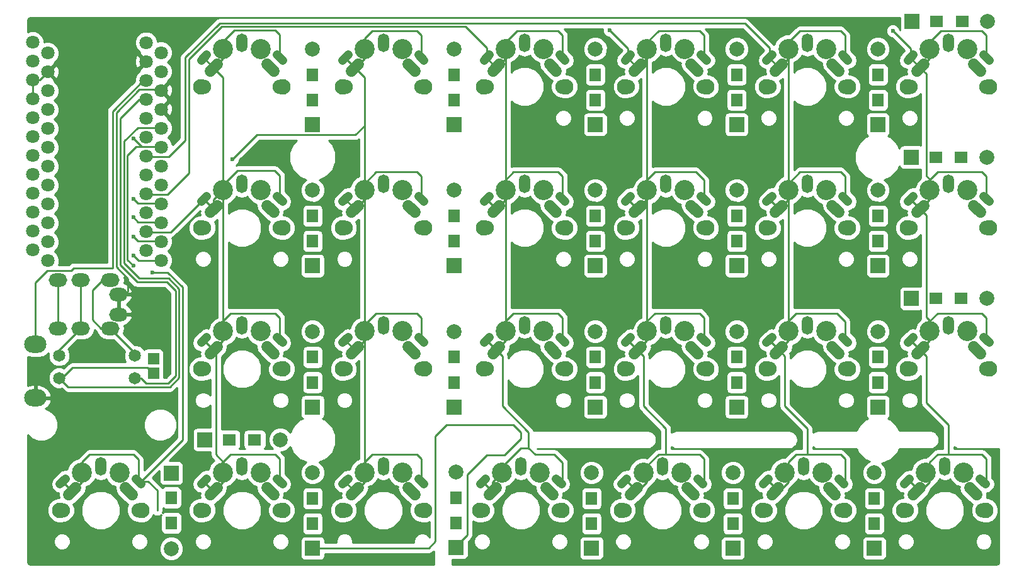
<source format=gbl>
G04 #@! TF.FileFunction,Copper,L2,Bot,Signal*
%FSLAX46Y46*%
G04 Gerber Fmt 4.6, Leading zero omitted, Abs format (unit mm)*
G04 Created by KiCad (PCBNEW 4.0.7) date *
%MOMM*%
%LPD*%
G01*
G04 APERTURE LIST*
%ADD10C,0.100000*%
%ADD11R,1.524000X1.524000*%
%ADD12O,2.500000X1.800000*%
%ADD13C,1.800000*%
%ADD14O,3.000000X2.300000*%
%ADD15C,1.651000*%
%ADD16O,1.500000X2.500000*%
%ADD17C,1.200000*%
%ADD18C,2.100000*%
%ADD19C,1.500000*%
%ADD20C,1.910000*%
%ADD21C,2.700000*%
%ADD22R,1.500000X1.800000*%
%ADD23C,1.998980*%
%ADD24R,1.998980X1.998980*%
%ADD25R,1.800000X1.500000*%
%ADD26C,0.600000*%
%ADD27C,0.250000*%
%ADD28C,0.254000*%
G04 APERTURE END LIST*
D10*
D11*
X117600000Y-103600000D03*
X117600000Y-101600000D03*
D12*
X107800000Y-97550000D03*
X104800000Y-97550000D03*
X111800000Y-97550000D03*
X112900000Y-92950000D03*
X112900000Y-95650000D03*
X111800000Y-91050000D03*
X104800000Y-91050000D03*
X107800000Y-91050000D03*
D13*
X103410000Y-88430000D03*
X103410000Y-85890000D03*
X103410000Y-83350000D03*
X103410000Y-80810000D03*
X103410000Y-78270000D03*
X103410000Y-75730000D03*
X103410000Y-73190000D03*
X103380000Y-70650000D03*
X103380000Y-68110000D03*
X103380000Y-65570000D03*
X103380000Y-63030000D03*
X103380000Y-60490000D03*
X118620000Y-60430000D03*
X118620000Y-62970000D03*
X118620000Y-65510000D03*
X118620000Y-68050000D03*
X118620000Y-70590000D03*
X118650000Y-73130000D03*
X118650000Y-75670000D03*
X118650000Y-78210000D03*
X118650000Y-80750000D03*
X118650000Y-83290000D03*
X118650000Y-85830000D03*
X118650000Y-88370000D03*
D14*
X101750000Y-99700000D03*
X101750000Y-106900000D03*
D15*
X115080000Y-104200000D03*
X104920000Y-104200000D03*
X115080000Y-101200000D03*
X104920000Y-101200000D03*
D13*
X116590000Y-87030000D03*
X116590000Y-84490000D03*
X116590000Y-81950000D03*
X116590000Y-79410000D03*
X116590000Y-76870000D03*
X116590000Y-74330000D03*
X116590000Y-71790000D03*
X116620000Y-69250000D03*
X116620000Y-66710000D03*
X116620000Y-64170000D03*
X116620000Y-61630000D03*
X116620000Y-59090000D03*
X101380000Y-59030000D03*
X101380000Y-61570000D03*
X101380000Y-64110000D03*
X101380000Y-66650000D03*
X101380000Y-69190000D03*
X101350000Y-71730000D03*
X101350000Y-74270000D03*
X101350000Y-76810000D03*
X101350000Y-79350000D03*
X101350000Y-81890000D03*
X101350000Y-84430000D03*
X101350000Y-86970000D03*
D16*
X129500000Y-59100000D03*
D17*
X134246447Y-60746447D02*
X134953553Y-61453553D01*
X124046447Y-61453553D02*
X124753553Y-60746447D01*
D18*
X135000000Y-65000000D03*
X124000000Y-65000000D03*
D19*
X125230381Y-62919619D02*
X126149619Y-62000381D01*
D20*
X124420000Y-65000000D03*
X134580000Y-65000000D03*
D19*
X132850381Y-62000381D02*
X133769619Y-62919619D01*
D21*
X126960000Y-59920000D03*
X132040000Y-59920000D03*
D16*
X224000000Y-116100000D03*
D17*
X228746447Y-117746447D02*
X229453553Y-118453553D01*
X218546447Y-118453553D02*
X219253553Y-117746447D01*
D18*
X229500000Y-122000000D03*
X218500000Y-122000000D03*
D19*
X219730381Y-119919619D02*
X220649619Y-119000381D01*
D20*
X218920000Y-122000000D03*
X229080000Y-122000000D03*
D19*
X227350381Y-119000381D02*
X228269619Y-119919619D01*
D21*
X221460000Y-116920000D03*
X226540000Y-116920000D03*
D16*
X205000000Y-116100000D03*
D17*
X209746447Y-117746447D02*
X210453553Y-118453553D01*
X199546447Y-118453553D02*
X200253553Y-117746447D01*
D18*
X210500000Y-122000000D03*
X199500000Y-122000000D03*
D19*
X200730381Y-119919619D02*
X201649619Y-119000381D01*
D20*
X199920000Y-122000000D03*
X210080000Y-122000000D03*
D19*
X208350381Y-119000381D02*
X209269619Y-119919619D01*
D21*
X202460000Y-116920000D03*
X207540000Y-116920000D03*
D16*
X186000000Y-116100000D03*
D17*
X190746447Y-117746447D02*
X191453553Y-118453553D01*
X180546447Y-118453553D02*
X181253553Y-117746447D01*
D18*
X191500000Y-122000000D03*
X180500000Y-122000000D03*
D19*
X181730381Y-119919619D02*
X182649619Y-119000381D01*
D20*
X180920000Y-122000000D03*
X191080000Y-122000000D03*
D19*
X189350381Y-119000381D02*
X190269619Y-119919619D01*
D21*
X183460000Y-116920000D03*
X188540000Y-116920000D03*
D16*
X167000000Y-116100000D03*
D17*
X171746447Y-117746447D02*
X172453553Y-118453553D01*
X161546447Y-118453553D02*
X162253553Y-117746447D01*
D18*
X172500000Y-122000000D03*
X161500000Y-122000000D03*
D19*
X162730381Y-119919619D02*
X163649619Y-119000381D01*
D20*
X161920000Y-122000000D03*
X172080000Y-122000000D03*
D19*
X170350381Y-119000381D02*
X171269619Y-119919619D01*
D21*
X164460000Y-116920000D03*
X169540000Y-116920000D03*
D16*
X148500000Y-116100000D03*
D17*
X153246447Y-117746447D02*
X153953553Y-118453553D01*
X143046447Y-118453553D02*
X143753553Y-117746447D01*
D18*
X154000000Y-122000000D03*
X143000000Y-122000000D03*
D19*
X144230381Y-119919619D02*
X145149619Y-119000381D01*
D20*
X143420000Y-122000000D03*
X153580000Y-122000000D03*
D19*
X151850381Y-119000381D02*
X152769619Y-119919619D01*
D21*
X145960000Y-116920000D03*
X151040000Y-116920000D03*
D16*
X129500000Y-116100000D03*
D17*
X134246447Y-117746447D02*
X134953553Y-118453553D01*
X124046447Y-118453553D02*
X124753553Y-117746447D01*
D18*
X135000000Y-122000000D03*
X124000000Y-122000000D03*
D19*
X125230381Y-119919619D02*
X126149619Y-119000381D01*
D20*
X124420000Y-122000000D03*
X134580000Y-122000000D03*
D19*
X132850381Y-119000381D02*
X133769619Y-119919619D01*
D21*
X126960000Y-116920000D03*
X132040000Y-116920000D03*
D16*
X110500000Y-116100000D03*
D17*
X115246447Y-117746447D02*
X115953553Y-118453553D01*
X105046447Y-118453553D02*
X105753553Y-117746447D01*
D18*
X116000000Y-122000000D03*
X105000000Y-122000000D03*
D19*
X106230381Y-119919619D02*
X107149619Y-119000381D01*
D20*
X105420000Y-122000000D03*
X115580000Y-122000000D03*
D19*
X113850381Y-119000381D02*
X114769619Y-119919619D01*
D21*
X107960000Y-116920000D03*
X113040000Y-116920000D03*
D16*
X224500000Y-97100000D03*
D17*
X229246447Y-98746447D02*
X229953553Y-99453553D01*
X219046447Y-99453553D02*
X219753553Y-98746447D01*
D18*
X230000000Y-103000000D03*
X219000000Y-103000000D03*
D19*
X220230381Y-100919619D02*
X221149619Y-100000381D01*
D20*
X219420000Y-103000000D03*
X229580000Y-103000000D03*
D19*
X227850381Y-100000381D02*
X228769619Y-100919619D01*
D21*
X221960000Y-97920000D03*
X227040000Y-97920000D03*
D16*
X205500000Y-97100000D03*
D17*
X210246447Y-98746447D02*
X210953553Y-99453553D01*
X200046447Y-99453553D02*
X200753553Y-98746447D01*
D18*
X211000000Y-103000000D03*
X200000000Y-103000000D03*
D19*
X201230381Y-100919619D02*
X202149619Y-100000381D01*
D20*
X200420000Y-103000000D03*
X210580000Y-103000000D03*
D19*
X208850381Y-100000381D02*
X209769619Y-100919619D01*
D21*
X202960000Y-97920000D03*
X208040000Y-97920000D03*
D16*
X186500000Y-97100000D03*
D17*
X191246447Y-98746447D02*
X191953553Y-99453553D01*
X181046447Y-99453553D02*
X181753553Y-98746447D01*
D18*
X192000000Y-103000000D03*
X181000000Y-103000000D03*
D19*
X182230381Y-100919619D02*
X183149619Y-100000381D01*
D20*
X181420000Y-103000000D03*
X191580000Y-103000000D03*
D19*
X189850381Y-100000381D02*
X190769619Y-100919619D01*
D21*
X183960000Y-97920000D03*
X189040000Y-97920000D03*
D16*
X167500000Y-97100000D03*
D17*
X172246447Y-98746447D02*
X172953553Y-99453553D01*
X162046447Y-99453553D02*
X162753553Y-98746447D01*
D18*
X173000000Y-103000000D03*
X162000000Y-103000000D03*
D19*
X163230381Y-100919619D02*
X164149619Y-100000381D01*
D20*
X162420000Y-103000000D03*
X172580000Y-103000000D03*
D19*
X170850381Y-100000381D02*
X171769619Y-100919619D01*
D21*
X164960000Y-97920000D03*
X170040000Y-97920000D03*
D16*
X148500000Y-97100000D03*
D17*
X153246447Y-98746447D02*
X153953553Y-99453553D01*
X143046447Y-99453553D02*
X143753553Y-98746447D01*
D18*
X154000000Y-103000000D03*
X143000000Y-103000000D03*
D19*
X144230381Y-100919619D02*
X145149619Y-100000381D01*
D20*
X143420000Y-103000000D03*
X153580000Y-103000000D03*
D19*
X151850381Y-100000381D02*
X152769619Y-100919619D01*
D21*
X145960000Y-97920000D03*
X151040000Y-97920000D03*
D16*
X129500000Y-97100000D03*
D17*
X134246447Y-98746447D02*
X134953553Y-99453553D01*
X124046447Y-99453553D02*
X124753553Y-98746447D01*
D18*
X135000000Y-103000000D03*
X124000000Y-103000000D03*
D19*
X125230381Y-100919619D02*
X126149619Y-100000381D01*
D20*
X124420000Y-103000000D03*
X134580000Y-103000000D03*
D19*
X132850381Y-100000381D02*
X133769619Y-100919619D01*
D21*
X126960000Y-97920000D03*
X132040000Y-97920000D03*
D16*
X224500000Y-78100000D03*
D17*
X229246447Y-79746447D02*
X229953553Y-80453553D01*
X219046447Y-80453553D02*
X219753553Y-79746447D01*
D18*
X230000000Y-84000000D03*
X219000000Y-84000000D03*
D19*
X220230381Y-81919619D02*
X221149619Y-81000381D01*
D20*
X219420000Y-84000000D03*
X229580000Y-84000000D03*
D19*
X227850381Y-81000381D02*
X228769619Y-81919619D01*
D21*
X221960000Y-78920000D03*
X227040000Y-78920000D03*
D16*
X205500000Y-78100000D03*
D17*
X210246447Y-79746447D02*
X210953553Y-80453553D01*
X200046447Y-80453553D02*
X200753553Y-79746447D01*
D18*
X211000000Y-84000000D03*
X200000000Y-84000000D03*
D19*
X201230381Y-81919619D02*
X202149619Y-81000381D01*
D20*
X200420000Y-84000000D03*
X210580000Y-84000000D03*
D19*
X208850381Y-81000381D02*
X209769619Y-81919619D01*
D21*
X202960000Y-78920000D03*
X208040000Y-78920000D03*
D16*
X186500000Y-78100000D03*
D17*
X191246447Y-79746447D02*
X191953553Y-80453553D01*
X181046447Y-80453553D02*
X181753553Y-79746447D01*
D18*
X192000000Y-84000000D03*
X181000000Y-84000000D03*
D19*
X182230381Y-81919619D02*
X183149619Y-81000381D01*
D20*
X181420000Y-84000000D03*
X191580000Y-84000000D03*
D19*
X189850381Y-81000381D02*
X190769619Y-81919619D01*
D21*
X183960000Y-78920000D03*
X189040000Y-78920000D03*
D16*
X167500000Y-78100000D03*
D17*
X172246447Y-79746447D02*
X172953553Y-80453553D01*
X162046447Y-80453553D02*
X162753553Y-79746447D01*
D18*
X173000000Y-84000000D03*
X162000000Y-84000000D03*
D19*
X163230381Y-81919619D02*
X164149619Y-81000381D01*
D20*
X162420000Y-84000000D03*
X172580000Y-84000000D03*
D19*
X170850381Y-81000381D02*
X171769619Y-81919619D01*
D21*
X164960000Y-78920000D03*
X170040000Y-78920000D03*
D16*
X148500000Y-78100000D03*
D17*
X153246447Y-79746447D02*
X153953553Y-80453553D01*
X143046447Y-80453553D02*
X143753553Y-79746447D01*
D18*
X154000000Y-84000000D03*
X143000000Y-84000000D03*
D19*
X144230381Y-81919619D02*
X145149619Y-81000381D01*
D20*
X143420000Y-84000000D03*
X153580000Y-84000000D03*
D19*
X151850381Y-81000381D02*
X152769619Y-81919619D01*
D21*
X145960000Y-78920000D03*
X151040000Y-78920000D03*
D16*
X129500000Y-78100000D03*
D17*
X134246447Y-79746447D02*
X134953553Y-80453553D01*
X124046447Y-80453553D02*
X124753553Y-79746447D01*
D18*
X135000000Y-84000000D03*
X124000000Y-84000000D03*
D19*
X125230381Y-81919619D02*
X126149619Y-81000381D01*
D20*
X124420000Y-84000000D03*
X134580000Y-84000000D03*
D19*
X132850381Y-81000381D02*
X133769619Y-81919619D01*
D21*
X126960000Y-78920000D03*
X132040000Y-78920000D03*
D16*
X205500000Y-59100000D03*
D17*
X210246447Y-60746447D02*
X210953553Y-61453553D01*
X200046447Y-61453553D02*
X200753553Y-60746447D01*
D18*
X211000000Y-65000000D03*
X200000000Y-65000000D03*
D19*
X201230381Y-62919619D02*
X202149619Y-62000381D01*
D20*
X200420000Y-65000000D03*
X210580000Y-65000000D03*
D19*
X208850381Y-62000381D02*
X209769619Y-62919619D01*
D21*
X202960000Y-59920000D03*
X208040000Y-59920000D03*
D16*
X186500000Y-59100000D03*
D17*
X191246447Y-60746447D02*
X191953553Y-61453553D01*
X181046447Y-61453553D02*
X181753553Y-60746447D01*
D18*
X192000000Y-65000000D03*
X181000000Y-65000000D03*
D19*
X182230381Y-62919619D02*
X183149619Y-62000381D01*
D20*
X181420000Y-65000000D03*
X191580000Y-65000000D03*
D19*
X189850381Y-62000381D02*
X190769619Y-62919619D01*
D21*
X183960000Y-59920000D03*
X189040000Y-59920000D03*
D16*
X167500000Y-59100000D03*
D17*
X172246447Y-60746447D02*
X172953553Y-61453553D01*
X162046447Y-61453553D02*
X162753553Y-60746447D01*
D18*
X173000000Y-65000000D03*
X162000000Y-65000000D03*
D19*
X163230381Y-62919619D02*
X164149619Y-62000381D01*
D20*
X162420000Y-65000000D03*
X172580000Y-65000000D03*
D19*
X170850381Y-62000381D02*
X171769619Y-62919619D01*
D21*
X164960000Y-59920000D03*
X170040000Y-59920000D03*
D16*
X148500000Y-59100000D03*
D17*
X153246447Y-60746447D02*
X153953553Y-61453553D01*
X143046447Y-61453553D02*
X143753553Y-60746447D01*
D18*
X154000000Y-65000000D03*
X143000000Y-65000000D03*
D19*
X144230381Y-62919619D02*
X145149619Y-62000381D01*
D20*
X143420000Y-65000000D03*
X153580000Y-65000000D03*
D19*
X151850381Y-62000381D02*
X152769619Y-62919619D01*
D21*
X145960000Y-59920000D03*
X151040000Y-59920000D03*
D16*
X224500000Y-59100000D03*
D17*
X229246447Y-60746447D02*
X229953553Y-61453553D01*
X219046447Y-61453553D02*
X219753553Y-60746447D01*
D18*
X230000000Y-65000000D03*
X219000000Y-65000000D03*
D19*
X220230381Y-62919619D02*
X221149619Y-62000381D01*
D20*
X219420000Y-65000000D03*
X229580000Y-65000000D03*
D19*
X227850381Y-62000381D02*
X228769619Y-62919619D01*
D21*
X221960000Y-59920000D03*
X227040000Y-59920000D03*
D22*
X215000000Y-82400000D03*
X215000000Y-85800000D03*
D23*
X214997460Y-78940000D03*
D24*
X214997460Y-89100000D03*
D22*
X214500000Y-120400000D03*
X214500000Y-123800000D03*
D23*
X214497460Y-116940000D03*
D24*
X214497460Y-127100000D03*
D25*
X226200000Y-93500000D03*
X222800000Y-93500000D03*
D23*
X229660000Y-93497460D03*
D24*
X219500000Y-93497460D03*
D25*
X226200000Y-74500000D03*
X222800000Y-74500000D03*
D23*
X229660000Y-74497460D03*
D24*
X219500000Y-74497460D03*
D25*
X226300000Y-56200000D03*
X222900000Y-56200000D03*
D23*
X229760000Y-56197460D03*
D24*
X219600000Y-56197460D03*
D22*
X195500000Y-120400000D03*
X195500000Y-123800000D03*
D23*
X195497460Y-116940000D03*
D24*
X195497460Y-127100000D03*
D22*
X215000000Y-101400000D03*
X215000000Y-104800000D03*
D23*
X214997460Y-97940000D03*
D24*
X214997460Y-108100000D03*
D22*
X176500000Y-120400000D03*
X176500000Y-123800000D03*
D23*
X176497460Y-116940000D03*
D24*
X176497460Y-127100000D03*
D22*
X196000000Y-101400000D03*
X196000000Y-104800000D03*
D23*
X195997460Y-97940000D03*
D24*
X195997460Y-108100000D03*
D22*
X196000000Y-82400000D03*
X196000000Y-85800000D03*
D23*
X195997460Y-78940000D03*
D24*
X195997460Y-89100000D03*
D22*
X196000000Y-63400000D03*
X196000000Y-66800000D03*
D23*
X195997460Y-59940000D03*
D24*
X195997460Y-70100000D03*
D22*
X158300000Y-120300000D03*
X158300000Y-123700000D03*
D23*
X158297460Y-116840000D03*
D24*
X158297460Y-127000000D03*
D22*
X177000000Y-101400000D03*
X177000000Y-104800000D03*
D23*
X176997460Y-97940000D03*
D24*
X176997460Y-108100000D03*
D22*
X177000000Y-82400000D03*
X177000000Y-85800000D03*
D23*
X176997460Y-78940000D03*
D24*
X176997460Y-89100000D03*
D22*
X177000000Y-63400000D03*
X177000000Y-66800000D03*
D23*
X176997460Y-59940000D03*
D24*
X176997460Y-70100000D03*
D22*
X139000000Y-120400000D03*
X139000000Y-123800000D03*
D23*
X138997460Y-116940000D03*
D24*
X138997460Y-127100000D03*
D22*
X158000000Y-101400000D03*
X158000000Y-104800000D03*
D23*
X157997460Y-97940000D03*
D24*
X157997460Y-108100000D03*
D22*
X158000000Y-82400000D03*
X158000000Y-85800000D03*
D23*
X157997460Y-78940000D03*
D24*
X157997460Y-89100000D03*
D22*
X158000000Y-63400000D03*
X158000000Y-66800000D03*
D23*
X157997460Y-59940000D03*
D24*
X157997460Y-70100000D03*
D25*
X131200000Y-112500000D03*
X127800000Y-112500000D03*
D23*
X134660000Y-112497460D03*
D24*
X124500000Y-112497460D03*
D22*
X139000000Y-101400000D03*
X139000000Y-104800000D03*
D23*
X138997460Y-97940000D03*
D24*
X138997460Y-108100000D03*
D22*
X139000000Y-82400000D03*
X139000000Y-85800000D03*
D23*
X138997460Y-78940000D03*
D24*
X138997460Y-89100000D03*
D22*
X120000000Y-123700000D03*
X120000000Y-120300000D03*
D23*
X120002540Y-127160000D03*
D24*
X120002540Y-117000000D03*
D22*
X139000000Y-63400000D03*
X139000000Y-66800000D03*
D23*
X138997460Y-59940000D03*
D24*
X138997460Y-70100000D03*
D22*
X215000000Y-63400000D03*
X215000000Y-66800000D03*
D23*
X214997460Y-59940000D03*
D24*
X214997460Y-70100000D03*
D26*
X114900000Y-87700000D03*
X114900000Y-80100000D03*
X114900000Y-82600000D03*
X114900000Y-85200000D03*
X114900000Y-89100000D03*
X114900000Y-72000000D03*
X128250000Y-74750000D03*
X178900000Y-57400000D03*
X217000000Y-57500000D03*
X117500000Y-90000000D03*
D27*
X138997460Y-127100000D02*
X154600000Y-127100000D01*
X167000000Y-111500000D02*
X167000000Y-112400000D01*
X159800000Y-125300000D02*
X159800000Y-117200000D01*
X157000000Y-110500000D02*
X155500000Y-112000000D01*
X166000000Y-110500000D02*
X167000000Y-111500000D01*
X157000000Y-110500000D02*
X166000000Y-110500000D01*
X162400000Y-114600000D02*
X159800000Y-117200000D01*
X164800000Y-114600000D02*
X162400000Y-114600000D01*
X167000000Y-112400000D02*
X164800000Y-114600000D01*
X159800000Y-125300000D02*
X158297460Y-126802540D01*
X155500000Y-126200000D02*
X155500000Y-112000000D01*
X154600000Y-127100000D02*
X155500000Y-126200000D01*
X158297460Y-127000000D02*
X158297460Y-126802540D01*
X118650000Y-88370000D02*
X115570000Y-88370000D01*
X115570000Y-88370000D02*
X114900000Y-87700000D01*
X118650000Y-80750000D02*
X117850000Y-80750000D01*
X117850000Y-80750000D02*
X117800000Y-80700000D01*
X117800000Y-80700000D02*
X115500000Y-80700000D01*
X115500000Y-80700000D02*
X114900000Y-80100000D01*
X118650000Y-83290000D02*
X117790000Y-83290000D01*
X117790000Y-83290000D02*
X117700000Y-83200000D01*
X117700000Y-83200000D02*
X115500000Y-83200000D01*
X115500000Y-83200000D02*
X114900000Y-82600000D01*
X118650000Y-85830000D02*
X117930000Y-85830000D01*
X117930000Y-85830000D02*
X117900000Y-85800000D01*
X117900000Y-85800000D02*
X115500000Y-85800000D01*
X115500000Y-85800000D02*
X114900000Y-85200000D01*
X107800000Y-91050000D02*
X107800000Y-97550000D01*
X104920000Y-101200000D02*
X104920000Y-100430000D01*
X104920000Y-100430000D02*
X107800000Y-97550000D01*
X114900000Y-89100000D02*
X114100004Y-88300004D01*
X114100004Y-88300004D02*
X114100004Y-88100000D01*
X115300004Y-73100000D02*
X116000000Y-73100000D01*
X114100004Y-74300000D02*
X114100004Y-88100000D01*
X115300004Y-73100000D02*
X114100004Y-74300000D01*
X116000000Y-73100000D02*
X114900000Y-72000000D01*
X116000000Y-73100000D02*
X117800000Y-73100000D01*
X118650000Y-73130000D02*
X117830000Y-73130000D01*
X117830000Y-73130000D02*
X117800000Y-73100000D01*
X118620000Y-73100000D02*
X118650000Y-73130000D01*
X112600000Y-89249998D02*
X112600000Y-68500000D01*
X112600000Y-89249998D02*
X114181801Y-90831799D01*
X113550000Y-93150000D02*
X114181801Y-92518199D01*
X114181801Y-92518199D02*
X114181801Y-90831799D01*
X115700000Y-65400000D02*
X118510000Y-65400000D01*
X112600000Y-68500000D02*
X115700000Y-65400000D01*
X112800000Y-93150000D02*
X113550000Y-93150000D01*
X112800000Y-95850000D02*
X112800000Y-93150000D01*
X118510000Y-65400000D02*
X118620000Y-65510000D01*
X101380000Y-64110000D02*
X102300000Y-64110000D01*
X102300000Y-64110000D02*
X103380000Y-63030000D01*
X101380000Y-66650000D02*
X101380000Y-64110000D01*
X115080000Y-101200000D02*
X115080000Y-100830000D01*
X115080000Y-100830000D02*
X111800000Y-97550000D01*
X111800000Y-97550000D02*
X110550000Y-97550000D01*
X109400000Y-96400000D02*
X110550000Y-97550000D01*
X109400000Y-92400000D02*
X109400000Y-96400000D01*
X109400000Y-92400000D02*
X110750000Y-91050000D01*
X111800000Y-91050000D02*
X110750000Y-91050000D01*
X113100000Y-89000000D02*
X113100000Y-69300000D01*
X115900000Y-104200000D02*
X116600000Y-104900000D01*
X116600000Y-104900000D02*
X119600000Y-104900000D01*
X119600000Y-104900000D02*
X120599996Y-103900004D01*
X113100000Y-69300000D02*
X115690000Y-66710000D01*
X119399996Y-91300000D02*
X120599996Y-92500000D01*
X115400000Y-91300000D02*
X119399996Y-91300000D01*
X113100000Y-89000000D02*
X115400000Y-91300000D01*
X120599996Y-92500000D02*
X120599996Y-103900004D01*
X115080000Y-104200000D02*
X115900000Y-104200000D01*
X115690000Y-66710000D02*
X116620000Y-66710000D01*
X115690000Y-66710000D02*
X116620000Y-66710000D01*
X114290000Y-68110000D02*
X115690000Y-66710000D01*
X104800000Y-91050000D02*
X104800000Y-97550000D01*
X113650002Y-88750002D02*
X115700000Y-90800000D01*
X113650002Y-72349998D02*
X115500000Y-70500000D01*
X118530000Y-70500000D02*
X115500000Y-70500000D01*
X113650002Y-88750002D02*
X113650002Y-72349998D01*
X106120000Y-105400000D02*
X104920000Y-104200000D01*
X119800000Y-105400000D02*
X106120000Y-105400000D01*
X121049998Y-104150002D02*
X119800000Y-105400000D01*
X121049998Y-92186396D02*
X121049998Y-104150002D01*
X119663602Y-90800000D02*
X121049998Y-92186396D01*
X115700000Y-90800000D02*
X119663602Y-90800000D01*
X104920000Y-104200000D02*
X105200000Y-104200000D01*
X104920000Y-104200000D02*
X105300000Y-104200000D01*
X105300000Y-104200000D02*
X106700000Y-102800000D01*
X106700000Y-102800000D02*
X116800000Y-102800000D01*
X116800000Y-102800000D02*
X117600000Y-103600000D01*
X118530000Y-70500000D02*
X118620000Y-70590000D01*
X101750000Y-99700000D02*
X101750000Y-91350000D01*
X112100000Y-89400000D02*
X112100000Y-68300000D01*
X106900000Y-89400000D02*
X112100000Y-89400000D01*
X106500000Y-89800000D02*
X106900000Y-89400000D01*
X103300000Y-89800000D02*
X106500000Y-89800000D01*
X101750000Y-91350000D02*
X103300000Y-89800000D01*
X116620000Y-64170000D02*
X116230000Y-64170000D01*
X116230000Y-64170000D02*
X112100000Y-68300000D01*
X112100000Y-68300000D02*
X112100000Y-68300000D01*
X116620000Y-64170000D02*
X116620000Y-64180000D01*
X126960000Y-97920000D02*
X126960000Y-78920000D01*
X124400000Y-80100000D02*
X119900000Y-84600000D01*
X119900000Y-84600000D02*
X116700000Y-84600000D01*
X116700000Y-84600000D02*
X116590000Y-84490000D01*
X125690000Y-62460000D02*
X125690000Y-62490000D01*
X125690000Y-62490000D02*
X126960000Y-63760000D01*
X126960000Y-63760000D02*
X126960000Y-78920000D01*
X126960000Y-78920000D02*
X126960000Y-78240000D01*
X126960000Y-78240000D02*
X128900000Y-76300000D01*
X134600000Y-77000000D02*
X134600000Y-80100000D01*
X133900000Y-76300000D02*
X134600000Y-77000000D01*
X128900000Y-76300000D02*
X133900000Y-76300000D01*
X126960000Y-59920000D02*
X126960000Y-58940004D01*
X126960000Y-58940004D02*
X128500000Y-57400004D01*
X134600000Y-58000000D02*
X134600000Y-61100000D01*
X134000004Y-57400004D02*
X134600000Y-58000000D01*
X128500000Y-57400004D02*
X134000004Y-57400004D01*
X126960000Y-59920000D02*
X126960000Y-61190000D01*
X126960000Y-61190000D02*
X125690000Y-62460000D01*
X124400000Y-61100000D02*
X124400000Y-61170000D01*
X124400000Y-61170000D02*
X125690000Y-62460000D01*
X125690000Y-81460000D02*
X125690000Y-80190000D01*
X125690000Y-80190000D02*
X126960000Y-78920000D01*
X124400000Y-80170000D02*
X125690000Y-81460000D01*
X126960000Y-97920000D02*
X126960000Y-96540000D01*
X126960000Y-96540000D02*
X128000000Y-95500000D01*
X134600000Y-96100000D02*
X134600000Y-99100000D01*
X134000000Y-95500000D02*
X134600000Y-96100000D01*
X128000000Y-95500000D02*
X134000000Y-95500000D01*
X126960000Y-97920000D02*
X126960000Y-99190000D01*
X126960000Y-99190000D02*
X125690000Y-100460000D01*
X126000000Y-114500000D02*
X126000000Y-100770000D01*
X126960000Y-115460000D02*
X126000000Y-114500000D01*
X126000000Y-100770000D02*
X125690000Y-100460000D01*
X134000000Y-114500000D02*
X134600000Y-115100000D01*
X128000000Y-114500000D02*
X134000000Y-114500000D01*
X124400000Y-99100000D02*
X124400000Y-99170000D01*
X124400000Y-99170000D02*
X125690000Y-100460000D01*
X126960000Y-116920000D02*
X126960000Y-115540000D01*
X126960000Y-115540000D02*
X128000000Y-114500000D01*
X134600000Y-115100000D02*
X134600000Y-118100000D01*
X126960000Y-116920000D02*
X126960000Y-118190000D01*
X126960000Y-118190000D02*
X125690000Y-119460000D01*
X124400000Y-118100000D02*
X124400000Y-118170000D01*
X124400000Y-118170000D02*
X125690000Y-119460000D01*
X146000000Y-70250000D02*
X146000000Y-78880000D01*
X146000000Y-78880000D02*
X145960000Y-78920000D01*
X146000000Y-63750000D02*
X146000000Y-70250000D01*
X146000000Y-70250000D02*
X144750000Y-71500000D01*
X144750000Y-71500000D02*
X131500000Y-71500000D01*
X131500000Y-71500000D02*
X128250000Y-74750000D01*
X146000000Y-63750000D02*
X144710000Y-62460000D01*
X144690000Y-62460000D02*
X144710000Y-62460000D01*
X145960000Y-59920000D02*
X145960000Y-61190000D01*
X145960000Y-61190000D02*
X144690000Y-62460000D01*
X153000000Y-114500000D02*
X153600000Y-115100000D01*
X147000000Y-114500000D02*
X153000000Y-114500000D01*
X145960000Y-97920000D02*
X145960000Y-116920000D01*
X145960000Y-78920000D02*
X145960000Y-97920000D01*
X145960000Y-116920000D02*
X145960000Y-115540000D01*
X145960000Y-115540000D02*
X147000000Y-114500000D01*
X153600000Y-115100000D02*
X153600000Y-118100000D01*
X145960000Y-116920000D02*
X145960000Y-118190000D01*
X145960000Y-118190000D02*
X144690000Y-119460000D01*
X143400000Y-118100000D02*
X143400000Y-118170000D01*
X143400000Y-118170000D02*
X144690000Y-119460000D01*
X145960000Y-97920000D02*
X145960000Y-97040000D01*
X145960000Y-97040000D02*
X147500000Y-95500000D01*
X153600000Y-96100000D02*
X153600000Y-99100000D01*
X153000000Y-95500000D02*
X153600000Y-96100000D01*
X147500000Y-95500000D02*
X153000000Y-95500000D01*
X145960000Y-97920000D02*
X145960000Y-99190000D01*
X145960000Y-99190000D02*
X144690000Y-100460000D01*
X143400000Y-99100000D02*
X143400000Y-99170000D01*
X143400000Y-99170000D02*
X144690000Y-100460000D01*
X145960000Y-78920000D02*
X145960000Y-78040000D01*
X145960000Y-78040000D02*
X147500000Y-76500000D01*
X153600000Y-77100000D02*
X153600000Y-80100000D01*
X153000000Y-76500000D02*
X153600000Y-77100000D01*
X147500000Y-76500000D02*
X153000000Y-76500000D01*
X145960000Y-78920000D02*
X145960000Y-80190000D01*
X145960000Y-80190000D02*
X144690000Y-81460000D01*
X143400000Y-80100000D02*
X143400000Y-80170000D01*
X143400000Y-80170000D02*
X144690000Y-81460000D01*
X145960000Y-59920000D02*
X145960000Y-58540000D01*
X145960000Y-58540000D02*
X147000000Y-57500000D01*
X153600000Y-58100000D02*
X153600000Y-61100000D01*
X153000000Y-57500000D02*
X153600000Y-58100000D01*
X147000000Y-57500000D02*
X153000000Y-57500000D01*
X143400000Y-61170000D02*
X144690000Y-62460000D01*
X171500000Y-114500000D02*
X168900000Y-114500000D01*
X171500000Y-114500000D02*
X172600000Y-115600000D01*
X172600000Y-118100000D02*
X172600000Y-115600000D01*
X168900000Y-114500000D02*
X168000000Y-113600000D01*
X164460000Y-116920000D02*
X164460000Y-116140000D01*
X164460000Y-116140000D02*
X167000000Y-113600000D01*
X167000000Y-113600000D02*
X168000000Y-113600000D01*
X163190000Y-119460000D02*
X163190000Y-118190000D01*
X163190000Y-118190000D02*
X164460000Y-116920000D01*
X161900000Y-118100000D02*
X161900000Y-118170000D01*
X161900000Y-118170000D02*
X163190000Y-119460000D01*
X116680000Y-79500000D02*
X119500000Y-79500000D01*
X126749998Y-56950002D02*
X122400000Y-61300000D01*
X122400000Y-61300000D02*
X122400000Y-76600000D01*
X122400000Y-76600000D02*
X119500000Y-79500000D01*
X162400000Y-59800000D02*
X159550002Y-56950002D01*
X162400000Y-59800000D02*
X162400000Y-61100000D01*
X159550002Y-56950002D02*
X126749998Y-56950002D01*
X116680000Y-79500000D02*
X116590000Y-79410000D01*
X164500000Y-108000000D02*
X168000000Y-111500000D01*
X164500000Y-108000000D02*
X164500000Y-101270000D01*
X163690000Y-100460000D02*
X164500000Y-101270000D01*
X168000000Y-111500000D02*
X168000000Y-113600000D01*
X164960000Y-78920000D02*
X164960000Y-97920000D01*
X164960000Y-59920000D02*
X164960000Y-78920000D01*
X164960000Y-97920000D02*
X164960000Y-96540000D01*
X164960000Y-96540000D02*
X166000000Y-95500000D01*
X172600000Y-96100000D02*
X172600000Y-99100000D01*
X172000000Y-95500000D02*
X172600000Y-96100000D01*
X166000000Y-95500000D02*
X172000000Y-95500000D01*
X164960000Y-97920000D02*
X164960000Y-99190000D01*
X164960000Y-99190000D02*
X163690000Y-100460000D01*
X162400000Y-99100000D02*
X162400000Y-99170000D01*
X162400000Y-99170000D02*
X163690000Y-100460000D01*
X164960000Y-78920000D02*
X164960000Y-77540000D01*
X164960000Y-77540000D02*
X166000000Y-76500000D01*
X172600000Y-77100000D02*
X172600000Y-80100000D01*
X172000000Y-76500000D02*
X172600000Y-77100000D01*
X166000000Y-76500000D02*
X172000000Y-76500000D01*
X164960000Y-78920000D02*
X164960000Y-80190000D01*
X164960000Y-80190000D02*
X163690000Y-81460000D01*
X162400000Y-80100000D02*
X162400000Y-80170000D01*
X162400000Y-80170000D02*
X163690000Y-81460000D01*
X164960000Y-59920000D02*
X164960000Y-59040000D01*
X164960000Y-59040000D02*
X166500000Y-57500000D01*
X172600000Y-58100000D02*
X172600000Y-61100000D01*
X172000000Y-57500000D02*
X172600000Y-58100000D01*
X166500000Y-57500000D02*
X172000000Y-57500000D01*
X164960000Y-59920000D02*
X164960000Y-61190000D01*
X164960000Y-61190000D02*
X163690000Y-62460000D01*
X162400000Y-61100000D02*
X162400000Y-61170000D01*
X162400000Y-61170000D02*
X163690000Y-62460000D01*
X181400000Y-59900000D02*
X181400000Y-61100000D01*
X181400000Y-59900000D02*
X178900000Y-57400000D01*
X186500000Y-114500000D02*
X186500000Y-111000000D01*
X183500000Y-101270000D02*
X182690000Y-100460000D01*
X183500000Y-108000000D02*
X183500000Y-101270000D01*
X186500000Y-111000000D02*
X183500000Y-108000000D01*
X183960000Y-78920000D02*
X183960000Y-97920000D01*
X183960000Y-59920000D02*
X183960000Y-78920000D01*
X183960000Y-116920000D02*
X183960000Y-116040000D01*
X183960000Y-116040000D02*
X185500000Y-114500000D01*
X191600000Y-115100000D02*
X191600000Y-118100000D01*
X191000000Y-114500000D02*
X191600000Y-115100000D01*
X185500000Y-114500000D02*
X186500000Y-114500000D01*
X186500000Y-114500000D02*
X191000000Y-114500000D01*
X183960000Y-116920000D02*
X183960000Y-118190000D01*
X183960000Y-118190000D02*
X182690000Y-119460000D01*
X181400000Y-118100000D02*
X181400000Y-118170000D01*
X181400000Y-118170000D02*
X182690000Y-119460000D01*
X183960000Y-97920000D02*
X183960000Y-96540000D01*
X183960000Y-96540000D02*
X185000000Y-95500000D01*
X191600000Y-96100000D02*
X191600000Y-99100000D01*
X191000000Y-95500000D02*
X191600000Y-96100000D01*
X185000000Y-95500000D02*
X191000000Y-95500000D01*
X183960000Y-97920000D02*
X183960000Y-99190000D01*
X183960000Y-99190000D02*
X182690000Y-100460000D01*
X181400000Y-99100000D02*
X181400000Y-99170000D01*
X181400000Y-99170000D02*
X182690000Y-100460000D01*
X183960000Y-78920000D02*
X183960000Y-77540000D01*
X183960000Y-77540000D02*
X185000000Y-76500000D01*
X191600000Y-77600000D02*
X191600000Y-80100000D01*
X190500000Y-76500000D02*
X191600000Y-77600000D01*
X185000000Y-76500000D02*
X190500000Y-76500000D01*
X183960000Y-78920000D02*
X183960000Y-80190000D01*
X183960000Y-80190000D02*
X182690000Y-81460000D01*
X181400000Y-80100000D02*
X181400000Y-80170000D01*
X181400000Y-80170000D02*
X182690000Y-81460000D01*
X181400000Y-61170000D02*
X182690000Y-62460000D01*
X183960000Y-59920000D02*
X183960000Y-59040000D01*
X183960000Y-59040000D02*
X185500000Y-57500000D01*
X191600000Y-58100000D02*
X191600000Y-61100000D01*
X191000000Y-57500000D02*
X191600000Y-58100000D01*
X185500000Y-57500000D02*
X191000000Y-57500000D01*
X183960000Y-59920000D02*
X183960000Y-61190000D01*
X183960000Y-61190000D02*
X182690000Y-62460000D01*
X197100000Y-56500000D02*
X126500000Y-56500000D01*
X200400000Y-59800000D02*
X197100000Y-56500000D01*
X200400000Y-61100000D02*
X200400000Y-59800000D01*
X119700000Y-74400000D02*
X116660000Y-74400000D01*
X121900000Y-72200000D02*
X119700000Y-74400000D01*
X121900000Y-61100000D02*
X121900000Y-72200000D01*
X126500000Y-56500000D02*
X121900000Y-61100000D01*
X116660000Y-74400000D02*
X116590000Y-74330000D01*
X205500000Y-114500000D02*
X205500000Y-111000000D01*
X202500000Y-101270000D02*
X201690000Y-100460000D01*
X202500000Y-108000000D02*
X202500000Y-101270000D01*
X205500000Y-111000000D02*
X202500000Y-108000000D01*
X202960000Y-97920000D02*
X202960000Y-99190000D01*
X202960000Y-99190000D02*
X201690000Y-100460000D01*
X200400000Y-99100000D02*
X200400000Y-99170000D01*
X200400000Y-99170000D02*
X201690000Y-100460000D01*
X202960000Y-78920000D02*
X202960000Y-97920000D01*
X202960000Y-59920000D02*
X202960000Y-78920000D01*
X202960000Y-116920000D02*
X202960000Y-115540000D01*
X202960000Y-115540000D02*
X204000000Y-114500000D01*
X210600000Y-115100000D02*
X210600000Y-118100000D01*
X210000000Y-114500000D02*
X210600000Y-115100000D01*
X204000000Y-114500000D02*
X205500000Y-114500000D01*
X205500000Y-114500000D02*
X210000000Y-114500000D01*
X202960000Y-116920000D02*
X202960000Y-118190000D01*
X202960000Y-118190000D02*
X201690000Y-119460000D01*
X200400000Y-118100000D02*
X200400000Y-118170000D01*
X200400000Y-118170000D02*
X201690000Y-119460000D01*
X202960000Y-97920000D02*
X202960000Y-96540000D01*
X202960000Y-96540000D02*
X204000000Y-95500000D01*
X210600000Y-96600000D02*
X210600000Y-99100000D01*
X209500000Y-95500000D02*
X210600000Y-96600000D01*
X204000000Y-95500000D02*
X209500000Y-95500000D01*
X202960000Y-78920000D02*
X202960000Y-78040000D01*
X202960000Y-78040000D02*
X204500000Y-76500000D01*
X210600000Y-77100000D02*
X210600000Y-80100000D01*
X210000000Y-76500000D02*
X210600000Y-77100000D01*
X204500000Y-76500000D02*
X210000000Y-76500000D01*
X210500000Y-80000000D02*
X210600000Y-80100000D01*
X202960000Y-78920000D02*
X202960000Y-77540000D01*
X202960000Y-78920000D02*
X202960000Y-80190000D01*
X202960000Y-80190000D02*
X201690000Y-81460000D01*
X200400000Y-80100000D02*
X200400000Y-80170000D01*
X200400000Y-80170000D02*
X201690000Y-81460000D01*
X202960000Y-59920000D02*
X202960000Y-59040000D01*
X202960000Y-59040000D02*
X204500000Y-57500000D01*
X210600000Y-58100000D02*
X210600000Y-61100000D01*
X210000000Y-57500000D02*
X210600000Y-58100000D01*
X204500000Y-57500000D02*
X210000000Y-57500000D01*
X202960000Y-59920000D02*
X202960000Y-61190000D01*
X202960000Y-61190000D02*
X201690000Y-62460000D01*
X200400000Y-61170000D02*
X201690000Y-62460000D01*
X219400000Y-61100000D02*
X219400000Y-59900000D01*
X219400000Y-59900000D02*
X217000000Y-57500000D01*
X221500000Y-101270000D02*
X221500000Y-107500000D01*
X220690000Y-100460000D02*
X221500000Y-101270000D01*
X224500000Y-110500000D02*
X224500000Y-114500000D01*
X221500000Y-107500000D02*
X224500000Y-110500000D01*
X221960000Y-115540000D02*
X221960000Y-115460000D01*
X221960000Y-96540000D02*
X221960000Y-96460000D01*
X221500000Y-82270000D02*
X220690000Y-81460000D01*
X221500000Y-96000000D02*
X221500000Y-82270000D01*
X221960000Y-96460000D02*
X221500000Y-96000000D01*
X221500000Y-77000000D02*
X221500000Y-63270000D01*
X221960000Y-77460000D02*
X221500000Y-77000000D01*
X221960000Y-77540000D02*
X221960000Y-77460000D01*
X221500000Y-63270000D02*
X220690000Y-62460000D01*
X222000000Y-59960000D02*
X221960000Y-59920000D01*
X221960000Y-116920000D02*
X221960000Y-115540000D01*
X221960000Y-115540000D02*
X223000000Y-114500000D01*
X223000000Y-114500000D02*
X224500000Y-114500000D01*
X229600000Y-115100000D02*
X229600000Y-118100000D01*
X229000000Y-114500000D02*
X229600000Y-115100000D01*
X224500000Y-114500000D02*
X229000000Y-114500000D01*
X221960000Y-116920000D02*
X221960000Y-118190000D01*
X221960000Y-118190000D02*
X220690000Y-119460000D01*
X219400000Y-118100000D02*
X219400000Y-118170000D01*
X219400000Y-118170000D02*
X220690000Y-119460000D01*
X221960000Y-97920000D02*
X221960000Y-96540000D01*
X221960000Y-96540000D02*
X223000000Y-95500000D01*
X229600000Y-96100000D02*
X229600000Y-99100000D01*
X229000000Y-95500000D02*
X229600000Y-96100000D01*
X223000000Y-95500000D02*
X229000000Y-95500000D01*
X221960000Y-97920000D02*
X221960000Y-99190000D01*
X221960000Y-99190000D02*
X220690000Y-100460000D01*
X219400000Y-99100000D02*
X219400000Y-99170000D01*
X219400000Y-99170000D02*
X220690000Y-100460000D01*
X221960000Y-78920000D02*
X221960000Y-77540000D01*
X221960000Y-77540000D02*
X223000000Y-76500000D01*
X229600000Y-77100000D02*
X229600000Y-80100000D01*
X229000000Y-76500000D02*
X229600000Y-77100000D01*
X223000000Y-76500000D02*
X229000000Y-76500000D01*
X221960000Y-78920000D02*
X221960000Y-80190000D01*
X221960000Y-80190000D02*
X220690000Y-81460000D01*
X219400000Y-80100000D02*
X219400000Y-80170000D01*
X219400000Y-80170000D02*
X220690000Y-81460000D01*
X221960000Y-59920000D02*
X221960000Y-59040000D01*
X221960000Y-59040000D02*
X223500000Y-57500000D01*
X229600000Y-58100000D02*
X229600000Y-61100000D01*
X229000000Y-57500000D02*
X229600000Y-58100000D01*
X223500000Y-57500000D02*
X229000000Y-57500000D01*
X221960000Y-59920000D02*
X221960000Y-61190000D01*
X221960000Y-61190000D02*
X220690000Y-62460000D01*
X219400000Y-61170000D02*
X220690000Y-62460000D01*
X118100000Y-119300000D02*
X118100000Y-122049628D01*
X116900000Y-118100000D02*
X118100000Y-119300000D01*
X115600000Y-118100000D02*
X116900000Y-118100000D01*
X115600000Y-118100000D02*
X115900000Y-118100000D01*
X115900000Y-118100000D02*
X121500000Y-112500000D01*
X117500000Y-90000000D02*
X119500000Y-90000000D01*
X119500000Y-90000000D02*
X121500000Y-92000000D01*
X121500000Y-112500000D02*
X121500000Y-92000000D01*
X114900000Y-114500000D02*
X115600000Y-115200000D01*
X109000000Y-114500000D02*
X114900000Y-114500000D01*
X107960000Y-116920000D02*
X107960000Y-115540000D01*
X115600000Y-115200000D02*
X115600000Y-118100000D01*
X107960000Y-115540000D02*
X109000000Y-114500000D01*
X105400000Y-118100000D02*
X105400000Y-118170000D01*
X105400000Y-118170000D02*
X106690000Y-119460000D01*
X107960000Y-116920000D02*
X107960000Y-118190000D01*
X107960000Y-118190000D02*
X106690000Y-119460000D01*
D28*
G36*
X217953070Y-57196950D02*
X217995095Y-57420293D01*
X217935122Y-57360320D01*
X217935162Y-57314833D01*
X217793117Y-56971057D01*
X217530327Y-56707808D01*
X217186799Y-56565162D01*
X216814833Y-56564838D01*
X216471057Y-56706883D01*
X216207808Y-56969673D01*
X216065162Y-57313201D01*
X216064838Y-57685167D01*
X216206883Y-58028943D01*
X216469673Y-58292192D01*
X216813201Y-58434838D01*
X216860077Y-58434879D01*
X218589322Y-60164124D01*
X218149134Y-60604312D01*
X217881420Y-61004975D01*
X217787411Y-61477589D01*
X217881420Y-61950203D01*
X218149134Y-62350866D01*
X218549797Y-62618580D01*
X218870008Y-62682274D01*
X218817190Y-62947810D01*
X218890210Y-63314903D01*
X218666303Y-63314708D01*
X218046771Y-63570694D01*
X217572360Y-64044278D01*
X217315293Y-64663362D01*
X217314708Y-65333697D01*
X217570694Y-65953229D01*
X218044278Y-66427640D01*
X218663362Y-66684707D01*
X219333697Y-66685292D01*
X219564016Y-66590126D01*
X219734883Y-66590275D01*
X220319486Y-66348722D01*
X220740000Y-65928942D01*
X220740000Y-72899234D01*
X220499490Y-72850530D01*
X218500510Y-72850530D01*
X218265193Y-72894808D01*
X218049069Y-73033880D01*
X217904079Y-73246080D01*
X217894175Y-73294990D01*
X217659273Y-72726485D01*
X216778153Y-71843826D01*
X216313023Y-71650687D01*
X216448391Y-71563580D01*
X216593381Y-71351380D01*
X216644390Y-71099490D01*
X216644390Y-69424775D01*
X218144803Y-69424775D01*
X218317233Y-69842086D01*
X218636235Y-70161645D01*
X219053244Y-70334803D01*
X219504775Y-70335197D01*
X219922086Y-70162767D01*
X220241645Y-69843765D01*
X220414803Y-69426756D01*
X220415197Y-68975225D01*
X220242767Y-68557914D01*
X219923765Y-68238355D01*
X219506756Y-68065197D01*
X219055225Y-68064803D01*
X218637914Y-68237233D01*
X218318355Y-68556235D01*
X218145197Y-68973244D01*
X218144803Y-69424775D01*
X216644390Y-69424775D01*
X216644390Y-69100510D01*
X216600112Y-68865193D01*
X216461040Y-68649069D01*
X216248840Y-68504079D01*
X215996950Y-68453070D01*
X213997970Y-68453070D01*
X213762653Y-68497348D01*
X213546529Y-68636420D01*
X213401539Y-68848620D01*
X213350530Y-69100510D01*
X213350530Y-71099490D01*
X213394808Y-71334807D01*
X213533880Y-71550931D01*
X213682342Y-71652371D01*
X213226485Y-71840727D01*
X212343826Y-72721847D01*
X211865546Y-73873674D01*
X211864457Y-75120854D01*
X212340727Y-76273515D01*
X213221847Y-77156174D01*
X214125937Y-77531584D01*
X214072805Y-77553538D01*
X213612614Y-78012927D01*
X213363254Y-78613453D01*
X213362686Y-79263694D01*
X213610998Y-79864655D01*
X214070387Y-80324846D01*
X214670913Y-80574206D01*
X215321154Y-80574774D01*
X215922115Y-80326462D01*
X216382306Y-79867073D01*
X216631666Y-79266547D01*
X216632234Y-78616306D01*
X216383922Y-78015345D01*
X215924533Y-77555154D01*
X215870106Y-77532554D01*
X216773515Y-77159273D01*
X217656174Y-76278153D01*
X217892826Y-75708232D01*
X217897348Y-75732267D01*
X218036420Y-75948391D01*
X218248620Y-76093381D01*
X218500510Y-76144390D01*
X220499490Y-76144390D01*
X220734807Y-76100112D01*
X220740000Y-76096770D01*
X220740000Y-77000000D01*
X220795282Y-77277920D01*
X220278181Y-77794120D01*
X219975346Y-78523427D01*
X219975343Y-78526747D01*
X219777589Y-78487411D01*
X219304975Y-78581420D01*
X218904312Y-78849134D01*
X218149134Y-79604312D01*
X217881420Y-80004975D01*
X217787411Y-80477589D01*
X217881420Y-80950203D01*
X218149134Y-81350866D01*
X218549797Y-81618580D01*
X218870008Y-81682274D01*
X218817190Y-81947810D01*
X218890210Y-82314903D01*
X218666303Y-82314708D01*
X218046771Y-82570694D01*
X217572360Y-83044278D01*
X217315293Y-83663362D01*
X217314708Y-84333697D01*
X217570694Y-84953229D01*
X218044278Y-85427640D01*
X218663362Y-85684707D01*
X219333697Y-85685292D01*
X219564016Y-85590126D01*
X219734883Y-85590275D01*
X220319486Y-85348722D01*
X220740000Y-84928942D01*
X220740000Y-91899234D01*
X220499490Y-91850530D01*
X218500510Y-91850530D01*
X218265193Y-91894808D01*
X218049069Y-92033880D01*
X217904079Y-92246080D01*
X217853070Y-92497970D01*
X217853070Y-94496950D01*
X217897348Y-94732267D01*
X218036420Y-94948391D01*
X218248620Y-95093381D01*
X218500510Y-95144390D01*
X220499490Y-95144390D01*
X220734807Y-95100112D01*
X220740000Y-95096770D01*
X220740000Y-96000000D01*
X220795282Y-96277920D01*
X220278181Y-96794120D01*
X219975346Y-97523427D01*
X219975343Y-97526747D01*
X219777589Y-97487411D01*
X219304975Y-97581420D01*
X218904312Y-97849134D01*
X218149134Y-98604312D01*
X217881420Y-99004975D01*
X217787411Y-99477589D01*
X217881420Y-99950203D01*
X218149134Y-100350866D01*
X218549797Y-100618580D01*
X218870008Y-100682274D01*
X218817190Y-100947810D01*
X218890210Y-101314903D01*
X218666303Y-101314708D01*
X218046771Y-101570694D01*
X217572360Y-102044278D01*
X217315293Y-102663362D01*
X217314708Y-103333697D01*
X217570694Y-103953229D01*
X218044278Y-104427640D01*
X218663362Y-104684707D01*
X219333697Y-104685292D01*
X219564016Y-104590126D01*
X219734883Y-104590275D01*
X220319486Y-104348722D01*
X220740000Y-103928942D01*
X220740000Y-107500000D01*
X220797852Y-107790839D01*
X220962599Y-108037401D01*
X223740000Y-110814802D01*
X223740000Y-113740000D01*
X223000000Y-113740000D01*
X222709161Y-113797852D01*
X222462599Y-113962599D01*
X221663691Y-114761507D01*
X221422599Y-114922599D01*
X221414340Y-114934960D01*
X221066891Y-114934657D01*
X220337057Y-115236218D01*
X219778181Y-115794120D01*
X219475346Y-116523427D01*
X219475343Y-116526747D01*
X219277589Y-116487411D01*
X218804975Y-116581420D01*
X218404312Y-116849134D01*
X217649134Y-117604312D01*
X217381420Y-118004975D01*
X217287411Y-118477589D01*
X217381420Y-118950203D01*
X217649134Y-119350866D01*
X218049797Y-119618580D01*
X218370008Y-119682274D01*
X218317190Y-119947810D01*
X218390210Y-120314903D01*
X218166303Y-120314708D01*
X217546771Y-120570694D01*
X217072360Y-121044278D01*
X216815293Y-121663362D01*
X216814708Y-122333697D01*
X217070694Y-122953229D01*
X217544278Y-123427640D01*
X218163362Y-123684707D01*
X218833697Y-123685292D01*
X219064016Y-123590126D01*
X219234883Y-123590275D01*
X219819486Y-123348722D01*
X220267150Y-122901839D01*
X220424941Y-122521834D01*
X221364543Y-122521834D01*
X221764853Y-123490658D01*
X222505443Y-124232542D01*
X223473567Y-124634542D01*
X224521834Y-124635457D01*
X225490658Y-124235147D01*
X226232542Y-123494557D01*
X226634542Y-122526433D01*
X226635457Y-121478166D01*
X226235147Y-120509342D01*
X225494557Y-119767458D01*
X224526433Y-119365458D01*
X223478166Y-119364543D01*
X222509342Y-119764853D01*
X221767458Y-120505443D01*
X221365458Y-121473567D01*
X221364543Y-122521834D01*
X220424941Y-122521834D01*
X220509723Y-122317658D01*
X220510275Y-121685117D01*
X220301901Y-121180814D01*
X220681533Y-120927153D01*
X221657153Y-119951533D01*
X221957383Y-119502206D01*
X222015681Y-119209121D01*
X222497401Y-118727401D01*
X222578879Y-118605461D01*
X222582943Y-118603782D01*
X223141819Y-118045880D01*
X223255148Y-117772954D01*
X223469983Y-117916502D01*
X224000000Y-118021929D01*
X224530017Y-117916502D01*
X224744702Y-117773054D01*
X224856218Y-118042943D01*
X225414120Y-118601819D01*
X225965334Y-118830703D01*
X225937190Y-118972190D01*
X226042617Y-119502206D01*
X226342847Y-119951533D01*
X227318467Y-120927153D01*
X227698436Y-121181039D01*
X227490277Y-121682342D01*
X227489725Y-122314883D01*
X227731278Y-122899486D01*
X228178161Y-123347150D01*
X228762342Y-123589723D01*
X228934979Y-123589874D01*
X229163362Y-123684707D01*
X229833697Y-123685292D01*
X230453229Y-123429306D01*
X230927640Y-122955722D01*
X231184707Y-122336638D01*
X231185292Y-121666303D01*
X230929306Y-121046771D01*
X230455722Y-120572360D01*
X229836638Y-120315293D01*
X229609752Y-120315095D01*
X229682810Y-119947810D01*
X229629992Y-119682274D01*
X229950203Y-119618580D01*
X230350866Y-119350866D01*
X230618580Y-118950203D01*
X230712589Y-118477589D01*
X230618580Y-118004975D01*
X230360000Y-117617982D01*
X230360000Y-115100000D01*
X230302148Y-114809161D01*
X230137401Y-114562599D01*
X229537401Y-113962599D01*
X229290839Y-113797852D01*
X229000000Y-113740000D01*
X225260000Y-113740000D01*
X225260000Y-113479314D01*
X225400311Y-113573068D01*
X225400314Y-113573069D01*
X225400315Y-113573070D01*
X225464600Y-113599697D01*
X225665263Y-113682816D01*
X225665266Y-113682816D01*
X225665268Y-113682817D01*
X225856610Y-113720877D01*
X225929000Y-113720877D01*
X226000000Y-113735000D01*
X231265000Y-113735000D01*
X231265000Y-128927610D01*
X231231525Y-129095899D01*
X231177201Y-129177202D01*
X231095901Y-129231525D01*
X230927610Y-129265000D01*
X157735000Y-129265000D01*
X157735000Y-128646930D01*
X159296950Y-128646930D01*
X159532267Y-128602652D01*
X159748391Y-128463580D01*
X159893381Y-128251380D01*
X159944390Y-127999490D01*
X159944390Y-126424775D01*
X160644803Y-126424775D01*
X160817233Y-126842086D01*
X161136235Y-127161645D01*
X161553244Y-127334803D01*
X162004775Y-127335197D01*
X162422086Y-127162767D01*
X162741645Y-126843765D01*
X162914803Y-126426756D01*
X162914804Y-126424775D01*
X171084803Y-126424775D01*
X171257233Y-126842086D01*
X171576235Y-127161645D01*
X171993244Y-127334803D01*
X172444775Y-127335197D01*
X172862086Y-127162767D01*
X173181645Y-126843765D01*
X173354803Y-126426756D01*
X173355087Y-126100510D01*
X174850530Y-126100510D01*
X174850530Y-128099490D01*
X174894808Y-128334807D01*
X175033880Y-128550931D01*
X175246080Y-128695921D01*
X175497970Y-128746930D01*
X177496950Y-128746930D01*
X177732267Y-128702652D01*
X177948391Y-128563580D01*
X178093381Y-128351380D01*
X178144390Y-128099490D01*
X178144390Y-126424775D01*
X179644803Y-126424775D01*
X179817233Y-126842086D01*
X180136235Y-127161645D01*
X180553244Y-127334803D01*
X181004775Y-127335197D01*
X181422086Y-127162767D01*
X181741645Y-126843765D01*
X181914803Y-126426756D01*
X181914804Y-126424775D01*
X190084803Y-126424775D01*
X190257233Y-126842086D01*
X190576235Y-127161645D01*
X190993244Y-127334803D01*
X191444775Y-127335197D01*
X191862086Y-127162767D01*
X192181645Y-126843765D01*
X192354803Y-126426756D01*
X192355087Y-126100510D01*
X193850530Y-126100510D01*
X193850530Y-128099490D01*
X193894808Y-128334807D01*
X194033880Y-128550931D01*
X194246080Y-128695921D01*
X194497970Y-128746930D01*
X196496950Y-128746930D01*
X196732267Y-128702652D01*
X196948391Y-128563580D01*
X197093381Y-128351380D01*
X197144390Y-128099490D01*
X197144390Y-126424775D01*
X198644803Y-126424775D01*
X198817233Y-126842086D01*
X199136235Y-127161645D01*
X199553244Y-127334803D01*
X200004775Y-127335197D01*
X200422086Y-127162767D01*
X200741645Y-126843765D01*
X200914803Y-126426756D01*
X200914804Y-126424775D01*
X209084803Y-126424775D01*
X209257233Y-126842086D01*
X209576235Y-127161645D01*
X209993244Y-127334803D01*
X210444775Y-127335197D01*
X210862086Y-127162767D01*
X211181645Y-126843765D01*
X211354803Y-126426756D01*
X211355087Y-126100510D01*
X212850530Y-126100510D01*
X212850530Y-128099490D01*
X212894808Y-128334807D01*
X213033880Y-128550931D01*
X213246080Y-128695921D01*
X213497970Y-128746930D01*
X215496950Y-128746930D01*
X215732267Y-128702652D01*
X215948391Y-128563580D01*
X216093381Y-128351380D01*
X216144390Y-128099490D01*
X216144390Y-126424775D01*
X217644803Y-126424775D01*
X217817233Y-126842086D01*
X218136235Y-127161645D01*
X218553244Y-127334803D01*
X219004775Y-127335197D01*
X219422086Y-127162767D01*
X219741645Y-126843765D01*
X219914803Y-126426756D01*
X219914804Y-126424775D01*
X228084803Y-126424775D01*
X228257233Y-126842086D01*
X228576235Y-127161645D01*
X228993244Y-127334803D01*
X229444775Y-127335197D01*
X229862086Y-127162767D01*
X230181645Y-126843765D01*
X230354803Y-126426756D01*
X230355197Y-125975225D01*
X230182767Y-125557914D01*
X229863765Y-125238355D01*
X229446756Y-125065197D01*
X228995225Y-125064803D01*
X228577914Y-125237233D01*
X228258355Y-125556235D01*
X228085197Y-125973244D01*
X228084803Y-126424775D01*
X219914804Y-126424775D01*
X219915197Y-125975225D01*
X219742767Y-125557914D01*
X219423765Y-125238355D01*
X219006756Y-125065197D01*
X218555225Y-125064803D01*
X218137914Y-125237233D01*
X217818355Y-125556235D01*
X217645197Y-125973244D01*
X217644803Y-126424775D01*
X216144390Y-126424775D01*
X216144390Y-126100510D01*
X216100112Y-125865193D01*
X215961040Y-125649069D01*
X215748840Y-125504079D01*
X215496950Y-125453070D01*
X213497970Y-125453070D01*
X213262653Y-125497348D01*
X213046529Y-125636420D01*
X212901539Y-125848620D01*
X212850530Y-126100510D01*
X211355087Y-126100510D01*
X211355197Y-125975225D01*
X211182767Y-125557914D01*
X210863765Y-125238355D01*
X210446756Y-125065197D01*
X209995225Y-125064803D01*
X209577914Y-125237233D01*
X209258355Y-125556235D01*
X209085197Y-125973244D01*
X209084803Y-126424775D01*
X200914804Y-126424775D01*
X200915197Y-125975225D01*
X200742767Y-125557914D01*
X200423765Y-125238355D01*
X200006756Y-125065197D01*
X199555225Y-125064803D01*
X199137914Y-125237233D01*
X198818355Y-125556235D01*
X198645197Y-125973244D01*
X198644803Y-126424775D01*
X197144390Y-126424775D01*
X197144390Y-126100510D01*
X197100112Y-125865193D01*
X196961040Y-125649069D01*
X196748840Y-125504079D01*
X196496950Y-125453070D01*
X194497970Y-125453070D01*
X194262653Y-125497348D01*
X194046529Y-125636420D01*
X193901539Y-125848620D01*
X193850530Y-126100510D01*
X192355087Y-126100510D01*
X192355197Y-125975225D01*
X192182767Y-125557914D01*
X191863765Y-125238355D01*
X191446756Y-125065197D01*
X190995225Y-125064803D01*
X190577914Y-125237233D01*
X190258355Y-125556235D01*
X190085197Y-125973244D01*
X190084803Y-126424775D01*
X181914804Y-126424775D01*
X181915197Y-125975225D01*
X181742767Y-125557914D01*
X181423765Y-125238355D01*
X181006756Y-125065197D01*
X180555225Y-125064803D01*
X180137914Y-125237233D01*
X179818355Y-125556235D01*
X179645197Y-125973244D01*
X179644803Y-126424775D01*
X178144390Y-126424775D01*
X178144390Y-126100510D01*
X178100112Y-125865193D01*
X177961040Y-125649069D01*
X177748840Y-125504079D01*
X177496950Y-125453070D01*
X175497970Y-125453070D01*
X175262653Y-125497348D01*
X175046529Y-125636420D01*
X174901539Y-125848620D01*
X174850530Y-126100510D01*
X173355087Y-126100510D01*
X173355197Y-125975225D01*
X173182767Y-125557914D01*
X172863765Y-125238355D01*
X172446756Y-125065197D01*
X171995225Y-125064803D01*
X171577914Y-125237233D01*
X171258355Y-125556235D01*
X171085197Y-125973244D01*
X171084803Y-126424775D01*
X162914804Y-126424775D01*
X162915197Y-125975225D01*
X162742767Y-125557914D01*
X162423765Y-125238355D01*
X162006756Y-125065197D01*
X161555225Y-125064803D01*
X161137914Y-125237233D01*
X160818355Y-125556235D01*
X160645197Y-125973244D01*
X160644803Y-126424775D01*
X159944390Y-126424775D01*
X159944390Y-126230412D01*
X160337401Y-125837401D01*
X160502148Y-125590840D01*
X160520644Y-125497852D01*
X160560000Y-125300000D01*
X160560000Y-123434168D01*
X161163362Y-123684707D01*
X161833697Y-123685292D01*
X162064016Y-123590126D01*
X162234883Y-123590275D01*
X162819486Y-123348722D01*
X163267150Y-122901839D01*
X163424941Y-122521834D01*
X164364543Y-122521834D01*
X164764853Y-123490658D01*
X165505443Y-124232542D01*
X166473567Y-124634542D01*
X167521834Y-124635457D01*
X168490658Y-124235147D01*
X169232542Y-123494557D01*
X169634542Y-122526433D01*
X169635457Y-121478166D01*
X169235147Y-120509342D01*
X168494557Y-119767458D01*
X167526433Y-119365458D01*
X166478166Y-119364543D01*
X165509342Y-119764853D01*
X164767458Y-120505443D01*
X164365458Y-121473567D01*
X164364543Y-122521834D01*
X163424941Y-122521834D01*
X163509723Y-122317658D01*
X163510275Y-121685117D01*
X163301901Y-121180814D01*
X163681533Y-120927153D01*
X164657153Y-119951533D01*
X164957383Y-119502206D01*
X165062810Y-118972190D01*
X165034597Y-118830354D01*
X165582943Y-118603782D01*
X166141819Y-118045880D01*
X166255148Y-117772954D01*
X166469983Y-117916502D01*
X167000000Y-118021929D01*
X167530017Y-117916502D01*
X167744702Y-117773054D01*
X167856218Y-118042943D01*
X168414120Y-118601819D01*
X168965334Y-118830703D01*
X168937190Y-118972190D01*
X169042617Y-119502206D01*
X169342847Y-119951533D01*
X170318467Y-120927153D01*
X170698436Y-121181039D01*
X170490277Y-121682342D01*
X170489725Y-122314883D01*
X170731278Y-122899486D01*
X171178161Y-123347150D01*
X171762342Y-123589723D01*
X171934979Y-123589874D01*
X172163362Y-123684707D01*
X172833697Y-123685292D01*
X173453229Y-123429306D01*
X173927640Y-122955722D01*
X173950777Y-122900000D01*
X175102560Y-122900000D01*
X175102560Y-124700000D01*
X175146838Y-124935317D01*
X175285910Y-125151441D01*
X175498110Y-125296431D01*
X175750000Y-125347440D01*
X177250000Y-125347440D01*
X177485317Y-125303162D01*
X177701441Y-125164090D01*
X177846431Y-124951890D01*
X177897440Y-124700000D01*
X177897440Y-122900000D01*
X177853162Y-122664683D01*
X177714090Y-122448559D01*
X177501890Y-122303569D01*
X177250000Y-122252560D01*
X175750000Y-122252560D01*
X175514683Y-122296838D01*
X175298559Y-122435910D01*
X175153569Y-122648110D01*
X175102560Y-122900000D01*
X173950777Y-122900000D01*
X174184707Y-122336638D01*
X174185292Y-121666303D01*
X173929306Y-121046771D01*
X173455722Y-120572360D01*
X172836638Y-120315293D01*
X172609752Y-120315095D01*
X172682810Y-119947810D01*
X172629992Y-119682274D01*
X172950203Y-119618580D01*
X173127670Y-119500000D01*
X175102560Y-119500000D01*
X175102560Y-121300000D01*
X175146838Y-121535317D01*
X175285910Y-121751441D01*
X175498110Y-121896431D01*
X175750000Y-121947440D01*
X177250000Y-121947440D01*
X177485317Y-121903162D01*
X177701441Y-121764090D01*
X177846431Y-121551890D01*
X177897440Y-121300000D01*
X177897440Y-119500000D01*
X177853162Y-119264683D01*
X177714090Y-119048559D01*
X177501890Y-118903569D01*
X177250000Y-118852560D01*
X175750000Y-118852560D01*
X175514683Y-118896838D01*
X175298559Y-119035910D01*
X175153569Y-119248110D01*
X175102560Y-119500000D01*
X173127670Y-119500000D01*
X173350866Y-119350866D01*
X173618580Y-118950203D01*
X173712589Y-118477589D01*
X173618580Y-118004975D01*
X173360000Y-117617982D01*
X173360000Y-117263694D01*
X174862686Y-117263694D01*
X175110998Y-117864655D01*
X175570387Y-118324846D01*
X176170913Y-118574206D01*
X176821154Y-118574774D01*
X177422115Y-118326462D01*
X177882306Y-117867073D01*
X178131666Y-117266547D01*
X178132234Y-116616306D01*
X177883922Y-116015345D01*
X177424533Y-115555154D01*
X176824007Y-115305794D01*
X176173766Y-115305226D01*
X175572805Y-115553538D01*
X175112614Y-116012927D01*
X174863254Y-116613453D01*
X174862686Y-117263694D01*
X173360000Y-117263694D01*
X173360000Y-115600000D01*
X173302148Y-115309161D01*
X173137401Y-115062599D01*
X172037401Y-113962599D01*
X171790839Y-113797852D01*
X171500000Y-113740000D01*
X169214802Y-113740000D01*
X169209802Y-113735000D01*
X184000000Y-113735000D01*
X184071002Y-113720877D01*
X184143390Y-113720877D01*
X184334733Y-113682817D01*
X184334735Y-113682816D01*
X184334737Y-113682816D01*
X184534670Y-113600000D01*
X184599685Y-113573070D01*
X184599686Y-113573069D01*
X184599689Y-113573068D01*
X184761900Y-113464681D01*
X184856295Y-113370285D01*
X184964681Y-113261900D01*
X185073068Y-113099689D01*
X185088432Y-113062599D01*
X185115628Y-112996941D01*
X185182816Y-112834737D01*
X185182816Y-112834734D01*
X185182817Y-112834732D01*
X185220876Y-112643396D01*
X185220877Y-112643393D01*
X185220877Y-112356607D01*
X185220876Y-112356604D01*
X185182817Y-112165268D01*
X185182816Y-112165265D01*
X185182816Y-112165263D01*
X185073068Y-111900311D01*
X184964681Y-111738100D01*
X184814360Y-111587780D01*
X184761900Y-111535319D01*
X184599689Y-111426932D01*
X184599686Y-111426931D01*
X184599685Y-111426930D01*
X184429911Y-111356607D01*
X184334737Y-111317184D01*
X184334735Y-111317184D01*
X184334733Y-111317183D01*
X184143390Y-111279123D01*
X184071002Y-111279123D01*
X184000000Y-111265000D01*
X169000000Y-111265000D01*
X168929000Y-111279123D01*
X168856610Y-111279123D01*
X168721414Y-111306015D01*
X168702148Y-111209161D01*
X168702148Y-111209160D01*
X168537401Y-110962599D01*
X165260000Y-107685198D01*
X165260000Y-107424775D01*
X171584803Y-107424775D01*
X171757233Y-107842086D01*
X172076235Y-108161645D01*
X172493244Y-108334803D01*
X172944775Y-108335197D01*
X173362086Y-108162767D01*
X173681645Y-107843765D01*
X173854803Y-107426756D01*
X173855087Y-107100510D01*
X175350530Y-107100510D01*
X175350530Y-109099490D01*
X175394808Y-109334807D01*
X175533880Y-109550931D01*
X175746080Y-109695921D01*
X175997970Y-109746930D01*
X177996950Y-109746930D01*
X178232267Y-109702652D01*
X178448391Y-109563580D01*
X178593381Y-109351380D01*
X178644390Y-109099490D01*
X178644390Y-107424775D01*
X180144803Y-107424775D01*
X180317233Y-107842086D01*
X180636235Y-108161645D01*
X181053244Y-108334803D01*
X181504775Y-108335197D01*
X181922086Y-108162767D01*
X182241645Y-107843765D01*
X182414803Y-107426756D01*
X182415197Y-106975225D01*
X182242767Y-106557914D01*
X181923765Y-106238355D01*
X181506756Y-106065197D01*
X181055225Y-106064803D01*
X180637914Y-106237233D01*
X180318355Y-106556235D01*
X180145197Y-106973244D01*
X180144803Y-107424775D01*
X178644390Y-107424775D01*
X178644390Y-107100510D01*
X178600112Y-106865193D01*
X178461040Y-106649069D01*
X178248840Y-106504079D01*
X177996950Y-106453070D01*
X175997970Y-106453070D01*
X175762653Y-106497348D01*
X175546529Y-106636420D01*
X175401539Y-106848620D01*
X175350530Y-107100510D01*
X173855087Y-107100510D01*
X173855197Y-106975225D01*
X173682767Y-106557914D01*
X173363765Y-106238355D01*
X172946756Y-106065197D01*
X172495225Y-106064803D01*
X172077914Y-106237233D01*
X171758355Y-106556235D01*
X171585197Y-106973244D01*
X171584803Y-107424775D01*
X165260000Y-107424775D01*
X165260000Y-104478913D01*
X165264853Y-104490658D01*
X166005443Y-105232542D01*
X166973567Y-105634542D01*
X168021834Y-105635457D01*
X168990658Y-105235147D01*
X169732542Y-104494557D01*
X170134542Y-103526433D01*
X170135457Y-102478166D01*
X169735147Y-101509342D01*
X168994557Y-100767458D01*
X168026433Y-100365458D01*
X166978166Y-100364543D01*
X166009342Y-100764853D01*
X165267458Y-101505443D01*
X165260000Y-101523404D01*
X165260000Y-101270000D01*
X165202148Y-100979161D01*
X165170420Y-100931677D01*
X165457383Y-100502206D01*
X165562810Y-99972190D01*
X165534597Y-99830354D01*
X166082943Y-99603782D01*
X166641819Y-99045880D01*
X166755148Y-98772954D01*
X166969983Y-98916502D01*
X167500000Y-99021929D01*
X168030017Y-98916502D01*
X168244702Y-98773054D01*
X168356218Y-99042943D01*
X168914120Y-99601819D01*
X169465334Y-99830703D01*
X169437190Y-99972190D01*
X169542617Y-100502206D01*
X169842847Y-100951533D01*
X170818467Y-101927153D01*
X171198436Y-102181039D01*
X170990277Y-102682342D01*
X170989725Y-103314883D01*
X171231278Y-103899486D01*
X171678161Y-104347150D01*
X172262342Y-104589723D01*
X172434979Y-104589874D01*
X172663362Y-104684707D01*
X173333697Y-104685292D01*
X173953229Y-104429306D01*
X174427640Y-103955722D01*
X174450777Y-103900000D01*
X175602560Y-103900000D01*
X175602560Y-105700000D01*
X175646838Y-105935317D01*
X175785910Y-106151441D01*
X175998110Y-106296431D01*
X176250000Y-106347440D01*
X177750000Y-106347440D01*
X177985317Y-106303162D01*
X178201441Y-106164090D01*
X178346431Y-105951890D01*
X178397440Y-105700000D01*
X178397440Y-103900000D01*
X178353162Y-103664683D01*
X178214090Y-103448559D01*
X178001890Y-103303569D01*
X177750000Y-103252560D01*
X176250000Y-103252560D01*
X176014683Y-103296838D01*
X175798559Y-103435910D01*
X175653569Y-103648110D01*
X175602560Y-103900000D01*
X174450777Y-103900000D01*
X174684707Y-103336638D01*
X174685292Y-102666303D01*
X174429306Y-102046771D01*
X173955722Y-101572360D01*
X173336638Y-101315293D01*
X173109752Y-101315095D01*
X173182810Y-100947810D01*
X173129992Y-100682274D01*
X173450203Y-100618580D01*
X173627670Y-100500000D01*
X175602560Y-100500000D01*
X175602560Y-102300000D01*
X175646838Y-102535317D01*
X175785910Y-102751441D01*
X175998110Y-102896431D01*
X176250000Y-102947440D01*
X177750000Y-102947440D01*
X177985317Y-102903162D01*
X178201441Y-102764090D01*
X178346431Y-102551890D01*
X178397440Y-102300000D01*
X178397440Y-100500000D01*
X178353162Y-100264683D01*
X178214090Y-100048559D01*
X178001890Y-99903569D01*
X177750000Y-99852560D01*
X176250000Y-99852560D01*
X176014683Y-99896838D01*
X175798559Y-100035910D01*
X175653569Y-100248110D01*
X175602560Y-100500000D01*
X173627670Y-100500000D01*
X173850866Y-100350866D01*
X174118580Y-99950203D01*
X174212589Y-99477589D01*
X174118580Y-99004975D01*
X173850866Y-98604312D01*
X173510248Y-98263694D01*
X175362686Y-98263694D01*
X175610998Y-98864655D01*
X176070387Y-99324846D01*
X176670913Y-99574206D01*
X177321154Y-99574774D01*
X177922115Y-99326462D01*
X178382306Y-98867073D01*
X178631666Y-98266547D01*
X178632234Y-97616306D01*
X178383922Y-97015345D01*
X177924533Y-96555154D01*
X177324007Y-96305794D01*
X176673766Y-96305226D01*
X176072805Y-96553538D01*
X175612614Y-97012927D01*
X175363254Y-97613453D01*
X175362686Y-98263694D01*
X173510248Y-98263694D01*
X173360000Y-98113446D01*
X173360000Y-96100000D01*
X173302148Y-95809161D01*
X173137401Y-95562599D01*
X172537401Y-94962599D01*
X172290839Y-94797852D01*
X172000000Y-94740000D01*
X166000000Y-94740000D01*
X165720000Y-94795696D01*
X165720000Y-88424775D01*
X171584803Y-88424775D01*
X171757233Y-88842086D01*
X172076235Y-89161645D01*
X172493244Y-89334803D01*
X172944775Y-89335197D01*
X173362086Y-89162767D01*
X173681645Y-88843765D01*
X173854803Y-88426756D01*
X173855087Y-88100510D01*
X175350530Y-88100510D01*
X175350530Y-90099490D01*
X175394808Y-90334807D01*
X175533880Y-90550931D01*
X175746080Y-90695921D01*
X175997970Y-90746930D01*
X177996950Y-90746930D01*
X178232267Y-90702652D01*
X178448391Y-90563580D01*
X178593381Y-90351380D01*
X178644390Y-90099490D01*
X178644390Y-88424775D01*
X180144803Y-88424775D01*
X180317233Y-88842086D01*
X180636235Y-89161645D01*
X181053244Y-89334803D01*
X181504775Y-89335197D01*
X181922086Y-89162767D01*
X182241645Y-88843765D01*
X182414803Y-88426756D01*
X182415197Y-87975225D01*
X182242767Y-87557914D01*
X181923765Y-87238355D01*
X181506756Y-87065197D01*
X181055225Y-87064803D01*
X180637914Y-87237233D01*
X180318355Y-87556235D01*
X180145197Y-87973244D01*
X180144803Y-88424775D01*
X178644390Y-88424775D01*
X178644390Y-88100510D01*
X178600112Y-87865193D01*
X178461040Y-87649069D01*
X178248840Y-87504079D01*
X177996950Y-87453070D01*
X175997970Y-87453070D01*
X175762653Y-87497348D01*
X175546529Y-87636420D01*
X175401539Y-87848620D01*
X175350530Y-88100510D01*
X173855087Y-88100510D01*
X173855197Y-87975225D01*
X173682767Y-87557914D01*
X173363765Y-87238355D01*
X172946756Y-87065197D01*
X172495225Y-87064803D01*
X172077914Y-87237233D01*
X171758355Y-87556235D01*
X171585197Y-87973244D01*
X171584803Y-88424775D01*
X165720000Y-88424775D01*
X165720000Y-85946600D01*
X166005443Y-86232542D01*
X166973567Y-86634542D01*
X168021834Y-86635457D01*
X168990658Y-86235147D01*
X169732542Y-85494557D01*
X170134542Y-84526433D01*
X170135457Y-83478166D01*
X169735147Y-82509342D01*
X168994557Y-81767458D01*
X168026433Y-81365458D01*
X166978166Y-81364543D01*
X166009342Y-81764853D01*
X165720000Y-82053690D01*
X165720000Y-80753747D01*
X166082943Y-80603782D01*
X166641819Y-80045880D01*
X166755148Y-79772954D01*
X166969983Y-79916502D01*
X167500000Y-80021929D01*
X168030017Y-79916502D01*
X168244702Y-79773054D01*
X168356218Y-80042943D01*
X168914120Y-80601819D01*
X169465334Y-80830703D01*
X169437190Y-80972190D01*
X169542617Y-81502206D01*
X169842847Y-81951533D01*
X170818467Y-82927153D01*
X171198436Y-83181039D01*
X170990277Y-83682342D01*
X170989725Y-84314883D01*
X171231278Y-84899486D01*
X171678161Y-85347150D01*
X172262342Y-85589723D01*
X172434979Y-85589874D01*
X172663362Y-85684707D01*
X173333697Y-85685292D01*
X173953229Y-85429306D01*
X174427640Y-84955722D01*
X174450777Y-84900000D01*
X175602560Y-84900000D01*
X175602560Y-86700000D01*
X175646838Y-86935317D01*
X175785910Y-87151441D01*
X175998110Y-87296431D01*
X176250000Y-87347440D01*
X177750000Y-87347440D01*
X177985317Y-87303162D01*
X178201441Y-87164090D01*
X178346431Y-86951890D01*
X178397440Y-86700000D01*
X178397440Y-84900000D01*
X178353162Y-84664683D01*
X178214090Y-84448559D01*
X178001890Y-84303569D01*
X177750000Y-84252560D01*
X176250000Y-84252560D01*
X176014683Y-84296838D01*
X175798559Y-84435910D01*
X175653569Y-84648110D01*
X175602560Y-84900000D01*
X174450777Y-84900000D01*
X174684707Y-84336638D01*
X174685292Y-83666303D01*
X174429306Y-83046771D01*
X173955722Y-82572360D01*
X173336638Y-82315293D01*
X173109752Y-82315095D01*
X173182810Y-81947810D01*
X173129992Y-81682274D01*
X173450203Y-81618580D01*
X173627670Y-81500000D01*
X175602560Y-81500000D01*
X175602560Y-83300000D01*
X175646838Y-83535317D01*
X175785910Y-83751441D01*
X175998110Y-83896431D01*
X176250000Y-83947440D01*
X177750000Y-83947440D01*
X177985317Y-83903162D01*
X178201441Y-83764090D01*
X178346431Y-83551890D01*
X178397440Y-83300000D01*
X178397440Y-81500000D01*
X178353162Y-81264683D01*
X178214090Y-81048559D01*
X178001890Y-80903569D01*
X177750000Y-80852560D01*
X176250000Y-80852560D01*
X176014683Y-80896838D01*
X175798559Y-81035910D01*
X175653569Y-81248110D01*
X175602560Y-81500000D01*
X173627670Y-81500000D01*
X173850866Y-81350866D01*
X174118580Y-80950203D01*
X174212589Y-80477589D01*
X174118580Y-80004975D01*
X173850866Y-79604312D01*
X173510248Y-79263694D01*
X175362686Y-79263694D01*
X175610998Y-79864655D01*
X176070387Y-80324846D01*
X176670913Y-80574206D01*
X177321154Y-80574774D01*
X177922115Y-80326462D01*
X178382306Y-79867073D01*
X178631666Y-79266547D01*
X178632234Y-78616306D01*
X178383922Y-78015345D01*
X177924533Y-77555154D01*
X177324007Y-77305794D01*
X176673766Y-77305226D01*
X176072805Y-77553538D01*
X175612614Y-78012927D01*
X175363254Y-78613453D01*
X175362686Y-79263694D01*
X173510248Y-79263694D01*
X173360000Y-79113446D01*
X173360000Y-77100000D01*
X173302148Y-76809161D01*
X173137401Y-76562599D01*
X172537401Y-75962599D01*
X172290839Y-75797852D01*
X172000000Y-75740000D01*
X166000000Y-75740000D01*
X165720000Y-75795696D01*
X165720000Y-69424775D01*
X171584803Y-69424775D01*
X171757233Y-69842086D01*
X172076235Y-70161645D01*
X172493244Y-70334803D01*
X172944775Y-70335197D01*
X173362086Y-70162767D01*
X173681645Y-69843765D01*
X173854803Y-69426756D01*
X173855087Y-69100510D01*
X175350530Y-69100510D01*
X175350530Y-71099490D01*
X175394808Y-71334807D01*
X175533880Y-71550931D01*
X175746080Y-71695921D01*
X175997970Y-71746930D01*
X177996950Y-71746930D01*
X178232267Y-71702652D01*
X178448391Y-71563580D01*
X178593381Y-71351380D01*
X178644390Y-71099490D01*
X178644390Y-69424775D01*
X180144803Y-69424775D01*
X180317233Y-69842086D01*
X180636235Y-70161645D01*
X181053244Y-70334803D01*
X181504775Y-70335197D01*
X181922086Y-70162767D01*
X182241645Y-69843765D01*
X182414803Y-69426756D01*
X182415197Y-68975225D01*
X182242767Y-68557914D01*
X181923765Y-68238355D01*
X181506756Y-68065197D01*
X181055225Y-68064803D01*
X180637914Y-68237233D01*
X180318355Y-68556235D01*
X180145197Y-68973244D01*
X180144803Y-69424775D01*
X178644390Y-69424775D01*
X178644390Y-69100510D01*
X178600112Y-68865193D01*
X178461040Y-68649069D01*
X178248840Y-68504079D01*
X177996950Y-68453070D01*
X175997970Y-68453070D01*
X175762653Y-68497348D01*
X175546529Y-68636420D01*
X175401539Y-68848620D01*
X175350530Y-69100510D01*
X173855087Y-69100510D01*
X173855197Y-68975225D01*
X173682767Y-68557914D01*
X173363765Y-68238355D01*
X172946756Y-68065197D01*
X172495225Y-68064803D01*
X172077914Y-68237233D01*
X171758355Y-68556235D01*
X171585197Y-68973244D01*
X171584803Y-69424775D01*
X165720000Y-69424775D01*
X165720000Y-66946600D01*
X166005443Y-67232542D01*
X166973567Y-67634542D01*
X168021834Y-67635457D01*
X168990658Y-67235147D01*
X169732542Y-66494557D01*
X170134542Y-65526433D01*
X170135457Y-64478166D01*
X169735147Y-63509342D01*
X168994557Y-62767458D01*
X168026433Y-62365458D01*
X166978166Y-62364543D01*
X166009342Y-62764853D01*
X165720000Y-63053690D01*
X165720000Y-61753747D01*
X166082943Y-61603782D01*
X166641819Y-61045880D01*
X166755148Y-60772954D01*
X166969983Y-60916502D01*
X167500000Y-61021929D01*
X168030017Y-60916502D01*
X168244702Y-60773054D01*
X168356218Y-61042943D01*
X168914120Y-61601819D01*
X169465334Y-61830703D01*
X169437190Y-61972190D01*
X169542617Y-62502206D01*
X169842847Y-62951533D01*
X170818467Y-63927153D01*
X171198436Y-64181039D01*
X170990277Y-64682342D01*
X170989725Y-65314883D01*
X171231278Y-65899486D01*
X171678161Y-66347150D01*
X172262342Y-66589723D01*
X172434979Y-66589874D01*
X172663362Y-66684707D01*
X173333697Y-66685292D01*
X173953229Y-66429306D01*
X174427640Y-65955722D01*
X174450777Y-65900000D01*
X175602560Y-65900000D01*
X175602560Y-67700000D01*
X175646838Y-67935317D01*
X175785910Y-68151441D01*
X175998110Y-68296431D01*
X176250000Y-68347440D01*
X177750000Y-68347440D01*
X177985317Y-68303162D01*
X178201441Y-68164090D01*
X178346431Y-67951890D01*
X178397440Y-67700000D01*
X178397440Y-65900000D01*
X178353162Y-65664683D01*
X178214090Y-65448559D01*
X178001890Y-65303569D01*
X177750000Y-65252560D01*
X176250000Y-65252560D01*
X176014683Y-65296838D01*
X175798559Y-65435910D01*
X175653569Y-65648110D01*
X175602560Y-65900000D01*
X174450777Y-65900000D01*
X174684707Y-65336638D01*
X174685292Y-64666303D01*
X174429306Y-64046771D01*
X173955722Y-63572360D01*
X173336638Y-63315293D01*
X173109752Y-63315095D01*
X173182810Y-62947810D01*
X173129992Y-62682274D01*
X173450203Y-62618580D01*
X173627670Y-62500000D01*
X175602560Y-62500000D01*
X175602560Y-64300000D01*
X175646838Y-64535317D01*
X175785910Y-64751441D01*
X175998110Y-64896431D01*
X176250000Y-64947440D01*
X177750000Y-64947440D01*
X177985317Y-64903162D01*
X178201441Y-64764090D01*
X178346431Y-64551890D01*
X178397440Y-64300000D01*
X178397440Y-62500000D01*
X178353162Y-62264683D01*
X178214090Y-62048559D01*
X178001890Y-61903569D01*
X177750000Y-61852560D01*
X176250000Y-61852560D01*
X176014683Y-61896838D01*
X175798559Y-62035910D01*
X175653569Y-62248110D01*
X175602560Y-62500000D01*
X173627670Y-62500000D01*
X173850866Y-62350866D01*
X174118580Y-61950203D01*
X174212589Y-61477589D01*
X174118580Y-61004975D01*
X173850866Y-60604312D01*
X173510248Y-60263694D01*
X175362686Y-60263694D01*
X175610998Y-60864655D01*
X176070387Y-61324846D01*
X176670913Y-61574206D01*
X177321154Y-61574774D01*
X177922115Y-61326462D01*
X178382306Y-60867073D01*
X178631666Y-60266547D01*
X178632234Y-59616306D01*
X178383922Y-59015345D01*
X177924533Y-58555154D01*
X177324007Y-58305794D01*
X176673766Y-58305226D01*
X176072805Y-58553538D01*
X175612614Y-59012927D01*
X175363254Y-59613453D01*
X175362686Y-60263694D01*
X173510248Y-60263694D01*
X173360000Y-60113446D01*
X173360000Y-58100000D01*
X173302148Y-57809161D01*
X173137401Y-57562599D01*
X172834802Y-57260000D01*
X177965121Y-57260000D01*
X177964838Y-57585167D01*
X178106883Y-57928943D01*
X178369673Y-58192192D01*
X178713201Y-58334838D01*
X178760077Y-58334879D01*
X180589322Y-60164124D01*
X180149134Y-60604312D01*
X179881420Y-61004975D01*
X179787411Y-61477589D01*
X179881420Y-61950203D01*
X180149134Y-62350866D01*
X180549797Y-62618580D01*
X180870008Y-62682274D01*
X180817190Y-62947810D01*
X180890210Y-63314903D01*
X180666303Y-63314708D01*
X180046771Y-63570694D01*
X179572360Y-64044278D01*
X179315293Y-64663362D01*
X179314708Y-65333697D01*
X179570694Y-65953229D01*
X180044278Y-66427640D01*
X180663362Y-66684707D01*
X181333697Y-66685292D01*
X181564016Y-66590126D01*
X181734883Y-66590275D01*
X182319486Y-66348722D01*
X182767150Y-65901839D01*
X183009723Y-65317658D01*
X183010275Y-64685117D01*
X182801901Y-64180814D01*
X183181533Y-63927153D01*
X183200000Y-63908686D01*
X183200000Y-77086253D01*
X182837057Y-77236218D01*
X182278181Y-77794120D01*
X181975346Y-78523427D01*
X181975343Y-78526747D01*
X181777589Y-78487411D01*
X181304975Y-78581420D01*
X180904312Y-78849134D01*
X180149134Y-79604312D01*
X179881420Y-80004975D01*
X179787411Y-80477589D01*
X179881420Y-80950203D01*
X180149134Y-81350866D01*
X180549797Y-81618580D01*
X180870008Y-81682274D01*
X180817190Y-81947810D01*
X180890210Y-82314903D01*
X180666303Y-82314708D01*
X180046771Y-82570694D01*
X179572360Y-83044278D01*
X179315293Y-83663362D01*
X179314708Y-84333697D01*
X179570694Y-84953229D01*
X180044278Y-85427640D01*
X180663362Y-85684707D01*
X181333697Y-85685292D01*
X181564016Y-85590126D01*
X181734883Y-85590275D01*
X182319486Y-85348722D01*
X182767150Y-84901839D01*
X183009723Y-84317658D01*
X183010275Y-83685117D01*
X182801901Y-83180814D01*
X183181533Y-82927153D01*
X183200000Y-82908686D01*
X183200000Y-96086253D01*
X182837057Y-96236218D01*
X182278181Y-96794120D01*
X181975346Y-97523427D01*
X181975343Y-97526747D01*
X181777589Y-97487411D01*
X181304975Y-97581420D01*
X180904312Y-97849134D01*
X180149134Y-98604312D01*
X179881420Y-99004975D01*
X179787411Y-99477589D01*
X179881420Y-99950203D01*
X180149134Y-100350866D01*
X180549797Y-100618580D01*
X180870008Y-100682274D01*
X180817190Y-100947810D01*
X180890210Y-101314903D01*
X180666303Y-101314708D01*
X180046771Y-101570694D01*
X179572360Y-102044278D01*
X179315293Y-102663362D01*
X179314708Y-103333697D01*
X179570694Y-103953229D01*
X180044278Y-104427640D01*
X180663362Y-104684707D01*
X181333697Y-104685292D01*
X181564016Y-104590126D01*
X181734883Y-104590275D01*
X182319486Y-104348722D01*
X182740000Y-103928942D01*
X182740000Y-108000000D01*
X182797852Y-108290839D01*
X182962599Y-108537401D01*
X185740000Y-111314802D01*
X185740000Y-113740000D01*
X185500000Y-113740000D01*
X185209161Y-113797852D01*
X184962599Y-113962599D01*
X183950747Y-114974451D01*
X183856573Y-114935346D01*
X183066891Y-114934657D01*
X182337057Y-115236218D01*
X181778181Y-115794120D01*
X181475346Y-116523427D01*
X181475343Y-116526747D01*
X181277589Y-116487411D01*
X180804975Y-116581420D01*
X180404312Y-116849134D01*
X179649134Y-117604312D01*
X179381420Y-118004975D01*
X179287411Y-118477589D01*
X179381420Y-118950203D01*
X179649134Y-119350866D01*
X180049797Y-119618580D01*
X180370008Y-119682274D01*
X180317190Y-119947810D01*
X180390210Y-120314903D01*
X180166303Y-120314708D01*
X179546771Y-120570694D01*
X179072360Y-121044278D01*
X178815293Y-121663362D01*
X178814708Y-122333697D01*
X179070694Y-122953229D01*
X179544278Y-123427640D01*
X180163362Y-123684707D01*
X180833697Y-123685292D01*
X181064016Y-123590126D01*
X181234883Y-123590275D01*
X181819486Y-123348722D01*
X182267150Y-122901839D01*
X182424941Y-122521834D01*
X183364543Y-122521834D01*
X183764853Y-123490658D01*
X184505443Y-124232542D01*
X185473567Y-124634542D01*
X186521834Y-124635457D01*
X187490658Y-124235147D01*
X188232542Y-123494557D01*
X188634542Y-122526433D01*
X188635457Y-121478166D01*
X188235147Y-120509342D01*
X187494557Y-119767458D01*
X186526433Y-119365458D01*
X185478166Y-119364543D01*
X184509342Y-119764853D01*
X183767458Y-120505443D01*
X183365458Y-121473567D01*
X183364543Y-122521834D01*
X182424941Y-122521834D01*
X182509723Y-122317658D01*
X182510275Y-121685117D01*
X182301901Y-121180814D01*
X182681533Y-120927153D01*
X183657153Y-119951533D01*
X183957383Y-119502206D01*
X184015681Y-119209121D01*
X184497401Y-118727401D01*
X184578879Y-118605461D01*
X184582943Y-118603782D01*
X185141819Y-118045880D01*
X185255148Y-117772954D01*
X185469983Y-117916502D01*
X186000000Y-118021929D01*
X186530017Y-117916502D01*
X186744702Y-117773054D01*
X186856218Y-118042943D01*
X187414120Y-118601819D01*
X187965334Y-118830703D01*
X187937190Y-118972190D01*
X188042617Y-119502206D01*
X188342847Y-119951533D01*
X189318467Y-120927153D01*
X189698436Y-121181039D01*
X189490277Y-121682342D01*
X189489725Y-122314883D01*
X189731278Y-122899486D01*
X190178161Y-123347150D01*
X190762342Y-123589723D01*
X190934979Y-123589874D01*
X191163362Y-123684707D01*
X191833697Y-123685292D01*
X192453229Y-123429306D01*
X192927640Y-122955722D01*
X192950777Y-122900000D01*
X194102560Y-122900000D01*
X194102560Y-124700000D01*
X194146838Y-124935317D01*
X194285910Y-125151441D01*
X194498110Y-125296431D01*
X194750000Y-125347440D01*
X196250000Y-125347440D01*
X196485317Y-125303162D01*
X196701441Y-125164090D01*
X196846431Y-124951890D01*
X196897440Y-124700000D01*
X196897440Y-122900000D01*
X196853162Y-122664683D01*
X196714090Y-122448559D01*
X196501890Y-122303569D01*
X196250000Y-122252560D01*
X194750000Y-122252560D01*
X194514683Y-122296838D01*
X194298559Y-122435910D01*
X194153569Y-122648110D01*
X194102560Y-122900000D01*
X192950777Y-122900000D01*
X193184707Y-122336638D01*
X193185292Y-121666303D01*
X192929306Y-121046771D01*
X192455722Y-120572360D01*
X191836638Y-120315293D01*
X191609752Y-120315095D01*
X191682810Y-119947810D01*
X191629992Y-119682274D01*
X191950203Y-119618580D01*
X192127670Y-119500000D01*
X194102560Y-119500000D01*
X194102560Y-121300000D01*
X194146838Y-121535317D01*
X194285910Y-121751441D01*
X194498110Y-121896431D01*
X194750000Y-121947440D01*
X196250000Y-121947440D01*
X196485317Y-121903162D01*
X196701441Y-121764090D01*
X196846431Y-121551890D01*
X196897440Y-121300000D01*
X196897440Y-119500000D01*
X196853162Y-119264683D01*
X196714090Y-119048559D01*
X196501890Y-118903569D01*
X196250000Y-118852560D01*
X194750000Y-118852560D01*
X194514683Y-118896838D01*
X194298559Y-119035910D01*
X194153569Y-119248110D01*
X194102560Y-119500000D01*
X192127670Y-119500000D01*
X192350866Y-119350866D01*
X192618580Y-118950203D01*
X192712589Y-118477589D01*
X192618580Y-118004975D01*
X192360000Y-117617982D01*
X192360000Y-117263694D01*
X193862686Y-117263694D01*
X194110998Y-117864655D01*
X194570387Y-118324846D01*
X195170913Y-118574206D01*
X195821154Y-118574774D01*
X196422115Y-118326462D01*
X196882306Y-117867073D01*
X197131666Y-117266547D01*
X197132234Y-116616306D01*
X196883922Y-116015345D01*
X196424533Y-115555154D01*
X195824007Y-115305794D01*
X195173766Y-115305226D01*
X194572805Y-115553538D01*
X194112614Y-116012927D01*
X193863254Y-116613453D01*
X193862686Y-117263694D01*
X192360000Y-117263694D01*
X192360000Y-115100000D01*
X192302148Y-114809161D01*
X192137401Y-114562599D01*
X191537401Y-113962599D01*
X191290839Y-113797852D01*
X191000000Y-113740000D01*
X187260000Y-113740000D01*
X187260000Y-113479314D01*
X187400311Y-113573068D01*
X187400314Y-113573069D01*
X187400315Y-113573070D01*
X187464600Y-113599697D01*
X187665263Y-113682816D01*
X187665266Y-113682816D01*
X187665268Y-113682817D01*
X187856610Y-113720877D01*
X187929000Y-113720877D01*
X188000000Y-113735000D01*
X203000000Y-113735000D01*
X203071002Y-113720877D01*
X203143390Y-113720877D01*
X203334733Y-113682817D01*
X203334735Y-113682816D01*
X203334737Y-113682816D01*
X203534670Y-113600000D01*
X203599685Y-113573070D01*
X203599686Y-113573069D01*
X203599689Y-113573068D01*
X203761900Y-113464681D01*
X203856295Y-113370285D01*
X203964681Y-113261900D01*
X204073068Y-113099689D01*
X204088432Y-113062599D01*
X204115628Y-112996941D01*
X204182816Y-112834737D01*
X204182816Y-112834734D01*
X204182817Y-112834732D01*
X204220876Y-112643396D01*
X204220877Y-112643393D01*
X204220877Y-112356607D01*
X204220876Y-112356604D01*
X204182817Y-112165268D01*
X204182816Y-112165265D01*
X204182816Y-112165263D01*
X204073068Y-111900311D01*
X203964681Y-111738100D01*
X203814360Y-111587780D01*
X203761900Y-111535319D01*
X203599689Y-111426932D01*
X203599686Y-111426931D01*
X203599685Y-111426930D01*
X203429911Y-111356607D01*
X203334737Y-111317184D01*
X203334735Y-111317184D01*
X203334733Y-111317183D01*
X203143390Y-111279123D01*
X203071002Y-111279123D01*
X203000000Y-111265000D01*
X188000000Y-111265000D01*
X187929000Y-111279123D01*
X187856610Y-111279123D01*
X187665268Y-111317183D01*
X187665266Y-111317184D01*
X187665263Y-111317184D01*
X187464600Y-111400303D01*
X187400315Y-111426930D01*
X187400314Y-111426931D01*
X187400311Y-111426932D01*
X187260000Y-111520686D01*
X187260000Y-111000000D01*
X187202148Y-110709161D01*
X187037401Y-110462599D01*
X184260000Y-107685198D01*
X184260000Y-107424775D01*
X190584803Y-107424775D01*
X190757233Y-107842086D01*
X191076235Y-108161645D01*
X191493244Y-108334803D01*
X191944775Y-108335197D01*
X192362086Y-108162767D01*
X192681645Y-107843765D01*
X192854803Y-107426756D01*
X192855087Y-107100510D01*
X194350530Y-107100510D01*
X194350530Y-109099490D01*
X194394808Y-109334807D01*
X194533880Y-109550931D01*
X194746080Y-109695921D01*
X194997970Y-109746930D01*
X196996950Y-109746930D01*
X197232267Y-109702652D01*
X197448391Y-109563580D01*
X197593381Y-109351380D01*
X197644390Y-109099490D01*
X197644390Y-107424775D01*
X199144803Y-107424775D01*
X199317233Y-107842086D01*
X199636235Y-108161645D01*
X200053244Y-108334803D01*
X200504775Y-108335197D01*
X200922086Y-108162767D01*
X201241645Y-107843765D01*
X201414803Y-107426756D01*
X201415197Y-106975225D01*
X201242767Y-106557914D01*
X200923765Y-106238355D01*
X200506756Y-106065197D01*
X200055225Y-106064803D01*
X199637914Y-106237233D01*
X199318355Y-106556235D01*
X199145197Y-106973244D01*
X199144803Y-107424775D01*
X197644390Y-107424775D01*
X197644390Y-107100510D01*
X197600112Y-106865193D01*
X197461040Y-106649069D01*
X197248840Y-106504079D01*
X196996950Y-106453070D01*
X194997970Y-106453070D01*
X194762653Y-106497348D01*
X194546529Y-106636420D01*
X194401539Y-106848620D01*
X194350530Y-107100510D01*
X192855087Y-107100510D01*
X192855197Y-106975225D01*
X192682767Y-106557914D01*
X192363765Y-106238355D01*
X191946756Y-106065197D01*
X191495225Y-106064803D01*
X191077914Y-106237233D01*
X190758355Y-106556235D01*
X190585197Y-106973244D01*
X190584803Y-107424775D01*
X184260000Y-107424775D01*
X184260000Y-104478913D01*
X184264853Y-104490658D01*
X185005443Y-105232542D01*
X185973567Y-105634542D01*
X187021834Y-105635457D01*
X187990658Y-105235147D01*
X188732542Y-104494557D01*
X189134542Y-103526433D01*
X189135457Y-102478166D01*
X188735147Y-101509342D01*
X187994557Y-100767458D01*
X187026433Y-100365458D01*
X185978166Y-100364543D01*
X185009342Y-100764853D01*
X184267458Y-101505443D01*
X184260000Y-101523404D01*
X184260000Y-101270000D01*
X184202148Y-100979161D01*
X184170420Y-100931677D01*
X184457383Y-100502206D01*
X184562810Y-99972190D01*
X184534597Y-99830354D01*
X185082943Y-99603782D01*
X185641819Y-99045880D01*
X185755148Y-98772954D01*
X185969983Y-98916502D01*
X186500000Y-99021929D01*
X187030017Y-98916502D01*
X187244702Y-98773054D01*
X187356218Y-99042943D01*
X187914120Y-99601819D01*
X188465334Y-99830703D01*
X188437190Y-99972190D01*
X188542617Y-100502206D01*
X188842847Y-100951533D01*
X189818467Y-101927153D01*
X190198436Y-102181039D01*
X189990277Y-102682342D01*
X189989725Y-103314883D01*
X190231278Y-103899486D01*
X190678161Y-104347150D01*
X191262342Y-104589723D01*
X191434979Y-104589874D01*
X191663362Y-104684707D01*
X192333697Y-104685292D01*
X192953229Y-104429306D01*
X193427640Y-103955722D01*
X193450777Y-103900000D01*
X194602560Y-103900000D01*
X194602560Y-105700000D01*
X194646838Y-105935317D01*
X194785910Y-106151441D01*
X194998110Y-106296431D01*
X195250000Y-106347440D01*
X196750000Y-106347440D01*
X196985317Y-106303162D01*
X197201441Y-106164090D01*
X197346431Y-105951890D01*
X197397440Y-105700000D01*
X197397440Y-103900000D01*
X197353162Y-103664683D01*
X197214090Y-103448559D01*
X197001890Y-103303569D01*
X196750000Y-103252560D01*
X195250000Y-103252560D01*
X195014683Y-103296838D01*
X194798559Y-103435910D01*
X194653569Y-103648110D01*
X194602560Y-103900000D01*
X193450777Y-103900000D01*
X193684707Y-103336638D01*
X193685292Y-102666303D01*
X193429306Y-102046771D01*
X192955722Y-101572360D01*
X192336638Y-101315293D01*
X192109752Y-101315095D01*
X192182810Y-100947810D01*
X192129992Y-100682274D01*
X192450203Y-100618580D01*
X192627670Y-100500000D01*
X194602560Y-100500000D01*
X194602560Y-102300000D01*
X194646838Y-102535317D01*
X194785910Y-102751441D01*
X194998110Y-102896431D01*
X195250000Y-102947440D01*
X196750000Y-102947440D01*
X196985317Y-102903162D01*
X197201441Y-102764090D01*
X197346431Y-102551890D01*
X197397440Y-102300000D01*
X197397440Y-100500000D01*
X197353162Y-100264683D01*
X197214090Y-100048559D01*
X197001890Y-99903569D01*
X196750000Y-99852560D01*
X195250000Y-99852560D01*
X195014683Y-99896838D01*
X194798559Y-100035910D01*
X194653569Y-100248110D01*
X194602560Y-100500000D01*
X192627670Y-100500000D01*
X192850866Y-100350866D01*
X193118580Y-99950203D01*
X193212589Y-99477589D01*
X193118580Y-99004975D01*
X192850866Y-98604312D01*
X192510248Y-98263694D01*
X194362686Y-98263694D01*
X194610998Y-98864655D01*
X195070387Y-99324846D01*
X195670913Y-99574206D01*
X196321154Y-99574774D01*
X196922115Y-99326462D01*
X197382306Y-98867073D01*
X197631666Y-98266547D01*
X197632234Y-97616306D01*
X197383922Y-97015345D01*
X196924533Y-96555154D01*
X196324007Y-96305794D01*
X195673766Y-96305226D01*
X195072805Y-96553538D01*
X194612614Y-97012927D01*
X194363254Y-97613453D01*
X194362686Y-98263694D01*
X192510248Y-98263694D01*
X192360000Y-98113446D01*
X192360000Y-96100000D01*
X192302148Y-95809161D01*
X192137401Y-95562599D01*
X191537401Y-94962599D01*
X191290839Y-94797852D01*
X191000000Y-94740000D01*
X185000000Y-94740000D01*
X184720000Y-94795696D01*
X184720000Y-88424775D01*
X190584803Y-88424775D01*
X190757233Y-88842086D01*
X191076235Y-89161645D01*
X191493244Y-89334803D01*
X191944775Y-89335197D01*
X192362086Y-89162767D01*
X192681645Y-88843765D01*
X192854803Y-88426756D01*
X192855087Y-88100510D01*
X194350530Y-88100510D01*
X194350530Y-90099490D01*
X194394808Y-90334807D01*
X194533880Y-90550931D01*
X194746080Y-90695921D01*
X194997970Y-90746930D01*
X196996950Y-90746930D01*
X197232267Y-90702652D01*
X197448391Y-90563580D01*
X197593381Y-90351380D01*
X197644390Y-90099490D01*
X197644390Y-88424775D01*
X199144803Y-88424775D01*
X199317233Y-88842086D01*
X199636235Y-89161645D01*
X200053244Y-89334803D01*
X200504775Y-89335197D01*
X200922086Y-89162767D01*
X201241645Y-88843765D01*
X201414803Y-88426756D01*
X201415197Y-87975225D01*
X201242767Y-87557914D01*
X200923765Y-87238355D01*
X200506756Y-87065197D01*
X200055225Y-87064803D01*
X199637914Y-87237233D01*
X199318355Y-87556235D01*
X199145197Y-87973244D01*
X199144803Y-88424775D01*
X197644390Y-88424775D01*
X197644390Y-88100510D01*
X197600112Y-87865193D01*
X197461040Y-87649069D01*
X197248840Y-87504079D01*
X196996950Y-87453070D01*
X194997970Y-87453070D01*
X194762653Y-87497348D01*
X194546529Y-87636420D01*
X194401539Y-87848620D01*
X194350530Y-88100510D01*
X192855087Y-88100510D01*
X192855197Y-87975225D01*
X192682767Y-87557914D01*
X192363765Y-87238355D01*
X191946756Y-87065197D01*
X191495225Y-87064803D01*
X191077914Y-87237233D01*
X190758355Y-87556235D01*
X190585197Y-87973244D01*
X190584803Y-88424775D01*
X184720000Y-88424775D01*
X184720000Y-85946600D01*
X185005443Y-86232542D01*
X185973567Y-86634542D01*
X187021834Y-86635457D01*
X187990658Y-86235147D01*
X188732542Y-85494557D01*
X189134542Y-84526433D01*
X189135457Y-83478166D01*
X188735147Y-82509342D01*
X187994557Y-81767458D01*
X187026433Y-81365458D01*
X185978166Y-81364543D01*
X185009342Y-81764853D01*
X184720000Y-82053690D01*
X184720000Y-80753747D01*
X185082943Y-80603782D01*
X185641819Y-80045880D01*
X185755148Y-79772954D01*
X185969983Y-79916502D01*
X186500000Y-80021929D01*
X187030017Y-79916502D01*
X187244702Y-79773054D01*
X187356218Y-80042943D01*
X187914120Y-80601819D01*
X188465334Y-80830703D01*
X188437190Y-80972190D01*
X188542617Y-81502206D01*
X188842847Y-81951533D01*
X189818467Y-82927153D01*
X190198436Y-83181039D01*
X189990277Y-83682342D01*
X189989725Y-84314883D01*
X190231278Y-84899486D01*
X190678161Y-85347150D01*
X191262342Y-85589723D01*
X191434979Y-85589874D01*
X191663362Y-85684707D01*
X192333697Y-85685292D01*
X192953229Y-85429306D01*
X193427640Y-84955722D01*
X193450777Y-84900000D01*
X194602560Y-84900000D01*
X194602560Y-86700000D01*
X194646838Y-86935317D01*
X194785910Y-87151441D01*
X194998110Y-87296431D01*
X195250000Y-87347440D01*
X196750000Y-87347440D01*
X196985317Y-87303162D01*
X197201441Y-87164090D01*
X197346431Y-86951890D01*
X197397440Y-86700000D01*
X197397440Y-84900000D01*
X197353162Y-84664683D01*
X197214090Y-84448559D01*
X197001890Y-84303569D01*
X196750000Y-84252560D01*
X195250000Y-84252560D01*
X195014683Y-84296838D01*
X194798559Y-84435910D01*
X194653569Y-84648110D01*
X194602560Y-84900000D01*
X193450777Y-84900000D01*
X193684707Y-84336638D01*
X193685292Y-83666303D01*
X193429306Y-83046771D01*
X192955722Y-82572360D01*
X192336638Y-82315293D01*
X192109752Y-82315095D01*
X192182810Y-81947810D01*
X192129992Y-81682274D01*
X192450203Y-81618580D01*
X192627670Y-81500000D01*
X194602560Y-81500000D01*
X194602560Y-83300000D01*
X194646838Y-83535317D01*
X194785910Y-83751441D01*
X194998110Y-83896431D01*
X195250000Y-83947440D01*
X196750000Y-83947440D01*
X196985317Y-83903162D01*
X197201441Y-83764090D01*
X197346431Y-83551890D01*
X197397440Y-83300000D01*
X197397440Y-81500000D01*
X197353162Y-81264683D01*
X197214090Y-81048559D01*
X197001890Y-80903569D01*
X196750000Y-80852560D01*
X195250000Y-80852560D01*
X195014683Y-80896838D01*
X194798559Y-81035910D01*
X194653569Y-81248110D01*
X194602560Y-81500000D01*
X192627670Y-81500000D01*
X192850866Y-81350866D01*
X193118580Y-80950203D01*
X193212589Y-80477589D01*
X193118580Y-80004975D01*
X192850866Y-79604312D01*
X192510248Y-79263694D01*
X194362686Y-79263694D01*
X194610998Y-79864655D01*
X195070387Y-80324846D01*
X195670913Y-80574206D01*
X196321154Y-80574774D01*
X196922115Y-80326462D01*
X197382306Y-79867073D01*
X197631666Y-79266547D01*
X197632234Y-78616306D01*
X197383922Y-78015345D01*
X196924533Y-77555154D01*
X196324007Y-77305794D01*
X195673766Y-77305226D01*
X195072805Y-77553538D01*
X194612614Y-78012927D01*
X194363254Y-78613453D01*
X194362686Y-79263694D01*
X192510248Y-79263694D01*
X192360000Y-79113446D01*
X192360000Y-77600000D01*
X192302148Y-77309161D01*
X192137401Y-77062599D01*
X191037401Y-75962599D01*
X190790839Y-75797852D01*
X190500000Y-75740000D01*
X185000000Y-75740000D01*
X184720000Y-75795696D01*
X184720000Y-69424775D01*
X190584803Y-69424775D01*
X190757233Y-69842086D01*
X191076235Y-70161645D01*
X191493244Y-70334803D01*
X191944775Y-70335197D01*
X192362086Y-70162767D01*
X192681645Y-69843765D01*
X192854803Y-69426756D01*
X192855087Y-69100510D01*
X194350530Y-69100510D01*
X194350530Y-71099490D01*
X194394808Y-71334807D01*
X194533880Y-71550931D01*
X194746080Y-71695921D01*
X194997970Y-71746930D01*
X196996950Y-71746930D01*
X197232267Y-71702652D01*
X197448391Y-71563580D01*
X197593381Y-71351380D01*
X197644390Y-71099490D01*
X197644390Y-69424775D01*
X199144803Y-69424775D01*
X199317233Y-69842086D01*
X199636235Y-70161645D01*
X200053244Y-70334803D01*
X200504775Y-70335197D01*
X200922086Y-70162767D01*
X201241645Y-69843765D01*
X201414803Y-69426756D01*
X201415197Y-68975225D01*
X201242767Y-68557914D01*
X200923765Y-68238355D01*
X200506756Y-68065197D01*
X200055225Y-68064803D01*
X199637914Y-68237233D01*
X199318355Y-68556235D01*
X199145197Y-68973244D01*
X199144803Y-69424775D01*
X197644390Y-69424775D01*
X197644390Y-69100510D01*
X197600112Y-68865193D01*
X197461040Y-68649069D01*
X197248840Y-68504079D01*
X196996950Y-68453070D01*
X194997970Y-68453070D01*
X194762653Y-68497348D01*
X194546529Y-68636420D01*
X194401539Y-68848620D01*
X194350530Y-69100510D01*
X192855087Y-69100510D01*
X192855197Y-68975225D01*
X192682767Y-68557914D01*
X192363765Y-68238355D01*
X191946756Y-68065197D01*
X191495225Y-68064803D01*
X191077914Y-68237233D01*
X190758355Y-68556235D01*
X190585197Y-68973244D01*
X190584803Y-69424775D01*
X184720000Y-69424775D01*
X184720000Y-66946600D01*
X185005443Y-67232542D01*
X185973567Y-67634542D01*
X187021834Y-67635457D01*
X187990658Y-67235147D01*
X188732542Y-66494557D01*
X189134542Y-65526433D01*
X189135457Y-64478166D01*
X188735147Y-63509342D01*
X187994557Y-62767458D01*
X187026433Y-62365458D01*
X185978166Y-62364543D01*
X185009342Y-62764853D01*
X184720000Y-63053690D01*
X184720000Y-61753747D01*
X185082943Y-61603782D01*
X185641819Y-61045880D01*
X185755148Y-60772954D01*
X185969983Y-60916502D01*
X186500000Y-61021929D01*
X187030017Y-60916502D01*
X187244702Y-60773054D01*
X187356218Y-61042943D01*
X187914120Y-61601819D01*
X188465334Y-61830703D01*
X188437190Y-61972190D01*
X188542617Y-62502206D01*
X188842847Y-62951533D01*
X189818467Y-63927153D01*
X190198436Y-64181039D01*
X189990277Y-64682342D01*
X189989725Y-65314883D01*
X190231278Y-65899486D01*
X190678161Y-66347150D01*
X191262342Y-66589723D01*
X191434979Y-66589874D01*
X191663362Y-66684707D01*
X192333697Y-66685292D01*
X192953229Y-66429306D01*
X193427640Y-65955722D01*
X193450777Y-65900000D01*
X194602560Y-65900000D01*
X194602560Y-67700000D01*
X194646838Y-67935317D01*
X194785910Y-68151441D01*
X194998110Y-68296431D01*
X195250000Y-68347440D01*
X196750000Y-68347440D01*
X196985317Y-68303162D01*
X197201441Y-68164090D01*
X197346431Y-67951890D01*
X197397440Y-67700000D01*
X197397440Y-65900000D01*
X197353162Y-65664683D01*
X197214090Y-65448559D01*
X197001890Y-65303569D01*
X196750000Y-65252560D01*
X195250000Y-65252560D01*
X195014683Y-65296838D01*
X194798559Y-65435910D01*
X194653569Y-65648110D01*
X194602560Y-65900000D01*
X193450777Y-65900000D01*
X193684707Y-65336638D01*
X193685292Y-64666303D01*
X193429306Y-64046771D01*
X192955722Y-63572360D01*
X192336638Y-63315293D01*
X192109752Y-63315095D01*
X192182810Y-62947810D01*
X192129992Y-62682274D01*
X192450203Y-62618580D01*
X192627670Y-62500000D01*
X194602560Y-62500000D01*
X194602560Y-64300000D01*
X194646838Y-64535317D01*
X194785910Y-64751441D01*
X194998110Y-64896431D01*
X195250000Y-64947440D01*
X196750000Y-64947440D01*
X196985317Y-64903162D01*
X197201441Y-64764090D01*
X197346431Y-64551890D01*
X197397440Y-64300000D01*
X197397440Y-62500000D01*
X197353162Y-62264683D01*
X197214090Y-62048559D01*
X197001890Y-61903569D01*
X196750000Y-61852560D01*
X195250000Y-61852560D01*
X195014683Y-61896838D01*
X194798559Y-62035910D01*
X194653569Y-62248110D01*
X194602560Y-62500000D01*
X192627670Y-62500000D01*
X192850866Y-62350866D01*
X193118580Y-61950203D01*
X193212589Y-61477589D01*
X193118580Y-61004975D01*
X192850866Y-60604312D01*
X192510248Y-60263694D01*
X194362686Y-60263694D01*
X194610998Y-60864655D01*
X195070387Y-61324846D01*
X195670913Y-61574206D01*
X196321154Y-61574774D01*
X196922115Y-61326462D01*
X197382306Y-60867073D01*
X197631666Y-60266547D01*
X197632234Y-59616306D01*
X197383922Y-59015345D01*
X196924533Y-58555154D01*
X196324007Y-58305794D01*
X195673766Y-58305226D01*
X195072805Y-58553538D01*
X194612614Y-59012927D01*
X194363254Y-59613453D01*
X194362686Y-60263694D01*
X192510248Y-60263694D01*
X192360000Y-60113446D01*
X192360000Y-58100000D01*
X192302148Y-57809161D01*
X192137401Y-57562599D01*
X191834802Y-57260000D01*
X196785198Y-57260000D01*
X199639322Y-60114124D01*
X199149134Y-60604312D01*
X198881420Y-61004975D01*
X198787411Y-61477589D01*
X198881420Y-61950203D01*
X199149134Y-62350866D01*
X199549797Y-62618580D01*
X199870008Y-62682274D01*
X199817190Y-62947810D01*
X199890210Y-63314903D01*
X199666303Y-63314708D01*
X199046771Y-63570694D01*
X198572360Y-64044278D01*
X198315293Y-64663362D01*
X198314708Y-65333697D01*
X198570694Y-65953229D01*
X199044278Y-66427640D01*
X199663362Y-66684707D01*
X200333697Y-66685292D01*
X200564016Y-66590126D01*
X200734883Y-66590275D01*
X201319486Y-66348722D01*
X201767150Y-65901839D01*
X202009723Y-65317658D01*
X202010275Y-64685117D01*
X201801901Y-64180814D01*
X202181533Y-63927153D01*
X202200000Y-63908686D01*
X202200000Y-77086253D01*
X201837057Y-77236218D01*
X201278181Y-77794120D01*
X200975346Y-78523427D01*
X200975343Y-78526747D01*
X200777589Y-78487411D01*
X200304975Y-78581420D01*
X199904312Y-78849134D01*
X199149134Y-79604312D01*
X198881420Y-80004975D01*
X198787411Y-80477589D01*
X198881420Y-80950203D01*
X199149134Y-81350866D01*
X199549797Y-81618580D01*
X199870008Y-81682274D01*
X199817190Y-81947810D01*
X199890210Y-82314903D01*
X199666303Y-82314708D01*
X199046771Y-82570694D01*
X198572360Y-83044278D01*
X198315293Y-83663362D01*
X198314708Y-84333697D01*
X198570694Y-84953229D01*
X199044278Y-85427640D01*
X199663362Y-85684707D01*
X200333697Y-85685292D01*
X200564016Y-85590126D01*
X200734883Y-85590275D01*
X201319486Y-85348722D01*
X201767150Y-84901839D01*
X202009723Y-84317658D01*
X202010275Y-83685117D01*
X201801901Y-83180814D01*
X202181533Y-82927153D01*
X202200000Y-82908686D01*
X202200000Y-96086253D01*
X201837057Y-96236218D01*
X201278181Y-96794120D01*
X200975346Y-97523427D01*
X200975343Y-97526747D01*
X200777589Y-97487411D01*
X200304975Y-97581420D01*
X199904312Y-97849134D01*
X199149134Y-98604312D01*
X198881420Y-99004975D01*
X198787411Y-99477589D01*
X198881420Y-99950203D01*
X199149134Y-100350866D01*
X199549797Y-100618580D01*
X199870008Y-100682274D01*
X199817190Y-100947810D01*
X199890210Y-101314903D01*
X199666303Y-101314708D01*
X199046771Y-101570694D01*
X198572360Y-102044278D01*
X198315293Y-102663362D01*
X198314708Y-103333697D01*
X198570694Y-103953229D01*
X199044278Y-104427640D01*
X199663362Y-104684707D01*
X200333697Y-104685292D01*
X200564016Y-104590126D01*
X200734883Y-104590275D01*
X201319486Y-104348722D01*
X201740000Y-103928942D01*
X201740000Y-108000000D01*
X201797852Y-108290839D01*
X201962599Y-108537401D01*
X204740000Y-111314802D01*
X204740000Y-113740000D01*
X204000000Y-113740000D01*
X203709161Y-113797852D01*
X203462599Y-113962599D01*
X202490172Y-114935026D01*
X202066891Y-114934657D01*
X201337057Y-115236218D01*
X200778181Y-115794120D01*
X200475346Y-116523427D01*
X200475343Y-116526747D01*
X200277589Y-116487411D01*
X199804975Y-116581420D01*
X199404312Y-116849134D01*
X198649134Y-117604312D01*
X198381420Y-118004975D01*
X198287411Y-118477589D01*
X198381420Y-118950203D01*
X198649134Y-119350866D01*
X199049797Y-119618580D01*
X199370008Y-119682274D01*
X199317190Y-119947810D01*
X199390210Y-120314903D01*
X199166303Y-120314708D01*
X198546771Y-120570694D01*
X198072360Y-121044278D01*
X197815293Y-121663362D01*
X197814708Y-122333697D01*
X198070694Y-122953229D01*
X198544278Y-123427640D01*
X199163362Y-123684707D01*
X199833697Y-123685292D01*
X200064016Y-123590126D01*
X200234883Y-123590275D01*
X200819486Y-123348722D01*
X201267150Y-122901839D01*
X201424941Y-122521834D01*
X202364543Y-122521834D01*
X202764853Y-123490658D01*
X203505443Y-124232542D01*
X204473567Y-124634542D01*
X205521834Y-124635457D01*
X206490658Y-124235147D01*
X207232542Y-123494557D01*
X207634542Y-122526433D01*
X207635457Y-121478166D01*
X207235147Y-120509342D01*
X206494557Y-119767458D01*
X205526433Y-119365458D01*
X204478166Y-119364543D01*
X203509342Y-119764853D01*
X202767458Y-120505443D01*
X202365458Y-121473567D01*
X202364543Y-122521834D01*
X201424941Y-122521834D01*
X201509723Y-122317658D01*
X201510275Y-121685117D01*
X201301901Y-121180814D01*
X201681533Y-120927153D01*
X202657153Y-119951533D01*
X202957383Y-119502206D01*
X203015681Y-119209121D01*
X203497401Y-118727401D01*
X203578879Y-118605461D01*
X203582943Y-118603782D01*
X204141819Y-118045880D01*
X204255148Y-117772954D01*
X204469983Y-117916502D01*
X205000000Y-118021929D01*
X205530017Y-117916502D01*
X205744702Y-117773054D01*
X205856218Y-118042943D01*
X206414120Y-118601819D01*
X206965334Y-118830703D01*
X206937190Y-118972190D01*
X207042617Y-119502206D01*
X207342847Y-119951533D01*
X208318467Y-120927153D01*
X208698436Y-121181039D01*
X208490277Y-121682342D01*
X208489725Y-122314883D01*
X208731278Y-122899486D01*
X209178161Y-123347150D01*
X209762342Y-123589723D01*
X209934979Y-123589874D01*
X210163362Y-123684707D01*
X210833697Y-123685292D01*
X211453229Y-123429306D01*
X211927640Y-122955722D01*
X211950777Y-122900000D01*
X213102560Y-122900000D01*
X213102560Y-124700000D01*
X213146838Y-124935317D01*
X213285910Y-125151441D01*
X213498110Y-125296431D01*
X213750000Y-125347440D01*
X215250000Y-125347440D01*
X215485317Y-125303162D01*
X215701441Y-125164090D01*
X215846431Y-124951890D01*
X215897440Y-124700000D01*
X215897440Y-122900000D01*
X215853162Y-122664683D01*
X215714090Y-122448559D01*
X215501890Y-122303569D01*
X215250000Y-122252560D01*
X213750000Y-122252560D01*
X213514683Y-122296838D01*
X213298559Y-122435910D01*
X213153569Y-122648110D01*
X213102560Y-122900000D01*
X211950777Y-122900000D01*
X212184707Y-122336638D01*
X212185292Y-121666303D01*
X211929306Y-121046771D01*
X211455722Y-120572360D01*
X210836638Y-120315293D01*
X210609752Y-120315095D01*
X210682810Y-119947810D01*
X210629992Y-119682274D01*
X210950203Y-119618580D01*
X211127670Y-119500000D01*
X213102560Y-119500000D01*
X213102560Y-121300000D01*
X213146838Y-121535317D01*
X213285910Y-121751441D01*
X213498110Y-121896431D01*
X213750000Y-121947440D01*
X215250000Y-121947440D01*
X215485317Y-121903162D01*
X215701441Y-121764090D01*
X215846431Y-121551890D01*
X215897440Y-121300000D01*
X215897440Y-119500000D01*
X215853162Y-119264683D01*
X215714090Y-119048559D01*
X215501890Y-118903569D01*
X215250000Y-118852560D01*
X213750000Y-118852560D01*
X213514683Y-118896838D01*
X213298559Y-119035910D01*
X213153569Y-119248110D01*
X213102560Y-119500000D01*
X211127670Y-119500000D01*
X211350866Y-119350866D01*
X211618580Y-118950203D01*
X211712589Y-118477589D01*
X211618580Y-118004975D01*
X211360000Y-117617982D01*
X211360000Y-115100000D01*
X211302148Y-114809161D01*
X211137401Y-114562599D01*
X210537401Y-113962599D01*
X210290839Y-113797852D01*
X210000000Y-113740000D01*
X206260000Y-113740000D01*
X206260000Y-113479314D01*
X206400311Y-113573068D01*
X206400314Y-113573069D01*
X206400315Y-113573070D01*
X206464600Y-113599697D01*
X206665263Y-113682816D01*
X206665266Y-113682816D01*
X206665268Y-113682817D01*
X206856610Y-113720877D01*
X206929000Y-113720877D01*
X207000000Y-113735000D01*
X212118217Y-113735000D01*
X212340727Y-114273515D01*
X213221847Y-115156174D01*
X213876554Y-115428032D01*
X213572805Y-115553538D01*
X213112614Y-116012927D01*
X212863254Y-116613453D01*
X212862686Y-117263694D01*
X213110998Y-117864655D01*
X213570387Y-118324846D01*
X214170913Y-118574206D01*
X214821154Y-118574774D01*
X215422115Y-118326462D01*
X215882306Y-117867073D01*
X216131666Y-117266547D01*
X216132234Y-116616306D01*
X215883922Y-116015345D01*
X215504681Y-115635442D01*
X215620854Y-115635543D01*
X216773515Y-115159273D01*
X217656174Y-114278153D01*
X217881711Y-113735000D01*
X222000000Y-113735000D01*
X222071002Y-113720877D01*
X222143390Y-113720877D01*
X222334733Y-113682817D01*
X222334735Y-113682816D01*
X222334737Y-113682816D01*
X222534670Y-113600000D01*
X222599685Y-113573070D01*
X222599686Y-113573069D01*
X222599689Y-113573068D01*
X222761900Y-113464681D01*
X222856295Y-113370285D01*
X222964681Y-113261900D01*
X223073068Y-113099689D01*
X223088432Y-113062599D01*
X223115628Y-112996941D01*
X223182816Y-112834737D01*
X223182816Y-112834734D01*
X223182817Y-112834732D01*
X223220876Y-112643396D01*
X223220877Y-112643393D01*
X223220877Y-112356607D01*
X223220876Y-112356604D01*
X223182817Y-112165268D01*
X223182816Y-112165265D01*
X223182816Y-112165263D01*
X223073068Y-111900311D01*
X222964681Y-111738100D01*
X222814360Y-111587780D01*
X222761900Y-111535319D01*
X222599689Y-111426932D01*
X222599686Y-111426931D01*
X222599685Y-111426930D01*
X222429911Y-111356607D01*
X222334737Y-111317184D01*
X222334735Y-111317184D01*
X222334733Y-111317183D01*
X222143390Y-111279123D01*
X222071002Y-111279123D01*
X222000000Y-111265000D01*
X217881783Y-111265000D01*
X217659273Y-110726485D01*
X216778153Y-109843826D01*
X216313023Y-109650687D01*
X216448391Y-109563580D01*
X216593381Y-109351380D01*
X216644390Y-109099490D01*
X216644390Y-107424775D01*
X218144803Y-107424775D01*
X218317233Y-107842086D01*
X218636235Y-108161645D01*
X219053244Y-108334803D01*
X219504775Y-108335197D01*
X219922086Y-108162767D01*
X220241645Y-107843765D01*
X220414803Y-107426756D01*
X220415197Y-106975225D01*
X220242767Y-106557914D01*
X219923765Y-106238355D01*
X219506756Y-106065197D01*
X219055225Y-106064803D01*
X218637914Y-106237233D01*
X218318355Y-106556235D01*
X218145197Y-106973244D01*
X218144803Y-107424775D01*
X216644390Y-107424775D01*
X216644390Y-107100510D01*
X216600112Y-106865193D01*
X216461040Y-106649069D01*
X216248840Y-106504079D01*
X215996950Y-106453070D01*
X213997970Y-106453070D01*
X213762653Y-106497348D01*
X213546529Y-106636420D01*
X213401539Y-106848620D01*
X213350530Y-107100510D01*
X213350530Y-109099490D01*
X213394808Y-109334807D01*
X213533880Y-109550931D01*
X213682342Y-109652371D01*
X213226485Y-109840727D01*
X212343826Y-110721847D01*
X212118289Y-111265000D01*
X207000000Y-111265000D01*
X206929000Y-111279123D01*
X206856610Y-111279123D01*
X206665268Y-111317183D01*
X206665266Y-111317184D01*
X206665263Y-111317184D01*
X206464600Y-111400303D01*
X206400315Y-111426930D01*
X206400314Y-111426931D01*
X206400311Y-111426932D01*
X206260000Y-111520686D01*
X206260000Y-111000000D01*
X206202148Y-110709161D01*
X206037401Y-110462599D01*
X203260000Y-107685198D01*
X203260000Y-107424775D01*
X209584803Y-107424775D01*
X209757233Y-107842086D01*
X210076235Y-108161645D01*
X210493244Y-108334803D01*
X210944775Y-108335197D01*
X211362086Y-108162767D01*
X211681645Y-107843765D01*
X211854803Y-107426756D01*
X211855197Y-106975225D01*
X211682767Y-106557914D01*
X211363765Y-106238355D01*
X210946756Y-106065197D01*
X210495225Y-106064803D01*
X210077914Y-106237233D01*
X209758355Y-106556235D01*
X209585197Y-106973244D01*
X209584803Y-107424775D01*
X203260000Y-107424775D01*
X203260000Y-104478913D01*
X203264853Y-104490658D01*
X204005443Y-105232542D01*
X204973567Y-105634542D01*
X206021834Y-105635457D01*
X206990658Y-105235147D01*
X207732542Y-104494557D01*
X208134542Y-103526433D01*
X208135457Y-102478166D01*
X207735147Y-101509342D01*
X206994557Y-100767458D01*
X206026433Y-100365458D01*
X204978166Y-100364543D01*
X204009342Y-100764853D01*
X203267458Y-101505443D01*
X203260000Y-101523404D01*
X203260000Y-101270000D01*
X203202148Y-100979161D01*
X203170420Y-100931677D01*
X203457383Y-100502206D01*
X203562810Y-99972190D01*
X203534597Y-99830354D01*
X204082943Y-99603782D01*
X204641819Y-99045880D01*
X204755148Y-98772954D01*
X204969983Y-98916502D01*
X205500000Y-99021929D01*
X206030017Y-98916502D01*
X206244702Y-98773054D01*
X206356218Y-99042943D01*
X206914120Y-99601819D01*
X207465334Y-99830703D01*
X207437190Y-99972190D01*
X207542617Y-100502206D01*
X207842847Y-100951533D01*
X208818467Y-101927153D01*
X209198436Y-102181039D01*
X208990277Y-102682342D01*
X208989725Y-103314883D01*
X209231278Y-103899486D01*
X209678161Y-104347150D01*
X210262342Y-104589723D01*
X210434979Y-104589874D01*
X210663362Y-104684707D01*
X211333697Y-104685292D01*
X211953229Y-104429306D01*
X212427640Y-103955722D01*
X212450777Y-103900000D01*
X213602560Y-103900000D01*
X213602560Y-105700000D01*
X213646838Y-105935317D01*
X213785910Y-106151441D01*
X213998110Y-106296431D01*
X214250000Y-106347440D01*
X215750000Y-106347440D01*
X215985317Y-106303162D01*
X216201441Y-106164090D01*
X216346431Y-105951890D01*
X216397440Y-105700000D01*
X216397440Y-103900000D01*
X216353162Y-103664683D01*
X216214090Y-103448559D01*
X216001890Y-103303569D01*
X215750000Y-103252560D01*
X214250000Y-103252560D01*
X214014683Y-103296838D01*
X213798559Y-103435910D01*
X213653569Y-103648110D01*
X213602560Y-103900000D01*
X212450777Y-103900000D01*
X212684707Y-103336638D01*
X212685292Y-102666303D01*
X212429306Y-102046771D01*
X211955722Y-101572360D01*
X211336638Y-101315293D01*
X211109752Y-101315095D01*
X211182810Y-100947810D01*
X211129992Y-100682274D01*
X211450203Y-100618580D01*
X211627670Y-100500000D01*
X213602560Y-100500000D01*
X213602560Y-102300000D01*
X213646838Y-102535317D01*
X213785910Y-102751441D01*
X213998110Y-102896431D01*
X214250000Y-102947440D01*
X215750000Y-102947440D01*
X215985317Y-102903162D01*
X216201441Y-102764090D01*
X216346431Y-102551890D01*
X216397440Y-102300000D01*
X216397440Y-100500000D01*
X216353162Y-100264683D01*
X216214090Y-100048559D01*
X216001890Y-99903569D01*
X215750000Y-99852560D01*
X214250000Y-99852560D01*
X214014683Y-99896838D01*
X213798559Y-100035910D01*
X213653569Y-100248110D01*
X213602560Y-100500000D01*
X211627670Y-100500000D01*
X211850866Y-100350866D01*
X212118580Y-99950203D01*
X212212589Y-99477589D01*
X212118580Y-99004975D01*
X211850866Y-98604312D01*
X211510248Y-98263694D01*
X213362686Y-98263694D01*
X213610998Y-98864655D01*
X214070387Y-99324846D01*
X214670913Y-99574206D01*
X215321154Y-99574774D01*
X215922115Y-99326462D01*
X216382306Y-98867073D01*
X216631666Y-98266547D01*
X216632234Y-97616306D01*
X216383922Y-97015345D01*
X215924533Y-96555154D01*
X215324007Y-96305794D01*
X214673766Y-96305226D01*
X214072805Y-96553538D01*
X213612614Y-97012927D01*
X213363254Y-97613453D01*
X213362686Y-98263694D01*
X211510248Y-98263694D01*
X211360000Y-98113446D01*
X211360000Y-96600000D01*
X211302148Y-96309161D01*
X211137401Y-96062599D01*
X210037401Y-94962599D01*
X209790839Y-94797852D01*
X209500000Y-94740000D01*
X204000000Y-94740000D01*
X203720000Y-94795696D01*
X203720000Y-88424775D01*
X209584803Y-88424775D01*
X209757233Y-88842086D01*
X210076235Y-89161645D01*
X210493244Y-89334803D01*
X210944775Y-89335197D01*
X211362086Y-89162767D01*
X211681645Y-88843765D01*
X211854803Y-88426756D01*
X211855087Y-88100510D01*
X213350530Y-88100510D01*
X213350530Y-90099490D01*
X213394808Y-90334807D01*
X213533880Y-90550931D01*
X213746080Y-90695921D01*
X213997970Y-90746930D01*
X215996950Y-90746930D01*
X216232267Y-90702652D01*
X216448391Y-90563580D01*
X216593381Y-90351380D01*
X216644390Y-90099490D01*
X216644390Y-88424775D01*
X218144803Y-88424775D01*
X218317233Y-88842086D01*
X218636235Y-89161645D01*
X219053244Y-89334803D01*
X219504775Y-89335197D01*
X219922086Y-89162767D01*
X220241645Y-88843765D01*
X220414803Y-88426756D01*
X220415197Y-87975225D01*
X220242767Y-87557914D01*
X219923765Y-87238355D01*
X219506756Y-87065197D01*
X219055225Y-87064803D01*
X218637914Y-87237233D01*
X218318355Y-87556235D01*
X218145197Y-87973244D01*
X218144803Y-88424775D01*
X216644390Y-88424775D01*
X216644390Y-88100510D01*
X216600112Y-87865193D01*
X216461040Y-87649069D01*
X216248840Y-87504079D01*
X215996950Y-87453070D01*
X213997970Y-87453070D01*
X213762653Y-87497348D01*
X213546529Y-87636420D01*
X213401539Y-87848620D01*
X213350530Y-88100510D01*
X211855087Y-88100510D01*
X211855197Y-87975225D01*
X211682767Y-87557914D01*
X211363765Y-87238355D01*
X210946756Y-87065197D01*
X210495225Y-87064803D01*
X210077914Y-87237233D01*
X209758355Y-87556235D01*
X209585197Y-87973244D01*
X209584803Y-88424775D01*
X203720000Y-88424775D01*
X203720000Y-85946600D01*
X204005443Y-86232542D01*
X204973567Y-86634542D01*
X206021834Y-86635457D01*
X206990658Y-86235147D01*
X207732542Y-85494557D01*
X208134542Y-84526433D01*
X208135457Y-83478166D01*
X207735147Y-82509342D01*
X206994557Y-81767458D01*
X206026433Y-81365458D01*
X204978166Y-81364543D01*
X204009342Y-81764853D01*
X203720000Y-82053690D01*
X203720000Y-80753747D01*
X204082943Y-80603782D01*
X204641819Y-80045880D01*
X204755148Y-79772954D01*
X204969983Y-79916502D01*
X205500000Y-80021929D01*
X206030017Y-79916502D01*
X206244702Y-79773054D01*
X206356218Y-80042943D01*
X206914120Y-80601819D01*
X207465334Y-80830703D01*
X207437190Y-80972190D01*
X207542617Y-81502206D01*
X207842847Y-81951533D01*
X208818467Y-82927153D01*
X209198436Y-83181039D01*
X208990277Y-83682342D01*
X208989725Y-84314883D01*
X209231278Y-84899486D01*
X209678161Y-85347150D01*
X210262342Y-85589723D01*
X210434979Y-85589874D01*
X210663362Y-85684707D01*
X211333697Y-85685292D01*
X211953229Y-85429306D01*
X212427640Y-84955722D01*
X212450777Y-84900000D01*
X213602560Y-84900000D01*
X213602560Y-86700000D01*
X213646838Y-86935317D01*
X213785910Y-87151441D01*
X213998110Y-87296431D01*
X214250000Y-87347440D01*
X215750000Y-87347440D01*
X215985317Y-87303162D01*
X216201441Y-87164090D01*
X216346431Y-86951890D01*
X216397440Y-86700000D01*
X216397440Y-84900000D01*
X216353162Y-84664683D01*
X216214090Y-84448559D01*
X216001890Y-84303569D01*
X215750000Y-84252560D01*
X214250000Y-84252560D01*
X214014683Y-84296838D01*
X213798559Y-84435910D01*
X213653569Y-84648110D01*
X213602560Y-84900000D01*
X212450777Y-84900000D01*
X212684707Y-84336638D01*
X212685292Y-83666303D01*
X212429306Y-83046771D01*
X211955722Y-82572360D01*
X211336638Y-82315293D01*
X211109752Y-82315095D01*
X211182810Y-81947810D01*
X211129992Y-81682274D01*
X211450203Y-81618580D01*
X211627670Y-81500000D01*
X213602560Y-81500000D01*
X213602560Y-83300000D01*
X213646838Y-83535317D01*
X213785910Y-83751441D01*
X213998110Y-83896431D01*
X214250000Y-83947440D01*
X215750000Y-83947440D01*
X215985317Y-83903162D01*
X216201441Y-83764090D01*
X216346431Y-83551890D01*
X216397440Y-83300000D01*
X216397440Y-81500000D01*
X216353162Y-81264683D01*
X216214090Y-81048559D01*
X216001890Y-80903569D01*
X215750000Y-80852560D01*
X214250000Y-80852560D01*
X214014683Y-80896838D01*
X213798559Y-81035910D01*
X213653569Y-81248110D01*
X213602560Y-81500000D01*
X211627670Y-81500000D01*
X211850866Y-81350866D01*
X212118580Y-80950203D01*
X212212589Y-80477589D01*
X212118580Y-80004975D01*
X211850866Y-79604312D01*
X211360000Y-79113446D01*
X211360000Y-77100000D01*
X211302148Y-76809161D01*
X211137401Y-76562599D01*
X210537401Y-75962599D01*
X210290839Y-75797852D01*
X210000000Y-75740000D01*
X204500000Y-75740000D01*
X204209161Y-75797852D01*
X203962599Y-75962599D01*
X203720000Y-76205198D01*
X203720000Y-69424775D01*
X209584803Y-69424775D01*
X209757233Y-69842086D01*
X210076235Y-70161645D01*
X210493244Y-70334803D01*
X210944775Y-70335197D01*
X211362086Y-70162767D01*
X211681645Y-69843765D01*
X211854803Y-69426756D01*
X211855197Y-68975225D01*
X211682767Y-68557914D01*
X211363765Y-68238355D01*
X210946756Y-68065197D01*
X210495225Y-68064803D01*
X210077914Y-68237233D01*
X209758355Y-68556235D01*
X209585197Y-68973244D01*
X209584803Y-69424775D01*
X203720000Y-69424775D01*
X203720000Y-66946600D01*
X204005443Y-67232542D01*
X204973567Y-67634542D01*
X206021834Y-67635457D01*
X206990658Y-67235147D01*
X207732542Y-66494557D01*
X208134542Y-65526433D01*
X208135457Y-64478166D01*
X207735147Y-63509342D01*
X206994557Y-62767458D01*
X206026433Y-62365458D01*
X204978166Y-62364543D01*
X204009342Y-62764853D01*
X203720000Y-63053690D01*
X203720000Y-61753747D01*
X204082943Y-61603782D01*
X204641819Y-61045880D01*
X204755148Y-60772954D01*
X204969983Y-60916502D01*
X205500000Y-61021929D01*
X206030017Y-60916502D01*
X206244702Y-60773054D01*
X206356218Y-61042943D01*
X206914120Y-61601819D01*
X207465334Y-61830703D01*
X207437190Y-61972190D01*
X207542617Y-62502206D01*
X207842847Y-62951533D01*
X208818467Y-63927153D01*
X209198436Y-64181039D01*
X208990277Y-64682342D01*
X208989725Y-65314883D01*
X209231278Y-65899486D01*
X209678161Y-66347150D01*
X210262342Y-66589723D01*
X210434979Y-66589874D01*
X210663362Y-66684707D01*
X211333697Y-66685292D01*
X211953229Y-66429306D01*
X212427640Y-65955722D01*
X212450777Y-65900000D01*
X213602560Y-65900000D01*
X213602560Y-67700000D01*
X213646838Y-67935317D01*
X213785910Y-68151441D01*
X213998110Y-68296431D01*
X214250000Y-68347440D01*
X215750000Y-68347440D01*
X215985317Y-68303162D01*
X216201441Y-68164090D01*
X216346431Y-67951890D01*
X216397440Y-67700000D01*
X216397440Y-65900000D01*
X216353162Y-65664683D01*
X216214090Y-65448559D01*
X216001890Y-65303569D01*
X215750000Y-65252560D01*
X214250000Y-65252560D01*
X214014683Y-65296838D01*
X213798559Y-65435910D01*
X213653569Y-65648110D01*
X213602560Y-65900000D01*
X212450777Y-65900000D01*
X212684707Y-65336638D01*
X212685292Y-64666303D01*
X212429306Y-64046771D01*
X211955722Y-63572360D01*
X211336638Y-63315293D01*
X211109752Y-63315095D01*
X211182810Y-62947810D01*
X211129992Y-62682274D01*
X211450203Y-62618580D01*
X211627670Y-62500000D01*
X213602560Y-62500000D01*
X213602560Y-64300000D01*
X213646838Y-64535317D01*
X213785910Y-64751441D01*
X213998110Y-64896431D01*
X214250000Y-64947440D01*
X215750000Y-64947440D01*
X215985317Y-64903162D01*
X216201441Y-64764090D01*
X216346431Y-64551890D01*
X216397440Y-64300000D01*
X216397440Y-62500000D01*
X216353162Y-62264683D01*
X216214090Y-62048559D01*
X216001890Y-61903569D01*
X215750000Y-61852560D01*
X214250000Y-61852560D01*
X214014683Y-61896838D01*
X213798559Y-62035910D01*
X213653569Y-62248110D01*
X213602560Y-62500000D01*
X211627670Y-62500000D01*
X211850866Y-62350866D01*
X212118580Y-61950203D01*
X212212589Y-61477589D01*
X212118580Y-61004975D01*
X211850866Y-60604312D01*
X211510248Y-60263694D01*
X213362686Y-60263694D01*
X213610998Y-60864655D01*
X214070387Y-61324846D01*
X214670913Y-61574206D01*
X215321154Y-61574774D01*
X215922115Y-61326462D01*
X216382306Y-60867073D01*
X216631666Y-60266547D01*
X216632234Y-59616306D01*
X216383922Y-59015345D01*
X215924533Y-58555154D01*
X215324007Y-58305794D01*
X214673766Y-58305226D01*
X214072805Y-58553538D01*
X213612614Y-59012927D01*
X213363254Y-59613453D01*
X213362686Y-60263694D01*
X211510248Y-60263694D01*
X211360000Y-60113446D01*
X211360000Y-58100000D01*
X211302148Y-57809161D01*
X211137401Y-57562599D01*
X210537401Y-56962599D01*
X210290839Y-56797852D01*
X210000000Y-56740000D01*
X204500000Y-56740000D01*
X204209161Y-56797852D01*
X203962599Y-56962599D01*
X202990172Y-57935026D01*
X202566891Y-57934657D01*
X201837057Y-58236218D01*
X201278181Y-58794120D01*
X201027598Y-59397589D01*
X200937401Y-59262599D01*
X197637401Y-55962599D01*
X197390839Y-55797852D01*
X197100000Y-55740000D01*
X126500000Y-55740000D01*
X126209160Y-55797852D01*
X125962599Y-55962599D01*
X121362599Y-60562599D01*
X121197852Y-60809161D01*
X121140000Y-61100000D01*
X121140000Y-71885198D01*
X120185253Y-72839945D01*
X120185265Y-72826009D01*
X119952068Y-72261629D01*
X119535845Y-71844677D01*
X119920551Y-71460643D01*
X120154733Y-70896670D01*
X120155265Y-70286009D01*
X119922068Y-69721629D01*
X119490643Y-69289449D01*
X119469806Y-69280797D01*
X119520554Y-69130159D01*
X118620000Y-68229605D01*
X118605858Y-68243748D01*
X118426253Y-68064143D01*
X118440395Y-68050000D01*
X118799605Y-68050000D01*
X119700159Y-68950554D01*
X119956643Y-68864148D01*
X120166458Y-68290664D01*
X120140839Y-67680540D01*
X119956643Y-67235852D01*
X119700159Y-67149446D01*
X118799605Y-68050000D01*
X118440395Y-68050000D01*
X118426253Y-68035858D01*
X118605858Y-67856253D01*
X118620000Y-67870395D01*
X119520554Y-66969841D01*
X119456599Y-66780000D01*
X119520554Y-66590159D01*
X118620000Y-65689605D01*
X118605858Y-65703748D01*
X118426253Y-65524143D01*
X118440395Y-65510000D01*
X118799605Y-65510000D01*
X119700159Y-66410554D01*
X119956643Y-66324148D01*
X120166458Y-65750664D01*
X120140839Y-65140540D01*
X119956643Y-64695852D01*
X119700159Y-64609446D01*
X118799605Y-65510000D01*
X118440395Y-65510000D01*
X118426253Y-65495858D01*
X118605858Y-65316253D01*
X118620000Y-65330395D01*
X119520554Y-64429841D01*
X119469965Y-64279673D01*
X119488371Y-64272068D01*
X119920551Y-63840643D01*
X120154733Y-63276670D01*
X120155265Y-62666009D01*
X119922068Y-62101629D01*
X119520818Y-61699677D01*
X119920551Y-61300643D01*
X120154733Y-60736670D01*
X120155265Y-60126009D01*
X119922068Y-59561629D01*
X119490643Y-59129449D01*
X118926670Y-58895267D01*
X118316009Y-58894735D01*
X118155112Y-58961216D01*
X118155265Y-58786009D01*
X117922068Y-58221629D01*
X117490643Y-57789449D01*
X116926670Y-57555267D01*
X116316009Y-57554735D01*
X115751629Y-57787932D01*
X115319449Y-58219357D01*
X115085267Y-58783330D01*
X115084735Y-59393991D01*
X115317932Y-59958371D01*
X115749357Y-60390551D01*
X115770194Y-60399203D01*
X115719446Y-60549841D01*
X116620000Y-61450395D01*
X116634143Y-61436253D01*
X116813748Y-61615858D01*
X116799605Y-61630000D01*
X116813748Y-61644143D01*
X116634143Y-61823748D01*
X116620000Y-61809605D01*
X115719446Y-62710159D01*
X115770035Y-62860327D01*
X115751629Y-62867932D01*
X115319449Y-63299357D01*
X115085267Y-63863330D01*
X115084939Y-64240259D01*
X111562599Y-67762599D01*
X111397852Y-68009161D01*
X111340000Y-68300000D01*
X111340000Y-88640000D01*
X106900000Y-88640000D01*
X106657414Y-88688254D01*
X106609160Y-88697852D01*
X106362599Y-88862599D01*
X106185198Y-89040000D01*
X104818779Y-89040000D01*
X104944733Y-88736670D01*
X104945265Y-88126009D01*
X104712068Y-87561629D01*
X104310818Y-87159677D01*
X104710551Y-86760643D01*
X104944733Y-86196670D01*
X104945265Y-85586009D01*
X104712068Y-85021629D01*
X104310818Y-84619677D01*
X104710551Y-84220643D01*
X104944733Y-83656670D01*
X104945265Y-83046009D01*
X104712068Y-82481629D01*
X104310818Y-82079677D01*
X104710551Y-81680643D01*
X104944733Y-81116670D01*
X104945265Y-80506009D01*
X104712068Y-79941629D01*
X104310818Y-79539677D01*
X104710551Y-79140643D01*
X104944733Y-78576670D01*
X104945265Y-77966009D01*
X104712068Y-77401629D01*
X104310818Y-76999677D01*
X104710551Y-76600643D01*
X104944733Y-76036670D01*
X104945265Y-75426009D01*
X104712068Y-74861629D01*
X104310818Y-74459677D01*
X104710551Y-74060643D01*
X104944733Y-73496670D01*
X104945265Y-72886009D01*
X104712068Y-72321629D01*
X104295845Y-71904677D01*
X104680551Y-71520643D01*
X104914733Y-70956670D01*
X104915265Y-70346009D01*
X104682068Y-69781629D01*
X104280818Y-69379677D01*
X104680551Y-68980643D01*
X104914733Y-68416670D01*
X104915265Y-67806009D01*
X104682068Y-67241629D01*
X104280818Y-66839677D01*
X104680551Y-66440643D01*
X104914733Y-65876670D01*
X104915265Y-65266009D01*
X104682068Y-64701629D01*
X104250643Y-64269449D01*
X104229806Y-64260797D01*
X104280554Y-64110159D01*
X103380000Y-63209605D01*
X103365858Y-63223748D01*
X103186253Y-63044143D01*
X103200395Y-63030000D01*
X103559605Y-63030000D01*
X104460159Y-63930554D01*
X104716643Y-63844148D01*
X104926458Y-63270664D01*
X104900839Y-62660540D01*
X104716643Y-62215852D01*
X104460159Y-62129446D01*
X103559605Y-63030000D01*
X103200395Y-63030000D01*
X103186253Y-63015858D01*
X103365858Y-62836253D01*
X103380000Y-62850395D01*
X104280554Y-61949841D01*
X104229965Y-61799673D01*
X104248371Y-61792068D01*
X104651807Y-61389336D01*
X115073542Y-61389336D01*
X115099161Y-61999460D01*
X115283357Y-62444148D01*
X115539841Y-62530554D01*
X116440395Y-61630000D01*
X115539841Y-60729446D01*
X115283357Y-60815852D01*
X115073542Y-61389336D01*
X104651807Y-61389336D01*
X104680551Y-61360643D01*
X104914733Y-60796670D01*
X104915265Y-60186009D01*
X104682068Y-59621629D01*
X104250643Y-59189449D01*
X103686670Y-58955267D01*
X103076009Y-58954735D01*
X102915008Y-59021259D01*
X102915265Y-58726009D01*
X102682068Y-58161629D01*
X102250643Y-57729449D01*
X101686670Y-57495267D01*
X101076009Y-57494735D01*
X100735000Y-57635637D01*
X100735000Y-56072390D01*
X100768475Y-55904099D01*
X100822798Y-55822799D01*
X100904101Y-55768475D01*
X101072390Y-55735000D01*
X217953070Y-55735000D01*
X217953070Y-57196950D01*
X217953070Y-57196950D01*
G37*
X217953070Y-57196950D02*
X217995095Y-57420293D01*
X217935122Y-57360320D01*
X217935162Y-57314833D01*
X217793117Y-56971057D01*
X217530327Y-56707808D01*
X217186799Y-56565162D01*
X216814833Y-56564838D01*
X216471057Y-56706883D01*
X216207808Y-56969673D01*
X216065162Y-57313201D01*
X216064838Y-57685167D01*
X216206883Y-58028943D01*
X216469673Y-58292192D01*
X216813201Y-58434838D01*
X216860077Y-58434879D01*
X218589322Y-60164124D01*
X218149134Y-60604312D01*
X217881420Y-61004975D01*
X217787411Y-61477589D01*
X217881420Y-61950203D01*
X218149134Y-62350866D01*
X218549797Y-62618580D01*
X218870008Y-62682274D01*
X218817190Y-62947810D01*
X218890210Y-63314903D01*
X218666303Y-63314708D01*
X218046771Y-63570694D01*
X217572360Y-64044278D01*
X217315293Y-64663362D01*
X217314708Y-65333697D01*
X217570694Y-65953229D01*
X218044278Y-66427640D01*
X218663362Y-66684707D01*
X219333697Y-66685292D01*
X219564016Y-66590126D01*
X219734883Y-66590275D01*
X220319486Y-66348722D01*
X220740000Y-65928942D01*
X220740000Y-72899234D01*
X220499490Y-72850530D01*
X218500510Y-72850530D01*
X218265193Y-72894808D01*
X218049069Y-73033880D01*
X217904079Y-73246080D01*
X217894175Y-73294990D01*
X217659273Y-72726485D01*
X216778153Y-71843826D01*
X216313023Y-71650687D01*
X216448391Y-71563580D01*
X216593381Y-71351380D01*
X216644390Y-71099490D01*
X216644390Y-69424775D01*
X218144803Y-69424775D01*
X218317233Y-69842086D01*
X218636235Y-70161645D01*
X219053244Y-70334803D01*
X219504775Y-70335197D01*
X219922086Y-70162767D01*
X220241645Y-69843765D01*
X220414803Y-69426756D01*
X220415197Y-68975225D01*
X220242767Y-68557914D01*
X219923765Y-68238355D01*
X219506756Y-68065197D01*
X219055225Y-68064803D01*
X218637914Y-68237233D01*
X218318355Y-68556235D01*
X218145197Y-68973244D01*
X218144803Y-69424775D01*
X216644390Y-69424775D01*
X216644390Y-69100510D01*
X216600112Y-68865193D01*
X216461040Y-68649069D01*
X216248840Y-68504079D01*
X215996950Y-68453070D01*
X213997970Y-68453070D01*
X213762653Y-68497348D01*
X213546529Y-68636420D01*
X213401539Y-68848620D01*
X213350530Y-69100510D01*
X213350530Y-71099490D01*
X213394808Y-71334807D01*
X213533880Y-71550931D01*
X213682342Y-71652371D01*
X213226485Y-71840727D01*
X212343826Y-72721847D01*
X211865546Y-73873674D01*
X211864457Y-75120854D01*
X212340727Y-76273515D01*
X213221847Y-77156174D01*
X214125937Y-77531584D01*
X214072805Y-77553538D01*
X213612614Y-78012927D01*
X213363254Y-78613453D01*
X213362686Y-79263694D01*
X213610998Y-79864655D01*
X214070387Y-80324846D01*
X214670913Y-80574206D01*
X215321154Y-80574774D01*
X215922115Y-80326462D01*
X216382306Y-79867073D01*
X216631666Y-79266547D01*
X216632234Y-78616306D01*
X216383922Y-78015345D01*
X215924533Y-77555154D01*
X215870106Y-77532554D01*
X216773515Y-77159273D01*
X217656174Y-76278153D01*
X217892826Y-75708232D01*
X217897348Y-75732267D01*
X218036420Y-75948391D01*
X218248620Y-76093381D01*
X218500510Y-76144390D01*
X220499490Y-76144390D01*
X220734807Y-76100112D01*
X220740000Y-76096770D01*
X220740000Y-77000000D01*
X220795282Y-77277920D01*
X220278181Y-77794120D01*
X219975346Y-78523427D01*
X219975343Y-78526747D01*
X219777589Y-78487411D01*
X219304975Y-78581420D01*
X218904312Y-78849134D01*
X218149134Y-79604312D01*
X217881420Y-80004975D01*
X217787411Y-80477589D01*
X217881420Y-80950203D01*
X218149134Y-81350866D01*
X218549797Y-81618580D01*
X218870008Y-81682274D01*
X218817190Y-81947810D01*
X218890210Y-82314903D01*
X218666303Y-82314708D01*
X218046771Y-82570694D01*
X217572360Y-83044278D01*
X217315293Y-83663362D01*
X217314708Y-84333697D01*
X217570694Y-84953229D01*
X218044278Y-85427640D01*
X218663362Y-85684707D01*
X219333697Y-85685292D01*
X219564016Y-85590126D01*
X219734883Y-85590275D01*
X220319486Y-85348722D01*
X220740000Y-84928942D01*
X220740000Y-91899234D01*
X220499490Y-91850530D01*
X218500510Y-91850530D01*
X218265193Y-91894808D01*
X218049069Y-92033880D01*
X217904079Y-92246080D01*
X217853070Y-92497970D01*
X217853070Y-94496950D01*
X217897348Y-94732267D01*
X218036420Y-94948391D01*
X218248620Y-95093381D01*
X218500510Y-95144390D01*
X220499490Y-95144390D01*
X220734807Y-95100112D01*
X220740000Y-95096770D01*
X220740000Y-96000000D01*
X220795282Y-96277920D01*
X220278181Y-96794120D01*
X219975346Y-97523427D01*
X219975343Y-97526747D01*
X219777589Y-97487411D01*
X219304975Y-97581420D01*
X218904312Y-97849134D01*
X218149134Y-98604312D01*
X217881420Y-99004975D01*
X217787411Y-99477589D01*
X217881420Y-99950203D01*
X218149134Y-100350866D01*
X218549797Y-100618580D01*
X218870008Y-100682274D01*
X218817190Y-100947810D01*
X218890210Y-101314903D01*
X218666303Y-101314708D01*
X218046771Y-101570694D01*
X217572360Y-102044278D01*
X217315293Y-102663362D01*
X217314708Y-103333697D01*
X217570694Y-103953229D01*
X218044278Y-104427640D01*
X218663362Y-104684707D01*
X219333697Y-104685292D01*
X219564016Y-104590126D01*
X219734883Y-104590275D01*
X220319486Y-104348722D01*
X220740000Y-103928942D01*
X220740000Y-107500000D01*
X220797852Y-107790839D01*
X220962599Y-108037401D01*
X223740000Y-110814802D01*
X223740000Y-113740000D01*
X223000000Y-113740000D01*
X222709161Y-113797852D01*
X222462599Y-113962599D01*
X221663691Y-114761507D01*
X221422599Y-114922599D01*
X221414340Y-114934960D01*
X221066891Y-114934657D01*
X220337057Y-115236218D01*
X219778181Y-115794120D01*
X219475346Y-116523427D01*
X219475343Y-116526747D01*
X219277589Y-116487411D01*
X218804975Y-116581420D01*
X218404312Y-116849134D01*
X217649134Y-117604312D01*
X217381420Y-118004975D01*
X217287411Y-118477589D01*
X217381420Y-118950203D01*
X217649134Y-119350866D01*
X218049797Y-119618580D01*
X218370008Y-119682274D01*
X218317190Y-119947810D01*
X218390210Y-120314903D01*
X218166303Y-120314708D01*
X217546771Y-120570694D01*
X217072360Y-121044278D01*
X216815293Y-121663362D01*
X216814708Y-122333697D01*
X217070694Y-122953229D01*
X217544278Y-123427640D01*
X218163362Y-123684707D01*
X218833697Y-123685292D01*
X219064016Y-123590126D01*
X219234883Y-123590275D01*
X219819486Y-123348722D01*
X220267150Y-122901839D01*
X220424941Y-122521834D01*
X221364543Y-122521834D01*
X221764853Y-123490658D01*
X222505443Y-124232542D01*
X223473567Y-124634542D01*
X224521834Y-124635457D01*
X225490658Y-124235147D01*
X226232542Y-123494557D01*
X226634542Y-122526433D01*
X226635457Y-121478166D01*
X226235147Y-120509342D01*
X225494557Y-119767458D01*
X224526433Y-119365458D01*
X223478166Y-119364543D01*
X222509342Y-119764853D01*
X221767458Y-120505443D01*
X221365458Y-121473567D01*
X221364543Y-122521834D01*
X220424941Y-122521834D01*
X220509723Y-122317658D01*
X220510275Y-121685117D01*
X220301901Y-121180814D01*
X220681533Y-120927153D01*
X221657153Y-119951533D01*
X221957383Y-119502206D01*
X222015681Y-119209121D01*
X222497401Y-118727401D01*
X222578879Y-118605461D01*
X222582943Y-118603782D01*
X223141819Y-118045880D01*
X223255148Y-117772954D01*
X223469983Y-117916502D01*
X224000000Y-118021929D01*
X224530017Y-117916502D01*
X224744702Y-117773054D01*
X224856218Y-118042943D01*
X225414120Y-118601819D01*
X225965334Y-118830703D01*
X225937190Y-118972190D01*
X226042617Y-119502206D01*
X226342847Y-119951533D01*
X227318467Y-120927153D01*
X227698436Y-121181039D01*
X227490277Y-121682342D01*
X227489725Y-122314883D01*
X227731278Y-122899486D01*
X228178161Y-123347150D01*
X228762342Y-123589723D01*
X228934979Y-123589874D01*
X229163362Y-123684707D01*
X229833697Y-123685292D01*
X230453229Y-123429306D01*
X230927640Y-122955722D01*
X231184707Y-122336638D01*
X231185292Y-121666303D01*
X230929306Y-121046771D01*
X230455722Y-120572360D01*
X229836638Y-120315293D01*
X229609752Y-120315095D01*
X229682810Y-119947810D01*
X229629992Y-119682274D01*
X229950203Y-119618580D01*
X230350866Y-119350866D01*
X230618580Y-118950203D01*
X230712589Y-118477589D01*
X230618580Y-118004975D01*
X230360000Y-117617982D01*
X230360000Y-115100000D01*
X230302148Y-114809161D01*
X230137401Y-114562599D01*
X229537401Y-113962599D01*
X229290839Y-113797852D01*
X229000000Y-113740000D01*
X225260000Y-113740000D01*
X225260000Y-113479314D01*
X225400311Y-113573068D01*
X225400314Y-113573069D01*
X225400315Y-113573070D01*
X225464600Y-113599697D01*
X225665263Y-113682816D01*
X225665266Y-113682816D01*
X225665268Y-113682817D01*
X225856610Y-113720877D01*
X225929000Y-113720877D01*
X226000000Y-113735000D01*
X231265000Y-113735000D01*
X231265000Y-128927610D01*
X231231525Y-129095899D01*
X231177201Y-129177202D01*
X231095901Y-129231525D01*
X230927610Y-129265000D01*
X157735000Y-129265000D01*
X157735000Y-128646930D01*
X159296950Y-128646930D01*
X159532267Y-128602652D01*
X159748391Y-128463580D01*
X159893381Y-128251380D01*
X159944390Y-127999490D01*
X159944390Y-126424775D01*
X160644803Y-126424775D01*
X160817233Y-126842086D01*
X161136235Y-127161645D01*
X161553244Y-127334803D01*
X162004775Y-127335197D01*
X162422086Y-127162767D01*
X162741645Y-126843765D01*
X162914803Y-126426756D01*
X162914804Y-126424775D01*
X171084803Y-126424775D01*
X171257233Y-126842086D01*
X171576235Y-127161645D01*
X171993244Y-127334803D01*
X172444775Y-127335197D01*
X172862086Y-127162767D01*
X173181645Y-126843765D01*
X173354803Y-126426756D01*
X173355087Y-126100510D01*
X174850530Y-126100510D01*
X174850530Y-128099490D01*
X174894808Y-128334807D01*
X175033880Y-128550931D01*
X175246080Y-128695921D01*
X175497970Y-128746930D01*
X177496950Y-128746930D01*
X177732267Y-128702652D01*
X177948391Y-128563580D01*
X178093381Y-128351380D01*
X178144390Y-128099490D01*
X178144390Y-126424775D01*
X179644803Y-126424775D01*
X179817233Y-126842086D01*
X180136235Y-127161645D01*
X180553244Y-127334803D01*
X181004775Y-127335197D01*
X181422086Y-127162767D01*
X181741645Y-126843765D01*
X181914803Y-126426756D01*
X181914804Y-126424775D01*
X190084803Y-126424775D01*
X190257233Y-126842086D01*
X190576235Y-127161645D01*
X190993244Y-127334803D01*
X191444775Y-127335197D01*
X191862086Y-127162767D01*
X192181645Y-126843765D01*
X192354803Y-126426756D01*
X192355087Y-126100510D01*
X193850530Y-126100510D01*
X193850530Y-128099490D01*
X193894808Y-128334807D01*
X194033880Y-128550931D01*
X194246080Y-128695921D01*
X194497970Y-128746930D01*
X196496950Y-128746930D01*
X196732267Y-128702652D01*
X196948391Y-128563580D01*
X197093381Y-128351380D01*
X197144390Y-128099490D01*
X197144390Y-126424775D01*
X198644803Y-126424775D01*
X198817233Y-126842086D01*
X199136235Y-127161645D01*
X199553244Y-127334803D01*
X200004775Y-127335197D01*
X200422086Y-127162767D01*
X200741645Y-126843765D01*
X200914803Y-126426756D01*
X200914804Y-126424775D01*
X209084803Y-126424775D01*
X209257233Y-126842086D01*
X209576235Y-127161645D01*
X209993244Y-127334803D01*
X210444775Y-127335197D01*
X210862086Y-127162767D01*
X211181645Y-126843765D01*
X211354803Y-126426756D01*
X211355087Y-126100510D01*
X212850530Y-126100510D01*
X212850530Y-128099490D01*
X212894808Y-128334807D01*
X213033880Y-128550931D01*
X213246080Y-128695921D01*
X213497970Y-128746930D01*
X215496950Y-128746930D01*
X215732267Y-128702652D01*
X215948391Y-128563580D01*
X216093381Y-128351380D01*
X216144390Y-128099490D01*
X216144390Y-126424775D01*
X217644803Y-126424775D01*
X217817233Y-126842086D01*
X218136235Y-127161645D01*
X218553244Y-127334803D01*
X219004775Y-127335197D01*
X219422086Y-127162767D01*
X219741645Y-126843765D01*
X219914803Y-126426756D01*
X219914804Y-126424775D01*
X228084803Y-126424775D01*
X228257233Y-126842086D01*
X228576235Y-127161645D01*
X228993244Y-127334803D01*
X229444775Y-127335197D01*
X229862086Y-127162767D01*
X230181645Y-126843765D01*
X230354803Y-126426756D01*
X230355197Y-125975225D01*
X230182767Y-125557914D01*
X229863765Y-125238355D01*
X229446756Y-125065197D01*
X228995225Y-125064803D01*
X228577914Y-125237233D01*
X228258355Y-125556235D01*
X228085197Y-125973244D01*
X228084803Y-126424775D01*
X219914804Y-126424775D01*
X219915197Y-125975225D01*
X219742767Y-125557914D01*
X219423765Y-125238355D01*
X219006756Y-125065197D01*
X218555225Y-125064803D01*
X218137914Y-125237233D01*
X217818355Y-125556235D01*
X217645197Y-125973244D01*
X217644803Y-126424775D01*
X216144390Y-126424775D01*
X216144390Y-126100510D01*
X216100112Y-125865193D01*
X215961040Y-125649069D01*
X215748840Y-125504079D01*
X215496950Y-125453070D01*
X213497970Y-125453070D01*
X213262653Y-125497348D01*
X213046529Y-125636420D01*
X212901539Y-125848620D01*
X212850530Y-126100510D01*
X211355087Y-126100510D01*
X211355197Y-125975225D01*
X211182767Y-125557914D01*
X210863765Y-125238355D01*
X210446756Y-125065197D01*
X209995225Y-125064803D01*
X209577914Y-125237233D01*
X209258355Y-125556235D01*
X209085197Y-125973244D01*
X209084803Y-126424775D01*
X200914804Y-126424775D01*
X200915197Y-125975225D01*
X200742767Y-125557914D01*
X200423765Y-125238355D01*
X200006756Y-125065197D01*
X199555225Y-125064803D01*
X199137914Y-125237233D01*
X198818355Y-125556235D01*
X198645197Y-125973244D01*
X198644803Y-126424775D01*
X197144390Y-126424775D01*
X197144390Y-126100510D01*
X197100112Y-125865193D01*
X196961040Y-125649069D01*
X196748840Y-125504079D01*
X196496950Y-125453070D01*
X194497970Y-125453070D01*
X194262653Y-125497348D01*
X194046529Y-125636420D01*
X193901539Y-125848620D01*
X193850530Y-126100510D01*
X192355087Y-126100510D01*
X192355197Y-125975225D01*
X192182767Y-125557914D01*
X191863765Y-125238355D01*
X191446756Y-125065197D01*
X190995225Y-125064803D01*
X190577914Y-125237233D01*
X190258355Y-125556235D01*
X190085197Y-125973244D01*
X190084803Y-126424775D01*
X181914804Y-126424775D01*
X181915197Y-125975225D01*
X181742767Y-125557914D01*
X181423765Y-125238355D01*
X181006756Y-125065197D01*
X180555225Y-125064803D01*
X180137914Y-125237233D01*
X179818355Y-125556235D01*
X179645197Y-125973244D01*
X179644803Y-126424775D01*
X178144390Y-126424775D01*
X178144390Y-126100510D01*
X178100112Y-125865193D01*
X177961040Y-125649069D01*
X177748840Y-125504079D01*
X177496950Y-125453070D01*
X175497970Y-125453070D01*
X175262653Y-125497348D01*
X175046529Y-125636420D01*
X174901539Y-125848620D01*
X174850530Y-126100510D01*
X173355087Y-126100510D01*
X173355197Y-125975225D01*
X173182767Y-125557914D01*
X172863765Y-125238355D01*
X172446756Y-125065197D01*
X171995225Y-125064803D01*
X171577914Y-125237233D01*
X171258355Y-125556235D01*
X171085197Y-125973244D01*
X171084803Y-126424775D01*
X162914804Y-126424775D01*
X162915197Y-125975225D01*
X162742767Y-125557914D01*
X162423765Y-125238355D01*
X162006756Y-125065197D01*
X161555225Y-125064803D01*
X161137914Y-125237233D01*
X160818355Y-125556235D01*
X160645197Y-125973244D01*
X160644803Y-126424775D01*
X159944390Y-126424775D01*
X159944390Y-126230412D01*
X160337401Y-125837401D01*
X160502148Y-125590840D01*
X160520644Y-125497852D01*
X160560000Y-125300000D01*
X160560000Y-123434168D01*
X161163362Y-123684707D01*
X161833697Y-123685292D01*
X162064016Y-123590126D01*
X162234883Y-123590275D01*
X162819486Y-123348722D01*
X163267150Y-122901839D01*
X163424941Y-122521834D01*
X164364543Y-122521834D01*
X164764853Y-123490658D01*
X165505443Y-124232542D01*
X166473567Y-124634542D01*
X167521834Y-124635457D01*
X168490658Y-124235147D01*
X169232542Y-123494557D01*
X169634542Y-122526433D01*
X169635457Y-121478166D01*
X169235147Y-120509342D01*
X168494557Y-119767458D01*
X167526433Y-119365458D01*
X166478166Y-119364543D01*
X165509342Y-119764853D01*
X164767458Y-120505443D01*
X164365458Y-121473567D01*
X164364543Y-122521834D01*
X163424941Y-122521834D01*
X163509723Y-122317658D01*
X163510275Y-121685117D01*
X163301901Y-121180814D01*
X163681533Y-120927153D01*
X164657153Y-119951533D01*
X164957383Y-119502206D01*
X165062810Y-118972190D01*
X165034597Y-118830354D01*
X165582943Y-118603782D01*
X166141819Y-118045880D01*
X166255148Y-117772954D01*
X166469983Y-117916502D01*
X167000000Y-118021929D01*
X167530017Y-117916502D01*
X167744702Y-117773054D01*
X167856218Y-118042943D01*
X168414120Y-118601819D01*
X168965334Y-118830703D01*
X168937190Y-118972190D01*
X169042617Y-119502206D01*
X169342847Y-119951533D01*
X170318467Y-120927153D01*
X170698436Y-121181039D01*
X170490277Y-121682342D01*
X170489725Y-122314883D01*
X170731278Y-122899486D01*
X171178161Y-123347150D01*
X171762342Y-123589723D01*
X171934979Y-123589874D01*
X172163362Y-123684707D01*
X172833697Y-123685292D01*
X173453229Y-123429306D01*
X173927640Y-122955722D01*
X173950777Y-122900000D01*
X175102560Y-122900000D01*
X175102560Y-124700000D01*
X175146838Y-124935317D01*
X175285910Y-125151441D01*
X175498110Y-125296431D01*
X175750000Y-125347440D01*
X177250000Y-125347440D01*
X177485317Y-125303162D01*
X177701441Y-125164090D01*
X177846431Y-124951890D01*
X177897440Y-124700000D01*
X177897440Y-122900000D01*
X177853162Y-122664683D01*
X177714090Y-122448559D01*
X177501890Y-122303569D01*
X177250000Y-122252560D01*
X175750000Y-122252560D01*
X175514683Y-122296838D01*
X175298559Y-122435910D01*
X175153569Y-122648110D01*
X175102560Y-122900000D01*
X173950777Y-122900000D01*
X174184707Y-122336638D01*
X174185292Y-121666303D01*
X173929306Y-121046771D01*
X173455722Y-120572360D01*
X172836638Y-120315293D01*
X172609752Y-120315095D01*
X172682810Y-119947810D01*
X172629992Y-119682274D01*
X172950203Y-119618580D01*
X173127670Y-119500000D01*
X175102560Y-119500000D01*
X175102560Y-121300000D01*
X175146838Y-121535317D01*
X175285910Y-121751441D01*
X175498110Y-121896431D01*
X175750000Y-121947440D01*
X177250000Y-121947440D01*
X177485317Y-121903162D01*
X177701441Y-121764090D01*
X177846431Y-121551890D01*
X177897440Y-121300000D01*
X177897440Y-119500000D01*
X177853162Y-119264683D01*
X177714090Y-119048559D01*
X177501890Y-118903569D01*
X177250000Y-118852560D01*
X175750000Y-118852560D01*
X175514683Y-118896838D01*
X175298559Y-119035910D01*
X175153569Y-119248110D01*
X175102560Y-119500000D01*
X173127670Y-119500000D01*
X173350866Y-119350866D01*
X173618580Y-118950203D01*
X173712589Y-118477589D01*
X173618580Y-118004975D01*
X173360000Y-117617982D01*
X173360000Y-117263694D01*
X174862686Y-117263694D01*
X175110998Y-117864655D01*
X175570387Y-118324846D01*
X176170913Y-118574206D01*
X176821154Y-118574774D01*
X177422115Y-118326462D01*
X177882306Y-117867073D01*
X178131666Y-117266547D01*
X178132234Y-116616306D01*
X177883922Y-116015345D01*
X177424533Y-115555154D01*
X176824007Y-115305794D01*
X176173766Y-115305226D01*
X175572805Y-115553538D01*
X175112614Y-116012927D01*
X174863254Y-116613453D01*
X174862686Y-117263694D01*
X173360000Y-117263694D01*
X173360000Y-115600000D01*
X173302148Y-115309161D01*
X173137401Y-115062599D01*
X172037401Y-113962599D01*
X171790839Y-113797852D01*
X171500000Y-113740000D01*
X169214802Y-113740000D01*
X169209802Y-113735000D01*
X184000000Y-113735000D01*
X184071002Y-113720877D01*
X184143390Y-113720877D01*
X184334733Y-113682817D01*
X184334735Y-113682816D01*
X184334737Y-113682816D01*
X184534670Y-113600000D01*
X184599685Y-113573070D01*
X184599686Y-113573069D01*
X184599689Y-113573068D01*
X184761900Y-113464681D01*
X184856295Y-113370285D01*
X184964681Y-113261900D01*
X185073068Y-113099689D01*
X185088432Y-113062599D01*
X185115628Y-112996941D01*
X185182816Y-112834737D01*
X185182816Y-112834734D01*
X185182817Y-112834732D01*
X185220876Y-112643396D01*
X185220877Y-112643393D01*
X185220877Y-112356607D01*
X185220876Y-112356604D01*
X185182817Y-112165268D01*
X185182816Y-112165265D01*
X185182816Y-112165263D01*
X185073068Y-111900311D01*
X184964681Y-111738100D01*
X184814360Y-111587780D01*
X184761900Y-111535319D01*
X184599689Y-111426932D01*
X184599686Y-111426931D01*
X184599685Y-111426930D01*
X184429911Y-111356607D01*
X184334737Y-111317184D01*
X184334735Y-111317184D01*
X184334733Y-111317183D01*
X184143390Y-111279123D01*
X184071002Y-111279123D01*
X184000000Y-111265000D01*
X169000000Y-111265000D01*
X168929000Y-111279123D01*
X168856610Y-111279123D01*
X168721414Y-111306015D01*
X168702148Y-111209161D01*
X168702148Y-111209160D01*
X168537401Y-110962599D01*
X165260000Y-107685198D01*
X165260000Y-107424775D01*
X171584803Y-107424775D01*
X171757233Y-107842086D01*
X172076235Y-108161645D01*
X172493244Y-108334803D01*
X172944775Y-108335197D01*
X173362086Y-108162767D01*
X173681645Y-107843765D01*
X173854803Y-107426756D01*
X173855087Y-107100510D01*
X175350530Y-107100510D01*
X175350530Y-109099490D01*
X175394808Y-109334807D01*
X175533880Y-109550931D01*
X175746080Y-109695921D01*
X175997970Y-109746930D01*
X177996950Y-109746930D01*
X178232267Y-109702652D01*
X178448391Y-109563580D01*
X178593381Y-109351380D01*
X178644390Y-109099490D01*
X178644390Y-107424775D01*
X180144803Y-107424775D01*
X180317233Y-107842086D01*
X180636235Y-108161645D01*
X181053244Y-108334803D01*
X181504775Y-108335197D01*
X181922086Y-108162767D01*
X182241645Y-107843765D01*
X182414803Y-107426756D01*
X182415197Y-106975225D01*
X182242767Y-106557914D01*
X181923765Y-106238355D01*
X181506756Y-106065197D01*
X181055225Y-106064803D01*
X180637914Y-106237233D01*
X180318355Y-106556235D01*
X180145197Y-106973244D01*
X180144803Y-107424775D01*
X178644390Y-107424775D01*
X178644390Y-107100510D01*
X178600112Y-106865193D01*
X178461040Y-106649069D01*
X178248840Y-106504079D01*
X177996950Y-106453070D01*
X175997970Y-106453070D01*
X175762653Y-106497348D01*
X175546529Y-106636420D01*
X175401539Y-106848620D01*
X175350530Y-107100510D01*
X173855087Y-107100510D01*
X173855197Y-106975225D01*
X173682767Y-106557914D01*
X173363765Y-106238355D01*
X172946756Y-106065197D01*
X172495225Y-106064803D01*
X172077914Y-106237233D01*
X171758355Y-106556235D01*
X171585197Y-106973244D01*
X171584803Y-107424775D01*
X165260000Y-107424775D01*
X165260000Y-104478913D01*
X165264853Y-104490658D01*
X166005443Y-105232542D01*
X166973567Y-105634542D01*
X168021834Y-105635457D01*
X168990658Y-105235147D01*
X169732542Y-104494557D01*
X170134542Y-103526433D01*
X170135457Y-102478166D01*
X169735147Y-101509342D01*
X168994557Y-100767458D01*
X168026433Y-100365458D01*
X166978166Y-100364543D01*
X166009342Y-100764853D01*
X165267458Y-101505443D01*
X165260000Y-101523404D01*
X165260000Y-101270000D01*
X165202148Y-100979161D01*
X165170420Y-100931677D01*
X165457383Y-100502206D01*
X165562810Y-99972190D01*
X165534597Y-99830354D01*
X166082943Y-99603782D01*
X166641819Y-99045880D01*
X166755148Y-98772954D01*
X166969983Y-98916502D01*
X167500000Y-99021929D01*
X168030017Y-98916502D01*
X168244702Y-98773054D01*
X168356218Y-99042943D01*
X168914120Y-99601819D01*
X169465334Y-99830703D01*
X169437190Y-99972190D01*
X169542617Y-100502206D01*
X169842847Y-100951533D01*
X170818467Y-101927153D01*
X171198436Y-102181039D01*
X170990277Y-102682342D01*
X170989725Y-103314883D01*
X171231278Y-103899486D01*
X171678161Y-104347150D01*
X172262342Y-104589723D01*
X172434979Y-104589874D01*
X172663362Y-104684707D01*
X173333697Y-104685292D01*
X173953229Y-104429306D01*
X174427640Y-103955722D01*
X174450777Y-103900000D01*
X175602560Y-103900000D01*
X175602560Y-105700000D01*
X175646838Y-105935317D01*
X175785910Y-106151441D01*
X175998110Y-106296431D01*
X176250000Y-106347440D01*
X177750000Y-106347440D01*
X177985317Y-106303162D01*
X178201441Y-106164090D01*
X178346431Y-105951890D01*
X178397440Y-105700000D01*
X178397440Y-103900000D01*
X178353162Y-103664683D01*
X178214090Y-103448559D01*
X178001890Y-103303569D01*
X177750000Y-103252560D01*
X176250000Y-103252560D01*
X176014683Y-103296838D01*
X175798559Y-103435910D01*
X175653569Y-103648110D01*
X175602560Y-103900000D01*
X174450777Y-103900000D01*
X174684707Y-103336638D01*
X174685292Y-102666303D01*
X174429306Y-102046771D01*
X173955722Y-101572360D01*
X173336638Y-101315293D01*
X173109752Y-101315095D01*
X173182810Y-100947810D01*
X173129992Y-100682274D01*
X173450203Y-100618580D01*
X173627670Y-100500000D01*
X175602560Y-100500000D01*
X175602560Y-102300000D01*
X175646838Y-102535317D01*
X175785910Y-102751441D01*
X175998110Y-102896431D01*
X176250000Y-102947440D01*
X177750000Y-102947440D01*
X177985317Y-102903162D01*
X178201441Y-102764090D01*
X178346431Y-102551890D01*
X178397440Y-102300000D01*
X178397440Y-100500000D01*
X178353162Y-100264683D01*
X178214090Y-100048559D01*
X178001890Y-99903569D01*
X177750000Y-99852560D01*
X176250000Y-99852560D01*
X176014683Y-99896838D01*
X175798559Y-100035910D01*
X175653569Y-100248110D01*
X175602560Y-100500000D01*
X173627670Y-100500000D01*
X173850866Y-100350866D01*
X174118580Y-99950203D01*
X174212589Y-99477589D01*
X174118580Y-99004975D01*
X173850866Y-98604312D01*
X173510248Y-98263694D01*
X175362686Y-98263694D01*
X175610998Y-98864655D01*
X176070387Y-99324846D01*
X176670913Y-99574206D01*
X177321154Y-99574774D01*
X177922115Y-99326462D01*
X178382306Y-98867073D01*
X178631666Y-98266547D01*
X178632234Y-97616306D01*
X178383922Y-97015345D01*
X177924533Y-96555154D01*
X177324007Y-96305794D01*
X176673766Y-96305226D01*
X176072805Y-96553538D01*
X175612614Y-97012927D01*
X175363254Y-97613453D01*
X175362686Y-98263694D01*
X173510248Y-98263694D01*
X173360000Y-98113446D01*
X173360000Y-96100000D01*
X173302148Y-95809161D01*
X173137401Y-95562599D01*
X172537401Y-94962599D01*
X172290839Y-94797852D01*
X172000000Y-94740000D01*
X166000000Y-94740000D01*
X165720000Y-94795696D01*
X165720000Y-88424775D01*
X171584803Y-88424775D01*
X171757233Y-88842086D01*
X172076235Y-89161645D01*
X172493244Y-89334803D01*
X172944775Y-89335197D01*
X173362086Y-89162767D01*
X173681645Y-88843765D01*
X173854803Y-88426756D01*
X173855087Y-88100510D01*
X175350530Y-88100510D01*
X175350530Y-90099490D01*
X175394808Y-90334807D01*
X175533880Y-90550931D01*
X175746080Y-90695921D01*
X175997970Y-90746930D01*
X177996950Y-90746930D01*
X178232267Y-90702652D01*
X178448391Y-90563580D01*
X178593381Y-90351380D01*
X178644390Y-90099490D01*
X178644390Y-88424775D01*
X180144803Y-88424775D01*
X180317233Y-88842086D01*
X180636235Y-89161645D01*
X181053244Y-89334803D01*
X181504775Y-89335197D01*
X181922086Y-89162767D01*
X182241645Y-88843765D01*
X182414803Y-88426756D01*
X182415197Y-87975225D01*
X182242767Y-87557914D01*
X181923765Y-87238355D01*
X181506756Y-87065197D01*
X181055225Y-87064803D01*
X180637914Y-87237233D01*
X180318355Y-87556235D01*
X180145197Y-87973244D01*
X180144803Y-88424775D01*
X178644390Y-88424775D01*
X178644390Y-88100510D01*
X178600112Y-87865193D01*
X178461040Y-87649069D01*
X178248840Y-87504079D01*
X177996950Y-87453070D01*
X175997970Y-87453070D01*
X175762653Y-87497348D01*
X175546529Y-87636420D01*
X175401539Y-87848620D01*
X175350530Y-88100510D01*
X173855087Y-88100510D01*
X173855197Y-87975225D01*
X173682767Y-87557914D01*
X173363765Y-87238355D01*
X172946756Y-87065197D01*
X172495225Y-87064803D01*
X172077914Y-87237233D01*
X171758355Y-87556235D01*
X171585197Y-87973244D01*
X171584803Y-88424775D01*
X165720000Y-88424775D01*
X165720000Y-85946600D01*
X166005443Y-86232542D01*
X166973567Y-86634542D01*
X168021834Y-86635457D01*
X168990658Y-86235147D01*
X169732542Y-85494557D01*
X170134542Y-84526433D01*
X170135457Y-83478166D01*
X169735147Y-82509342D01*
X168994557Y-81767458D01*
X168026433Y-81365458D01*
X166978166Y-81364543D01*
X166009342Y-81764853D01*
X165720000Y-82053690D01*
X165720000Y-80753747D01*
X166082943Y-80603782D01*
X166641819Y-80045880D01*
X166755148Y-79772954D01*
X166969983Y-79916502D01*
X167500000Y-80021929D01*
X168030017Y-79916502D01*
X168244702Y-79773054D01*
X168356218Y-80042943D01*
X168914120Y-80601819D01*
X169465334Y-80830703D01*
X169437190Y-80972190D01*
X169542617Y-81502206D01*
X169842847Y-81951533D01*
X170818467Y-82927153D01*
X171198436Y-83181039D01*
X170990277Y-83682342D01*
X170989725Y-84314883D01*
X171231278Y-84899486D01*
X171678161Y-85347150D01*
X172262342Y-85589723D01*
X172434979Y-85589874D01*
X172663362Y-85684707D01*
X173333697Y-85685292D01*
X173953229Y-85429306D01*
X174427640Y-84955722D01*
X174450777Y-84900000D01*
X175602560Y-84900000D01*
X175602560Y-86700000D01*
X175646838Y-86935317D01*
X175785910Y-87151441D01*
X175998110Y-87296431D01*
X176250000Y-87347440D01*
X177750000Y-87347440D01*
X177985317Y-87303162D01*
X178201441Y-87164090D01*
X178346431Y-86951890D01*
X178397440Y-86700000D01*
X178397440Y-84900000D01*
X178353162Y-84664683D01*
X178214090Y-84448559D01*
X178001890Y-84303569D01*
X177750000Y-84252560D01*
X176250000Y-84252560D01*
X176014683Y-84296838D01*
X175798559Y-84435910D01*
X175653569Y-84648110D01*
X175602560Y-84900000D01*
X174450777Y-84900000D01*
X174684707Y-84336638D01*
X174685292Y-83666303D01*
X174429306Y-83046771D01*
X173955722Y-82572360D01*
X173336638Y-82315293D01*
X173109752Y-82315095D01*
X173182810Y-81947810D01*
X173129992Y-81682274D01*
X173450203Y-81618580D01*
X173627670Y-81500000D01*
X175602560Y-81500000D01*
X175602560Y-83300000D01*
X175646838Y-83535317D01*
X175785910Y-83751441D01*
X175998110Y-83896431D01*
X176250000Y-83947440D01*
X177750000Y-83947440D01*
X177985317Y-83903162D01*
X178201441Y-83764090D01*
X178346431Y-83551890D01*
X178397440Y-83300000D01*
X178397440Y-81500000D01*
X178353162Y-81264683D01*
X178214090Y-81048559D01*
X178001890Y-80903569D01*
X177750000Y-80852560D01*
X176250000Y-80852560D01*
X176014683Y-80896838D01*
X175798559Y-81035910D01*
X175653569Y-81248110D01*
X175602560Y-81500000D01*
X173627670Y-81500000D01*
X173850866Y-81350866D01*
X174118580Y-80950203D01*
X174212589Y-80477589D01*
X174118580Y-80004975D01*
X173850866Y-79604312D01*
X173510248Y-79263694D01*
X175362686Y-79263694D01*
X175610998Y-79864655D01*
X176070387Y-80324846D01*
X176670913Y-80574206D01*
X177321154Y-80574774D01*
X177922115Y-80326462D01*
X178382306Y-79867073D01*
X178631666Y-79266547D01*
X178632234Y-78616306D01*
X178383922Y-78015345D01*
X177924533Y-77555154D01*
X177324007Y-77305794D01*
X176673766Y-77305226D01*
X176072805Y-77553538D01*
X175612614Y-78012927D01*
X175363254Y-78613453D01*
X175362686Y-79263694D01*
X173510248Y-79263694D01*
X173360000Y-79113446D01*
X173360000Y-77100000D01*
X173302148Y-76809161D01*
X173137401Y-76562599D01*
X172537401Y-75962599D01*
X172290839Y-75797852D01*
X172000000Y-75740000D01*
X166000000Y-75740000D01*
X165720000Y-75795696D01*
X165720000Y-69424775D01*
X171584803Y-69424775D01*
X171757233Y-69842086D01*
X172076235Y-70161645D01*
X172493244Y-70334803D01*
X172944775Y-70335197D01*
X173362086Y-70162767D01*
X173681645Y-69843765D01*
X173854803Y-69426756D01*
X173855087Y-69100510D01*
X175350530Y-69100510D01*
X175350530Y-71099490D01*
X175394808Y-71334807D01*
X175533880Y-71550931D01*
X175746080Y-71695921D01*
X175997970Y-71746930D01*
X177996950Y-71746930D01*
X178232267Y-71702652D01*
X178448391Y-71563580D01*
X178593381Y-71351380D01*
X178644390Y-71099490D01*
X178644390Y-69424775D01*
X180144803Y-69424775D01*
X180317233Y-69842086D01*
X180636235Y-70161645D01*
X181053244Y-70334803D01*
X181504775Y-70335197D01*
X181922086Y-70162767D01*
X182241645Y-69843765D01*
X182414803Y-69426756D01*
X182415197Y-68975225D01*
X182242767Y-68557914D01*
X181923765Y-68238355D01*
X181506756Y-68065197D01*
X181055225Y-68064803D01*
X180637914Y-68237233D01*
X180318355Y-68556235D01*
X180145197Y-68973244D01*
X180144803Y-69424775D01*
X178644390Y-69424775D01*
X178644390Y-69100510D01*
X178600112Y-68865193D01*
X178461040Y-68649069D01*
X178248840Y-68504079D01*
X177996950Y-68453070D01*
X175997970Y-68453070D01*
X175762653Y-68497348D01*
X175546529Y-68636420D01*
X175401539Y-68848620D01*
X175350530Y-69100510D01*
X173855087Y-69100510D01*
X173855197Y-68975225D01*
X173682767Y-68557914D01*
X173363765Y-68238355D01*
X172946756Y-68065197D01*
X172495225Y-68064803D01*
X172077914Y-68237233D01*
X171758355Y-68556235D01*
X171585197Y-68973244D01*
X171584803Y-69424775D01*
X165720000Y-69424775D01*
X165720000Y-66946600D01*
X166005443Y-67232542D01*
X166973567Y-67634542D01*
X168021834Y-67635457D01*
X168990658Y-67235147D01*
X169732542Y-66494557D01*
X170134542Y-65526433D01*
X170135457Y-64478166D01*
X169735147Y-63509342D01*
X168994557Y-62767458D01*
X168026433Y-62365458D01*
X166978166Y-62364543D01*
X166009342Y-62764853D01*
X165720000Y-63053690D01*
X165720000Y-61753747D01*
X166082943Y-61603782D01*
X166641819Y-61045880D01*
X166755148Y-60772954D01*
X166969983Y-60916502D01*
X167500000Y-61021929D01*
X168030017Y-60916502D01*
X168244702Y-60773054D01*
X168356218Y-61042943D01*
X168914120Y-61601819D01*
X169465334Y-61830703D01*
X169437190Y-61972190D01*
X169542617Y-62502206D01*
X169842847Y-62951533D01*
X170818467Y-63927153D01*
X171198436Y-64181039D01*
X170990277Y-64682342D01*
X170989725Y-65314883D01*
X171231278Y-65899486D01*
X171678161Y-66347150D01*
X172262342Y-66589723D01*
X172434979Y-66589874D01*
X172663362Y-66684707D01*
X173333697Y-66685292D01*
X173953229Y-66429306D01*
X174427640Y-65955722D01*
X174450777Y-65900000D01*
X175602560Y-65900000D01*
X175602560Y-67700000D01*
X175646838Y-67935317D01*
X175785910Y-68151441D01*
X175998110Y-68296431D01*
X176250000Y-68347440D01*
X177750000Y-68347440D01*
X177985317Y-68303162D01*
X178201441Y-68164090D01*
X178346431Y-67951890D01*
X178397440Y-67700000D01*
X178397440Y-65900000D01*
X178353162Y-65664683D01*
X178214090Y-65448559D01*
X178001890Y-65303569D01*
X177750000Y-65252560D01*
X176250000Y-65252560D01*
X176014683Y-65296838D01*
X175798559Y-65435910D01*
X175653569Y-65648110D01*
X175602560Y-65900000D01*
X174450777Y-65900000D01*
X174684707Y-65336638D01*
X174685292Y-64666303D01*
X174429306Y-64046771D01*
X173955722Y-63572360D01*
X173336638Y-63315293D01*
X173109752Y-63315095D01*
X173182810Y-62947810D01*
X173129992Y-62682274D01*
X173450203Y-62618580D01*
X173627670Y-62500000D01*
X175602560Y-62500000D01*
X175602560Y-64300000D01*
X175646838Y-64535317D01*
X175785910Y-64751441D01*
X175998110Y-64896431D01*
X176250000Y-64947440D01*
X177750000Y-64947440D01*
X177985317Y-64903162D01*
X178201441Y-64764090D01*
X178346431Y-64551890D01*
X178397440Y-64300000D01*
X178397440Y-62500000D01*
X178353162Y-62264683D01*
X178214090Y-62048559D01*
X178001890Y-61903569D01*
X177750000Y-61852560D01*
X176250000Y-61852560D01*
X176014683Y-61896838D01*
X175798559Y-62035910D01*
X175653569Y-62248110D01*
X175602560Y-62500000D01*
X173627670Y-62500000D01*
X173850866Y-62350866D01*
X174118580Y-61950203D01*
X174212589Y-61477589D01*
X174118580Y-61004975D01*
X173850866Y-60604312D01*
X173510248Y-60263694D01*
X175362686Y-60263694D01*
X175610998Y-60864655D01*
X176070387Y-61324846D01*
X176670913Y-61574206D01*
X177321154Y-61574774D01*
X177922115Y-61326462D01*
X178382306Y-60867073D01*
X178631666Y-60266547D01*
X178632234Y-59616306D01*
X178383922Y-59015345D01*
X177924533Y-58555154D01*
X177324007Y-58305794D01*
X176673766Y-58305226D01*
X176072805Y-58553538D01*
X175612614Y-59012927D01*
X175363254Y-59613453D01*
X175362686Y-60263694D01*
X173510248Y-60263694D01*
X173360000Y-60113446D01*
X173360000Y-58100000D01*
X173302148Y-57809161D01*
X173137401Y-57562599D01*
X172834802Y-57260000D01*
X177965121Y-57260000D01*
X177964838Y-57585167D01*
X178106883Y-57928943D01*
X178369673Y-58192192D01*
X178713201Y-58334838D01*
X178760077Y-58334879D01*
X180589322Y-60164124D01*
X180149134Y-60604312D01*
X179881420Y-61004975D01*
X179787411Y-61477589D01*
X179881420Y-61950203D01*
X180149134Y-62350866D01*
X180549797Y-62618580D01*
X180870008Y-62682274D01*
X180817190Y-62947810D01*
X180890210Y-63314903D01*
X180666303Y-63314708D01*
X180046771Y-63570694D01*
X179572360Y-64044278D01*
X179315293Y-64663362D01*
X179314708Y-65333697D01*
X179570694Y-65953229D01*
X180044278Y-66427640D01*
X180663362Y-66684707D01*
X181333697Y-66685292D01*
X181564016Y-66590126D01*
X181734883Y-66590275D01*
X182319486Y-66348722D01*
X182767150Y-65901839D01*
X183009723Y-65317658D01*
X183010275Y-64685117D01*
X182801901Y-64180814D01*
X183181533Y-63927153D01*
X183200000Y-63908686D01*
X183200000Y-77086253D01*
X182837057Y-77236218D01*
X182278181Y-77794120D01*
X181975346Y-78523427D01*
X181975343Y-78526747D01*
X181777589Y-78487411D01*
X181304975Y-78581420D01*
X180904312Y-78849134D01*
X180149134Y-79604312D01*
X179881420Y-80004975D01*
X179787411Y-80477589D01*
X179881420Y-80950203D01*
X180149134Y-81350866D01*
X180549797Y-81618580D01*
X180870008Y-81682274D01*
X180817190Y-81947810D01*
X180890210Y-82314903D01*
X180666303Y-82314708D01*
X180046771Y-82570694D01*
X179572360Y-83044278D01*
X179315293Y-83663362D01*
X179314708Y-84333697D01*
X179570694Y-84953229D01*
X180044278Y-85427640D01*
X180663362Y-85684707D01*
X181333697Y-85685292D01*
X181564016Y-85590126D01*
X181734883Y-85590275D01*
X182319486Y-85348722D01*
X182767150Y-84901839D01*
X183009723Y-84317658D01*
X183010275Y-83685117D01*
X182801901Y-83180814D01*
X183181533Y-82927153D01*
X183200000Y-82908686D01*
X183200000Y-96086253D01*
X182837057Y-96236218D01*
X182278181Y-96794120D01*
X181975346Y-97523427D01*
X181975343Y-97526747D01*
X181777589Y-97487411D01*
X181304975Y-97581420D01*
X180904312Y-97849134D01*
X180149134Y-98604312D01*
X179881420Y-99004975D01*
X179787411Y-99477589D01*
X179881420Y-99950203D01*
X180149134Y-100350866D01*
X180549797Y-100618580D01*
X180870008Y-100682274D01*
X180817190Y-100947810D01*
X180890210Y-101314903D01*
X180666303Y-101314708D01*
X180046771Y-101570694D01*
X179572360Y-102044278D01*
X179315293Y-102663362D01*
X179314708Y-103333697D01*
X179570694Y-103953229D01*
X180044278Y-104427640D01*
X180663362Y-104684707D01*
X181333697Y-104685292D01*
X181564016Y-104590126D01*
X181734883Y-104590275D01*
X182319486Y-104348722D01*
X182740000Y-103928942D01*
X182740000Y-108000000D01*
X182797852Y-108290839D01*
X182962599Y-108537401D01*
X185740000Y-111314802D01*
X185740000Y-113740000D01*
X185500000Y-113740000D01*
X185209161Y-113797852D01*
X184962599Y-113962599D01*
X183950747Y-114974451D01*
X183856573Y-114935346D01*
X183066891Y-114934657D01*
X182337057Y-115236218D01*
X181778181Y-115794120D01*
X181475346Y-116523427D01*
X181475343Y-116526747D01*
X181277589Y-116487411D01*
X180804975Y-116581420D01*
X180404312Y-116849134D01*
X179649134Y-117604312D01*
X179381420Y-118004975D01*
X179287411Y-118477589D01*
X179381420Y-118950203D01*
X179649134Y-119350866D01*
X180049797Y-119618580D01*
X180370008Y-119682274D01*
X180317190Y-119947810D01*
X180390210Y-120314903D01*
X180166303Y-120314708D01*
X179546771Y-120570694D01*
X179072360Y-121044278D01*
X178815293Y-121663362D01*
X178814708Y-122333697D01*
X179070694Y-122953229D01*
X179544278Y-123427640D01*
X180163362Y-123684707D01*
X180833697Y-123685292D01*
X181064016Y-123590126D01*
X181234883Y-123590275D01*
X181819486Y-123348722D01*
X182267150Y-122901839D01*
X182424941Y-122521834D01*
X183364543Y-122521834D01*
X183764853Y-123490658D01*
X184505443Y-124232542D01*
X185473567Y-124634542D01*
X186521834Y-124635457D01*
X187490658Y-124235147D01*
X188232542Y-123494557D01*
X188634542Y-122526433D01*
X188635457Y-121478166D01*
X188235147Y-120509342D01*
X187494557Y-119767458D01*
X186526433Y-119365458D01*
X185478166Y-119364543D01*
X184509342Y-119764853D01*
X183767458Y-120505443D01*
X183365458Y-121473567D01*
X183364543Y-122521834D01*
X182424941Y-122521834D01*
X182509723Y-122317658D01*
X182510275Y-121685117D01*
X182301901Y-121180814D01*
X182681533Y-120927153D01*
X183657153Y-119951533D01*
X183957383Y-119502206D01*
X184015681Y-119209121D01*
X184497401Y-118727401D01*
X184578879Y-118605461D01*
X184582943Y-118603782D01*
X185141819Y-118045880D01*
X185255148Y-117772954D01*
X185469983Y-117916502D01*
X186000000Y-118021929D01*
X186530017Y-117916502D01*
X186744702Y-117773054D01*
X186856218Y-118042943D01*
X187414120Y-118601819D01*
X187965334Y-118830703D01*
X187937190Y-118972190D01*
X188042617Y-119502206D01*
X188342847Y-119951533D01*
X189318467Y-120927153D01*
X189698436Y-121181039D01*
X189490277Y-121682342D01*
X189489725Y-122314883D01*
X189731278Y-122899486D01*
X190178161Y-123347150D01*
X190762342Y-123589723D01*
X190934979Y-123589874D01*
X191163362Y-123684707D01*
X191833697Y-123685292D01*
X192453229Y-123429306D01*
X192927640Y-122955722D01*
X192950777Y-122900000D01*
X194102560Y-122900000D01*
X194102560Y-124700000D01*
X194146838Y-124935317D01*
X194285910Y-125151441D01*
X194498110Y-125296431D01*
X194750000Y-125347440D01*
X196250000Y-125347440D01*
X196485317Y-125303162D01*
X196701441Y-125164090D01*
X196846431Y-124951890D01*
X196897440Y-124700000D01*
X196897440Y-122900000D01*
X196853162Y-122664683D01*
X196714090Y-122448559D01*
X196501890Y-122303569D01*
X196250000Y-122252560D01*
X194750000Y-122252560D01*
X194514683Y-122296838D01*
X194298559Y-122435910D01*
X194153569Y-122648110D01*
X194102560Y-122900000D01*
X192950777Y-122900000D01*
X193184707Y-122336638D01*
X193185292Y-121666303D01*
X192929306Y-121046771D01*
X192455722Y-120572360D01*
X191836638Y-120315293D01*
X191609752Y-120315095D01*
X191682810Y-119947810D01*
X191629992Y-119682274D01*
X191950203Y-119618580D01*
X192127670Y-119500000D01*
X194102560Y-119500000D01*
X194102560Y-121300000D01*
X194146838Y-121535317D01*
X194285910Y-121751441D01*
X194498110Y-121896431D01*
X194750000Y-121947440D01*
X196250000Y-121947440D01*
X196485317Y-121903162D01*
X196701441Y-121764090D01*
X196846431Y-121551890D01*
X196897440Y-121300000D01*
X196897440Y-119500000D01*
X196853162Y-119264683D01*
X196714090Y-119048559D01*
X196501890Y-118903569D01*
X196250000Y-118852560D01*
X194750000Y-118852560D01*
X194514683Y-118896838D01*
X194298559Y-119035910D01*
X194153569Y-119248110D01*
X194102560Y-119500000D01*
X192127670Y-119500000D01*
X192350866Y-119350866D01*
X192618580Y-118950203D01*
X192712589Y-118477589D01*
X192618580Y-118004975D01*
X192360000Y-117617982D01*
X192360000Y-117263694D01*
X193862686Y-117263694D01*
X194110998Y-117864655D01*
X194570387Y-118324846D01*
X195170913Y-118574206D01*
X195821154Y-118574774D01*
X196422115Y-118326462D01*
X196882306Y-117867073D01*
X197131666Y-117266547D01*
X197132234Y-116616306D01*
X196883922Y-116015345D01*
X196424533Y-115555154D01*
X195824007Y-115305794D01*
X195173766Y-115305226D01*
X194572805Y-115553538D01*
X194112614Y-116012927D01*
X193863254Y-116613453D01*
X193862686Y-117263694D01*
X192360000Y-117263694D01*
X192360000Y-115100000D01*
X192302148Y-114809161D01*
X192137401Y-114562599D01*
X191537401Y-113962599D01*
X191290839Y-113797852D01*
X191000000Y-113740000D01*
X187260000Y-113740000D01*
X187260000Y-113479314D01*
X187400311Y-113573068D01*
X187400314Y-113573069D01*
X187400315Y-113573070D01*
X187464600Y-113599697D01*
X187665263Y-113682816D01*
X187665266Y-113682816D01*
X187665268Y-113682817D01*
X187856610Y-113720877D01*
X187929000Y-113720877D01*
X188000000Y-113735000D01*
X203000000Y-113735000D01*
X203071002Y-113720877D01*
X203143390Y-113720877D01*
X203334733Y-113682817D01*
X203334735Y-113682816D01*
X203334737Y-113682816D01*
X203534670Y-113600000D01*
X203599685Y-113573070D01*
X203599686Y-113573069D01*
X203599689Y-113573068D01*
X203761900Y-113464681D01*
X203856295Y-113370285D01*
X203964681Y-113261900D01*
X204073068Y-113099689D01*
X204088432Y-113062599D01*
X204115628Y-112996941D01*
X204182816Y-112834737D01*
X204182816Y-112834734D01*
X204182817Y-112834732D01*
X204220876Y-112643396D01*
X204220877Y-112643393D01*
X204220877Y-112356607D01*
X204220876Y-112356604D01*
X204182817Y-112165268D01*
X204182816Y-112165265D01*
X204182816Y-112165263D01*
X204073068Y-111900311D01*
X203964681Y-111738100D01*
X203814360Y-111587780D01*
X203761900Y-111535319D01*
X203599689Y-111426932D01*
X203599686Y-111426931D01*
X203599685Y-111426930D01*
X203429911Y-111356607D01*
X203334737Y-111317184D01*
X203334735Y-111317184D01*
X203334733Y-111317183D01*
X203143390Y-111279123D01*
X203071002Y-111279123D01*
X203000000Y-111265000D01*
X188000000Y-111265000D01*
X187929000Y-111279123D01*
X187856610Y-111279123D01*
X187665268Y-111317183D01*
X187665266Y-111317184D01*
X187665263Y-111317184D01*
X187464600Y-111400303D01*
X187400315Y-111426930D01*
X187400314Y-111426931D01*
X187400311Y-111426932D01*
X187260000Y-111520686D01*
X187260000Y-111000000D01*
X187202148Y-110709161D01*
X187037401Y-110462599D01*
X184260000Y-107685198D01*
X184260000Y-107424775D01*
X190584803Y-107424775D01*
X190757233Y-107842086D01*
X191076235Y-108161645D01*
X191493244Y-108334803D01*
X191944775Y-108335197D01*
X192362086Y-108162767D01*
X192681645Y-107843765D01*
X192854803Y-107426756D01*
X192855087Y-107100510D01*
X194350530Y-107100510D01*
X194350530Y-109099490D01*
X194394808Y-109334807D01*
X194533880Y-109550931D01*
X194746080Y-109695921D01*
X194997970Y-109746930D01*
X196996950Y-109746930D01*
X197232267Y-109702652D01*
X197448391Y-109563580D01*
X197593381Y-109351380D01*
X197644390Y-109099490D01*
X197644390Y-107424775D01*
X199144803Y-107424775D01*
X199317233Y-107842086D01*
X199636235Y-108161645D01*
X200053244Y-108334803D01*
X200504775Y-108335197D01*
X200922086Y-108162767D01*
X201241645Y-107843765D01*
X201414803Y-107426756D01*
X201415197Y-106975225D01*
X201242767Y-106557914D01*
X200923765Y-106238355D01*
X200506756Y-106065197D01*
X200055225Y-106064803D01*
X199637914Y-106237233D01*
X199318355Y-106556235D01*
X199145197Y-106973244D01*
X199144803Y-107424775D01*
X197644390Y-107424775D01*
X197644390Y-107100510D01*
X197600112Y-106865193D01*
X197461040Y-106649069D01*
X197248840Y-106504079D01*
X196996950Y-106453070D01*
X194997970Y-106453070D01*
X194762653Y-106497348D01*
X194546529Y-106636420D01*
X194401539Y-106848620D01*
X194350530Y-107100510D01*
X192855087Y-107100510D01*
X192855197Y-106975225D01*
X192682767Y-106557914D01*
X192363765Y-106238355D01*
X191946756Y-106065197D01*
X191495225Y-106064803D01*
X191077914Y-106237233D01*
X190758355Y-106556235D01*
X190585197Y-106973244D01*
X190584803Y-107424775D01*
X184260000Y-107424775D01*
X184260000Y-104478913D01*
X184264853Y-104490658D01*
X185005443Y-105232542D01*
X185973567Y-105634542D01*
X187021834Y-105635457D01*
X187990658Y-105235147D01*
X188732542Y-104494557D01*
X189134542Y-103526433D01*
X189135457Y-102478166D01*
X188735147Y-101509342D01*
X187994557Y-100767458D01*
X187026433Y-100365458D01*
X185978166Y-100364543D01*
X185009342Y-100764853D01*
X184267458Y-101505443D01*
X184260000Y-101523404D01*
X184260000Y-101270000D01*
X184202148Y-100979161D01*
X184170420Y-100931677D01*
X184457383Y-100502206D01*
X184562810Y-99972190D01*
X184534597Y-99830354D01*
X185082943Y-99603782D01*
X185641819Y-99045880D01*
X185755148Y-98772954D01*
X185969983Y-98916502D01*
X186500000Y-99021929D01*
X187030017Y-98916502D01*
X187244702Y-98773054D01*
X187356218Y-99042943D01*
X187914120Y-99601819D01*
X188465334Y-99830703D01*
X188437190Y-99972190D01*
X188542617Y-100502206D01*
X188842847Y-100951533D01*
X189818467Y-101927153D01*
X190198436Y-102181039D01*
X189990277Y-102682342D01*
X189989725Y-103314883D01*
X190231278Y-103899486D01*
X190678161Y-104347150D01*
X191262342Y-104589723D01*
X191434979Y-104589874D01*
X191663362Y-104684707D01*
X192333697Y-104685292D01*
X192953229Y-104429306D01*
X193427640Y-103955722D01*
X193450777Y-103900000D01*
X194602560Y-103900000D01*
X194602560Y-105700000D01*
X194646838Y-105935317D01*
X194785910Y-106151441D01*
X194998110Y-106296431D01*
X195250000Y-106347440D01*
X196750000Y-106347440D01*
X196985317Y-106303162D01*
X197201441Y-106164090D01*
X197346431Y-105951890D01*
X197397440Y-105700000D01*
X197397440Y-103900000D01*
X197353162Y-103664683D01*
X197214090Y-103448559D01*
X197001890Y-103303569D01*
X196750000Y-103252560D01*
X195250000Y-103252560D01*
X195014683Y-103296838D01*
X194798559Y-103435910D01*
X194653569Y-103648110D01*
X194602560Y-103900000D01*
X193450777Y-103900000D01*
X193684707Y-103336638D01*
X193685292Y-102666303D01*
X193429306Y-102046771D01*
X192955722Y-101572360D01*
X192336638Y-101315293D01*
X192109752Y-101315095D01*
X192182810Y-100947810D01*
X192129992Y-100682274D01*
X192450203Y-100618580D01*
X192627670Y-100500000D01*
X194602560Y-100500000D01*
X194602560Y-102300000D01*
X194646838Y-102535317D01*
X194785910Y-102751441D01*
X194998110Y-102896431D01*
X195250000Y-102947440D01*
X196750000Y-102947440D01*
X196985317Y-102903162D01*
X197201441Y-102764090D01*
X197346431Y-102551890D01*
X197397440Y-102300000D01*
X197397440Y-100500000D01*
X197353162Y-100264683D01*
X197214090Y-100048559D01*
X197001890Y-99903569D01*
X196750000Y-99852560D01*
X195250000Y-99852560D01*
X195014683Y-99896838D01*
X194798559Y-100035910D01*
X194653569Y-100248110D01*
X194602560Y-100500000D01*
X192627670Y-100500000D01*
X192850866Y-100350866D01*
X193118580Y-99950203D01*
X193212589Y-99477589D01*
X193118580Y-99004975D01*
X192850866Y-98604312D01*
X192510248Y-98263694D01*
X194362686Y-98263694D01*
X194610998Y-98864655D01*
X195070387Y-99324846D01*
X195670913Y-99574206D01*
X196321154Y-99574774D01*
X196922115Y-99326462D01*
X197382306Y-98867073D01*
X197631666Y-98266547D01*
X197632234Y-97616306D01*
X197383922Y-97015345D01*
X196924533Y-96555154D01*
X196324007Y-96305794D01*
X195673766Y-96305226D01*
X195072805Y-96553538D01*
X194612614Y-97012927D01*
X194363254Y-97613453D01*
X194362686Y-98263694D01*
X192510248Y-98263694D01*
X192360000Y-98113446D01*
X192360000Y-96100000D01*
X192302148Y-95809161D01*
X192137401Y-95562599D01*
X191537401Y-94962599D01*
X191290839Y-94797852D01*
X191000000Y-94740000D01*
X185000000Y-94740000D01*
X184720000Y-94795696D01*
X184720000Y-88424775D01*
X190584803Y-88424775D01*
X190757233Y-88842086D01*
X191076235Y-89161645D01*
X191493244Y-89334803D01*
X191944775Y-89335197D01*
X192362086Y-89162767D01*
X192681645Y-88843765D01*
X192854803Y-88426756D01*
X192855087Y-88100510D01*
X194350530Y-88100510D01*
X194350530Y-90099490D01*
X194394808Y-90334807D01*
X194533880Y-90550931D01*
X194746080Y-90695921D01*
X194997970Y-90746930D01*
X196996950Y-90746930D01*
X197232267Y-90702652D01*
X197448391Y-90563580D01*
X197593381Y-90351380D01*
X197644390Y-90099490D01*
X197644390Y-88424775D01*
X199144803Y-88424775D01*
X199317233Y-88842086D01*
X199636235Y-89161645D01*
X200053244Y-89334803D01*
X200504775Y-89335197D01*
X200922086Y-89162767D01*
X201241645Y-88843765D01*
X201414803Y-88426756D01*
X201415197Y-87975225D01*
X201242767Y-87557914D01*
X200923765Y-87238355D01*
X200506756Y-87065197D01*
X200055225Y-87064803D01*
X199637914Y-87237233D01*
X199318355Y-87556235D01*
X199145197Y-87973244D01*
X199144803Y-88424775D01*
X197644390Y-88424775D01*
X197644390Y-88100510D01*
X197600112Y-87865193D01*
X197461040Y-87649069D01*
X197248840Y-87504079D01*
X196996950Y-87453070D01*
X194997970Y-87453070D01*
X194762653Y-87497348D01*
X194546529Y-87636420D01*
X194401539Y-87848620D01*
X194350530Y-88100510D01*
X192855087Y-88100510D01*
X192855197Y-87975225D01*
X192682767Y-87557914D01*
X192363765Y-87238355D01*
X191946756Y-87065197D01*
X191495225Y-87064803D01*
X191077914Y-87237233D01*
X190758355Y-87556235D01*
X190585197Y-87973244D01*
X190584803Y-88424775D01*
X184720000Y-88424775D01*
X184720000Y-85946600D01*
X185005443Y-86232542D01*
X185973567Y-86634542D01*
X187021834Y-86635457D01*
X187990658Y-86235147D01*
X188732542Y-85494557D01*
X189134542Y-84526433D01*
X189135457Y-83478166D01*
X188735147Y-82509342D01*
X187994557Y-81767458D01*
X187026433Y-81365458D01*
X185978166Y-81364543D01*
X185009342Y-81764853D01*
X184720000Y-82053690D01*
X184720000Y-80753747D01*
X185082943Y-80603782D01*
X185641819Y-80045880D01*
X185755148Y-79772954D01*
X185969983Y-79916502D01*
X186500000Y-80021929D01*
X187030017Y-79916502D01*
X187244702Y-79773054D01*
X187356218Y-80042943D01*
X187914120Y-80601819D01*
X188465334Y-80830703D01*
X188437190Y-80972190D01*
X188542617Y-81502206D01*
X188842847Y-81951533D01*
X189818467Y-82927153D01*
X190198436Y-83181039D01*
X189990277Y-83682342D01*
X189989725Y-84314883D01*
X190231278Y-84899486D01*
X190678161Y-85347150D01*
X191262342Y-85589723D01*
X191434979Y-85589874D01*
X191663362Y-85684707D01*
X192333697Y-85685292D01*
X192953229Y-85429306D01*
X193427640Y-84955722D01*
X193450777Y-84900000D01*
X194602560Y-84900000D01*
X194602560Y-86700000D01*
X194646838Y-86935317D01*
X194785910Y-87151441D01*
X194998110Y-87296431D01*
X195250000Y-87347440D01*
X196750000Y-87347440D01*
X196985317Y-87303162D01*
X197201441Y-87164090D01*
X197346431Y-86951890D01*
X197397440Y-86700000D01*
X197397440Y-84900000D01*
X197353162Y-84664683D01*
X197214090Y-84448559D01*
X197001890Y-84303569D01*
X196750000Y-84252560D01*
X195250000Y-84252560D01*
X195014683Y-84296838D01*
X194798559Y-84435910D01*
X194653569Y-84648110D01*
X194602560Y-84900000D01*
X193450777Y-84900000D01*
X193684707Y-84336638D01*
X193685292Y-83666303D01*
X193429306Y-83046771D01*
X192955722Y-82572360D01*
X192336638Y-82315293D01*
X192109752Y-82315095D01*
X192182810Y-81947810D01*
X192129992Y-81682274D01*
X192450203Y-81618580D01*
X192627670Y-81500000D01*
X194602560Y-81500000D01*
X194602560Y-83300000D01*
X194646838Y-83535317D01*
X194785910Y-83751441D01*
X194998110Y-83896431D01*
X195250000Y-83947440D01*
X196750000Y-83947440D01*
X196985317Y-83903162D01*
X197201441Y-83764090D01*
X197346431Y-83551890D01*
X197397440Y-83300000D01*
X197397440Y-81500000D01*
X197353162Y-81264683D01*
X197214090Y-81048559D01*
X197001890Y-80903569D01*
X196750000Y-80852560D01*
X195250000Y-80852560D01*
X195014683Y-80896838D01*
X194798559Y-81035910D01*
X194653569Y-81248110D01*
X194602560Y-81500000D01*
X192627670Y-81500000D01*
X192850866Y-81350866D01*
X193118580Y-80950203D01*
X193212589Y-80477589D01*
X193118580Y-80004975D01*
X192850866Y-79604312D01*
X192510248Y-79263694D01*
X194362686Y-79263694D01*
X194610998Y-79864655D01*
X195070387Y-80324846D01*
X195670913Y-80574206D01*
X196321154Y-80574774D01*
X196922115Y-80326462D01*
X197382306Y-79867073D01*
X197631666Y-79266547D01*
X197632234Y-78616306D01*
X197383922Y-78015345D01*
X196924533Y-77555154D01*
X196324007Y-77305794D01*
X195673766Y-77305226D01*
X195072805Y-77553538D01*
X194612614Y-78012927D01*
X194363254Y-78613453D01*
X194362686Y-79263694D01*
X192510248Y-79263694D01*
X192360000Y-79113446D01*
X192360000Y-77600000D01*
X192302148Y-77309161D01*
X192137401Y-77062599D01*
X191037401Y-75962599D01*
X190790839Y-75797852D01*
X190500000Y-75740000D01*
X185000000Y-75740000D01*
X184720000Y-75795696D01*
X184720000Y-69424775D01*
X190584803Y-69424775D01*
X190757233Y-69842086D01*
X191076235Y-70161645D01*
X191493244Y-70334803D01*
X191944775Y-70335197D01*
X192362086Y-70162767D01*
X192681645Y-69843765D01*
X192854803Y-69426756D01*
X192855087Y-69100510D01*
X194350530Y-69100510D01*
X194350530Y-71099490D01*
X194394808Y-71334807D01*
X194533880Y-71550931D01*
X194746080Y-71695921D01*
X194997970Y-71746930D01*
X196996950Y-71746930D01*
X197232267Y-71702652D01*
X197448391Y-71563580D01*
X197593381Y-71351380D01*
X197644390Y-71099490D01*
X197644390Y-69424775D01*
X199144803Y-69424775D01*
X199317233Y-69842086D01*
X199636235Y-70161645D01*
X200053244Y-70334803D01*
X200504775Y-70335197D01*
X200922086Y-70162767D01*
X201241645Y-69843765D01*
X201414803Y-69426756D01*
X201415197Y-68975225D01*
X201242767Y-68557914D01*
X200923765Y-68238355D01*
X200506756Y-68065197D01*
X200055225Y-68064803D01*
X199637914Y-68237233D01*
X199318355Y-68556235D01*
X199145197Y-68973244D01*
X199144803Y-69424775D01*
X197644390Y-69424775D01*
X197644390Y-69100510D01*
X197600112Y-68865193D01*
X197461040Y-68649069D01*
X197248840Y-68504079D01*
X196996950Y-68453070D01*
X194997970Y-68453070D01*
X194762653Y-68497348D01*
X194546529Y-68636420D01*
X194401539Y-68848620D01*
X194350530Y-69100510D01*
X192855087Y-69100510D01*
X192855197Y-68975225D01*
X192682767Y-68557914D01*
X192363765Y-68238355D01*
X191946756Y-68065197D01*
X191495225Y-68064803D01*
X191077914Y-68237233D01*
X190758355Y-68556235D01*
X190585197Y-68973244D01*
X190584803Y-69424775D01*
X184720000Y-69424775D01*
X184720000Y-66946600D01*
X185005443Y-67232542D01*
X185973567Y-67634542D01*
X187021834Y-67635457D01*
X187990658Y-67235147D01*
X188732542Y-66494557D01*
X189134542Y-65526433D01*
X189135457Y-64478166D01*
X188735147Y-63509342D01*
X187994557Y-62767458D01*
X187026433Y-62365458D01*
X185978166Y-62364543D01*
X185009342Y-62764853D01*
X184720000Y-63053690D01*
X184720000Y-61753747D01*
X185082943Y-61603782D01*
X185641819Y-61045880D01*
X185755148Y-60772954D01*
X185969983Y-60916502D01*
X186500000Y-61021929D01*
X187030017Y-60916502D01*
X187244702Y-60773054D01*
X187356218Y-61042943D01*
X187914120Y-61601819D01*
X188465334Y-61830703D01*
X188437190Y-61972190D01*
X188542617Y-62502206D01*
X188842847Y-62951533D01*
X189818467Y-63927153D01*
X190198436Y-64181039D01*
X189990277Y-64682342D01*
X189989725Y-65314883D01*
X190231278Y-65899486D01*
X190678161Y-66347150D01*
X191262342Y-66589723D01*
X191434979Y-66589874D01*
X191663362Y-66684707D01*
X192333697Y-66685292D01*
X192953229Y-66429306D01*
X193427640Y-65955722D01*
X193450777Y-65900000D01*
X194602560Y-65900000D01*
X194602560Y-67700000D01*
X194646838Y-67935317D01*
X194785910Y-68151441D01*
X194998110Y-68296431D01*
X195250000Y-68347440D01*
X196750000Y-68347440D01*
X196985317Y-68303162D01*
X197201441Y-68164090D01*
X197346431Y-67951890D01*
X197397440Y-67700000D01*
X197397440Y-65900000D01*
X197353162Y-65664683D01*
X197214090Y-65448559D01*
X197001890Y-65303569D01*
X196750000Y-65252560D01*
X195250000Y-65252560D01*
X195014683Y-65296838D01*
X194798559Y-65435910D01*
X194653569Y-65648110D01*
X194602560Y-65900000D01*
X193450777Y-65900000D01*
X193684707Y-65336638D01*
X193685292Y-64666303D01*
X193429306Y-64046771D01*
X192955722Y-63572360D01*
X192336638Y-63315293D01*
X192109752Y-63315095D01*
X192182810Y-62947810D01*
X192129992Y-62682274D01*
X192450203Y-62618580D01*
X192627670Y-62500000D01*
X194602560Y-62500000D01*
X194602560Y-64300000D01*
X194646838Y-64535317D01*
X194785910Y-64751441D01*
X194998110Y-64896431D01*
X195250000Y-64947440D01*
X196750000Y-64947440D01*
X196985317Y-64903162D01*
X197201441Y-64764090D01*
X197346431Y-64551890D01*
X197397440Y-64300000D01*
X197397440Y-62500000D01*
X197353162Y-62264683D01*
X197214090Y-62048559D01*
X197001890Y-61903569D01*
X196750000Y-61852560D01*
X195250000Y-61852560D01*
X195014683Y-61896838D01*
X194798559Y-62035910D01*
X194653569Y-62248110D01*
X194602560Y-62500000D01*
X192627670Y-62500000D01*
X192850866Y-62350866D01*
X193118580Y-61950203D01*
X193212589Y-61477589D01*
X193118580Y-61004975D01*
X192850866Y-60604312D01*
X192510248Y-60263694D01*
X194362686Y-60263694D01*
X194610998Y-60864655D01*
X195070387Y-61324846D01*
X195670913Y-61574206D01*
X196321154Y-61574774D01*
X196922115Y-61326462D01*
X197382306Y-60867073D01*
X197631666Y-60266547D01*
X197632234Y-59616306D01*
X197383922Y-59015345D01*
X196924533Y-58555154D01*
X196324007Y-58305794D01*
X195673766Y-58305226D01*
X195072805Y-58553538D01*
X194612614Y-59012927D01*
X194363254Y-59613453D01*
X194362686Y-60263694D01*
X192510248Y-60263694D01*
X192360000Y-60113446D01*
X192360000Y-58100000D01*
X192302148Y-57809161D01*
X192137401Y-57562599D01*
X191834802Y-57260000D01*
X196785198Y-57260000D01*
X199639322Y-60114124D01*
X199149134Y-60604312D01*
X198881420Y-61004975D01*
X198787411Y-61477589D01*
X198881420Y-61950203D01*
X199149134Y-62350866D01*
X199549797Y-62618580D01*
X199870008Y-62682274D01*
X199817190Y-62947810D01*
X199890210Y-63314903D01*
X199666303Y-63314708D01*
X199046771Y-63570694D01*
X198572360Y-64044278D01*
X198315293Y-64663362D01*
X198314708Y-65333697D01*
X198570694Y-65953229D01*
X199044278Y-66427640D01*
X199663362Y-66684707D01*
X200333697Y-66685292D01*
X200564016Y-66590126D01*
X200734883Y-66590275D01*
X201319486Y-66348722D01*
X201767150Y-65901839D01*
X202009723Y-65317658D01*
X202010275Y-64685117D01*
X201801901Y-64180814D01*
X202181533Y-63927153D01*
X202200000Y-63908686D01*
X202200000Y-77086253D01*
X201837057Y-77236218D01*
X201278181Y-77794120D01*
X200975346Y-78523427D01*
X200975343Y-78526747D01*
X200777589Y-78487411D01*
X200304975Y-78581420D01*
X199904312Y-78849134D01*
X199149134Y-79604312D01*
X198881420Y-80004975D01*
X198787411Y-80477589D01*
X198881420Y-80950203D01*
X199149134Y-81350866D01*
X199549797Y-81618580D01*
X199870008Y-81682274D01*
X199817190Y-81947810D01*
X199890210Y-82314903D01*
X199666303Y-82314708D01*
X199046771Y-82570694D01*
X198572360Y-83044278D01*
X198315293Y-83663362D01*
X198314708Y-84333697D01*
X198570694Y-84953229D01*
X199044278Y-85427640D01*
X199663362Y-85684707D01*
X200333697Y-85685292D01*
X200564016Y-85590126D01*
X200734883Y-85590275D01*
X201319486Y-85348722D01*
X201767150Y-84901839D01*
X202009723Y-84317658D01*
X202010275Y-83685117D01*
X201801901Y-83180814D01*
X202181533Y-82927153D01*
X202200000Y-82908686D01*
X202200000Y-96086253D01*
X201837057Y-96236218D01*
X201278181Y-96794120D01*
X200975346Y-97523427D01*
X200975343Y-97526747D01*
X200777589Y-97487411D01*
X200304975Y-97581420D01*
X199904312Y-97849134D01*
X199149134Y-98604312D01*
X198881420Y-99004975D01*
X198787411Y-99477589D01*
X198881420Y-99950203D01*
X199149134Y-100350866D01*
X199549797Y-100618580D01*
X199870008Y-100682274D01*
X199817190Y-100947810D01*
X199890210Y-101314903D01*
X199666303Y-101314708D01*
X199046771Y-101570694D01*
X198572360Y-102044278D01*
X198315293Y-102663362D01*
X198314708Y-103333697D01*
X198570694Y-103953229D01*
X199044278Y-104427640D01*
X199663362Y-104684707D01*
X200333697Y-104685292D01*
X200564016Y-104590126D01*
X200734883Y-104590275D01*
X201319486Y-104348722D01*
X201740000Y-103928942D01*
X201740000Y-108000000D01*
X201797852Y-108290839D01*
X201962599Y-108537401D01*
X204740000Y-111314802D01*
X204740000Y-113740000D01*
X204000000Y-113740000D01*
X203709161Y-113797852D01*
X203462599Y-113962599D01*
X202490172Y-114935026D01*
X202066891Y-114934657D01*
X201337057Y-115236218D01*
X200778181Y-115794120D01*
X200475346Y-116523427D01*
X200475343Y-116526747D01*
X200277589Y-116487411D01*
X199804975Y-116581420D01*
X199404312Y-116849134D01*
X198649134Y-117604312D01*
X198381420Y-118004975D01*
X198287411Y-118477589D01*
X198381420Y-118950203D01*
X198649134Y-119350866D01*
X199049797Y-119618580D01*
X199370008Y-119682274D01*
X199317190Y-119947810D01*
X199390210Y-120314903D01*
X199166303Y-120314708D01*
X198546771Y-120570694D01*
X198072360Y-121044278D01*
X197815293Y-121663362D01*
X197814708Y-122333697D01*
X198070694Y-122953229D01*
X198544278Y-123427640D01*
X199163362Y-123684707D01*
X199833697Y-123685292D01*
X200064016Y-123590126D01*
X200234883Y-123590275D01*
X200819486Y-123348722D01*
X201267150Y-122901839D01*
X201424941Y-122521834D01*
X202364543Y-122521834D01*
X202764853Y-123490658D01*
X203505443Y-124232542D01*
X204473567Y-124634542D01*
X205521834Y-124635457D01*
X206490658Y-124235147D01*
X207232542Y-123494557D01*
X207634542Y-122526433D01*
X207635457Y-121478166D01*
X207235147Y-120509342D01*
X206494557Y-119767458D01*
X205526433Y-119365458D01*
X204478166Y-119364543D01*
X203509342Y-119764853D01*
X202767458Y-120505443D01*
X202365458Y-121473567D01*
X202364543Y-122521834D01*
X201424941Y-122521834D01*
X201509723Y-122317658D01*
X201510275Y-121685117D01*
X201301901Y-121180814D01*
X201681533Y-120927153D01*
X202657153Y-119951533D01*
X202957383Y-119502206D01*
X203015681Y-119209121D01*
X203497401Y-118727401D01*
X203578879Y-118605461D01*
X203582943Y-118603782D01*
X204141819Y-118045880D01*
X204255148Y-117772954D01*
X204469983Y-117916502D01*
X205000000Y-118021929D01*
X205530017Y-117916502D01*
X205744702Y-117773054D01*
X205856218Y-118042943D01*
X206414120Y-118601819D01*
X206965334Y-118830703D01*
X206937190Y-118972190D01*
X207042617Y-119502206D01*
X207342847Y-119951533D01*
X208318467Y-120927153D01*
X208698436Y-121181039D01*
X208490277Y-121682342D01*
X208489725Y-122314883D01*
X208731278Y-122899486D01*
X209178161Y-123347150D01*
X209762342Y-123589723D01*
X209934979Y-123589874D01*
X210163362Y-123684707D01*
X210833697Y-123685292D01*
X211453229Y-123429306D01*
X211927640Y-122955722D01*
X211950777Y-122900000D01*
X213102560Y-122900000D01*
X213102560Y-124700000D01*
X213146838Y-124935317D01*
X213285910Y-125151441D01*
X213498110Y-125296431D01*
X213750000Y-125347440D01*
X215250000Y-125347440D01*
X215485317Y-125303162D01*
X215701441Y-125164090D01*
X215846431Y-124951890D01*
X215897440Y-124700000D01*
X215897440Y-122900000D01*
X215853162Y-122664683D01*
X215714090Y-122448559D01*
X215501890Y-122303569D01*
X215250000Y-122252560D01*
X213750000Y-122252560D01*
X213514683Y-122296838D01*
X213298559Y-122435910D01*
X213153569Y-122648110D01*
X213102560Y-122900000D01*
X211950777Y-122900000D01*
X212184707Y-122336638D01*
X212185292Y-121666303D01*
X211929306Y-121046771D01*
X211455722Y-120572360D01*
X210836638Y-120315293D01*
X210609752Y-120315095D01*
X210682810Y-119947810D01*
X210629992Y-119682274D01*
X210950203Y-119618580D01*
X211127670Y-119500000D01*
X213102560Y-119500000D01*
X213102560Y-121300000D01*
X213146838Y-121535317D01*
X213285910Y-121751441D01*
X213498110Y-121896431D01*
X213750000Y-121947440D01*
X215250000Y-121947440D01*
X215485317Y-121903162D01*
X215701441Y-121764090D01*
X215846431Y-121551890D01*
X215897440Y-121300000D01*
X215897440Y-119500000D01*
X215853162Y-119264683D01*
X215714090Y-119048559D01*
X215501890Y-118903569D01*
X215250000Y-118852560D01*
X213750000Y-118852560D01*
X213514683Y-118896838D01*
X213298559Y-119035910D01*
X213153569Y-119248110D01*
X213102560Y-119500000D01*
X211127670Y-119500000D01*
X211350866Y-119350866D01*
X211618580Y-118950203D01*
X211712589Y-118477589D01*
X211618580Y-118004975D01*
X211360000Y-117617982D01*
X211360000Y-115100000D01*
X211302148Y-114809161D01*
X211137401Y-114562599D01*
X210537401Y-113962599D01*
X210290839Y-113797852D01*
X210000000Y-113740000D01*
X206260000Y-113740000D01*
X206260000Y-113479314D01*
X206400311Y-113573068D01*
X206400314Y-113573069D01*
X206400315Y-113573070D01*
X206464600Y-113599697D01*
X206665263Y-113682816D01*
X206665266Y-113682816D01*
X206665268Y-113682817D01*
X206856610Y-113720877D01*
X206929000Y-113720877D01*
X207000000Y-113735000D01*
X212118217Y-113735000D01*
X212340727Y-114273515D01*
X213221847Y-115156174D01*
X213876554Y-115428032D01*
X213572805Y-115553538D01*
X213112614Y-116012927D01*
X212863254Y-116613453D01*
X212862686Y-117263694D01*
X213110998Y-117864655D01*
X213570387Y-118324846D01*
X214170913Y-118574206D01*
X214821154Y-118574774D01*
X215422115Y-118326462D01*
X215882306Y-117867073D01*
X216131666Y-117266547D01*
X216132234Y-116616306D01*
X215883922Y-116015345D01*
X215504681Y-115635442D01*
X215620854Y-115635543D01*
X216773515Y-115159273D01*
X217656174Y-114278153D01*
X217881711Y-113735000D01*
X222000000Y-113735000D01*
X222071002Y-113720877D01*
X222143390Y-113720877D01*
X222334733Y-113682817D01*
X222334735Y-113682816D01*
X222334737Y-113682816D01*
X222534670Y-113600000D01*
X222599685Y-113573070D01*
X222599686Y-113573069D01*
X222599689Y-113573068D01*
X222761900Y-113464681D01*
X222856295Y-113370285D01*
X222964681Y-113261900D01*
X223073068Y-113099689D01*
X223088432Y-113062599D01*
X223115628Y-112996941D01*
X223182816Y-112834737D01*
X223182816Y-112834734D01*
X223182817Y-112834732D01*
X223220876Y-112643396D01*
X223220877Y-112643393D01*
X223220877Y-112356607D01*
X223220876Y-112356604D01*
X223182817Y-112165268D01*
X223182816Y-112165265D01*
X223182816Y-112165263D01*
X223073068Y-111900311D01*
X222964681Y-111738100D01*
X222814360Y-111587780D01*
X222761900Y-111535319D01*
X222599689Y-111426932D01*
X222599686Y-111426931D01*
X222599685Y-111426930D01*
X222429911Y-111356607D01*
X222334737Y-111317184D01*
X222334735Y-111317184D01*
X222334733Y-111317183D01*
X222143390Y-111279123D01*
X222071002Y-111279123D01*
X222000000Y-111265000D01*
X217881783Y-111265000D01*
X217659273Y-110726485D01*
X216778153Y-109843826D01*
X216313023Y-109650687D01*
X216448391Y-109563580D01*
X216593381Y-109351380D01*
X216644390Y-109099490D01*
X216644390Y-107424775D01*
X218144803Y-107424775D01*
X218317233Y-107842086D01*
X218636235Y-108161645D01*
X219053244Y-108334803D01*
X219504775Y-108335197D01*
X219922086Y-108162767D01*
X220241645Y-107843765D01*
X220414803Y-107426756D01*
X220415197Y-106975225D01*
X220242767Y-106557914D01*
X219923765Y-106238355D01*
X219506756Y-106065197D01*
X219055225Y-106064803D01*
X218637914Y-106237233D01*
X218318355Y-106556235D01*
X218145197Y-106973244D01*
X218144803Y-107424775D01*
X216644390Y-107424775D01*
X216644390Y-107100510D01*
X216600112Y-106865193D01*
X216461040Y-106649069D01*
X216248840Y-106504079D01*
X215996950Y-106453070D01*
X213997970Y-106453070D01*
X213762653Y-106497348D01*
X213546529Y-106636420D01*
X213401539Y-106848620D01*
X213350530Y-107100510D01*
X213350530Y-109099490D01*
X213394808Y-109334807D01*
X213533880Y-109550931D01*
X213682342Y-109652371D01*
X213226485Y-109840727D01*
X212343826Y-110721847D01*
X212118289Y-111265000D01*
X207000000Y-111265000D01*
X206929000Y-111279123D01*
X206856610Y-111279123D01*
X206665268Y-111317183D01*
X206665266Y-111317184D01*
X206665263Y-111317184D01*
X206464600Y-111400303D01*
X206400315Y-111426930D01*
X206400314Y-111426931D01*
X206400311Y-111426932D01*
X206260000Y-111520686D01*
X206260000Y-111000000D01*
X206202148Y-110709161D01*
X206037401Y-110462599D01*
X203260000Y-107685198D01*
X203260000Y-107424775D01*
X209584803Y-107424775D01*
X209757233Y-107842086D01*
X210076235Y-108161645D01*
X210493244Y-108334803D01*
X210944775Y-108335197D01*
X211362086Y-108162767D01*
X211681645Y-107843765D01*
X211854803Y-107426756D01*
X211855197Y-106975225D01*
X211682767Y-106557914D01*
X211363765Y-106238355D01*
X210946756Y-106065197D01*
X210495225Y-106064803D01*
X210077914Y-106237233D01*
X209758355Y-106556235D01*
X209585197Y-106973244D01*
X209584803Y-107424775D01*
X203260000Y-107424775D01*
X203260000Y-104478913D01*
X203264853Y-104490658D01*
X204005443Y-105232542D01*
X204973567Y-105634542D01*
X206021834Y-105635457D01*
X206990658Y-105235147D01*
X207732542Y-104494557D01*
X208134542Y-103526433D01*
X208135457Y-102478166D01*
X207735147Y-101509342D01*
X206994557Y-100767458D01*
X206026433Y-100365458D01*
X204978166Y-100364543D01*
X204009342Y-100764853D01*
X203267458Y-101505443D01*
X203260000Y-101523404D01*
X203260000Y-101270000D01*
X203202148Y-100979161D01*
X203170420Y-100931677D01*
X203457383Y-100502206D01*
X203562810Y-99972190D01*
X203534597Y-99830354D01*
X204082943Y-99603782D01*
X204641819Y-99045880D01*
X204755148Y-98772954D01*
X204969983Y-98916502D01*
X205500000Y-99021929D01*
X206030017Y-98916502D01*
X206244702Y-98773054D01*
X206356218Y-99042943D01*
X206914120Y-99601819D01*
X207465334Y-99830703D01*
X207437190Y-99972190D01*
X207542617Y-100502206D01*
X207842847Y-100951533D01*
X208818467Y-101927153D01*
X209198436Y-102181039D01*
X208990277Y-102682342D01*
X208989725Y-103314883D01*
X209231278Y-103899486D01*
X209678161Y-104347150D01*
X210262342Y-104589723D01*
X210434979Y-104589874D01*
X210663362Y-104684707D01*
X211333697Y-104685292D01*
X211953229Y-104429306D01*
X212427640Y-103955722D01*
X212450777Y-103900000D01*
X213602560Y-103900000D01*
X213602560Y-105700000D01*
X213646838Y-105935317D01*
X213785910Y-106151441D01*
X213998110Y-106296431D01*
X214250000Y-106347440D01*
X215750000Y-106347440D01*
X215985317Y-106303162D01*
X216201441Y-106164090D01*
X216346431Y-105951890D01*
X216397440Y-105700000D01*
X216397440Y-103900000D01*
X216353162Y-103664683D01*
X216214090Y-103448559D01*
X216001890Y-103303569D01*
X215750000Y-103252560D01*
X214250000Y-103252560D01*
X214014683Y-103296838D01*
X213798559Y-103435910D01*
X213653569Y-103648110D01*
X213602560Y-103900000D01*
X212450777Y-103900000D01*
X212684707Y-103336638D01*
X212685292Y-102666303D01*
X212429306Y-102046771D01*
X211955722Y-101572360D01*
X211336638Y-101315293D01*
X211109752Y-101315095D01*
X211182810Y-100947810D01*
X211129992Y-100682274D01*
X211450203Y-100618580D01*
X211627670Y-100500000D01*
X213602560Y-100500000D01*
X213602560Y-102300000D01*
X213646838Y-102535317D01*
X213785910Y-102751441D01*
X213998110Y-102896431D01*
X214250000Y-102947440D01*
X215750000Y-102947440D01*
X215985317Y-102903162D01*
X216201441Y-102764090D01*
X216346431Y-102551890D01*
X216397440Y-102300000D01*
X216397440Y-100500000D01*
X216353162Y-100264683D01*
X216214090Y-100048559D01*
X216001890Y-99903569D01*
X215750000Y-99852560D01*
X214250000Y-99852560D01*
X214014683Y-99896838D01*
X213798559Y-100035910D01*
X213653569Y-100248110D01*
X213602560Y-100500000D01*
X211627670Y-100500000D01*
X211850866Y-100350866D01*
X212118580Y-99950203D01*
X212212589Y-99477589D01*
X212118580Y-99004975D01*
X211850866Y-98604312D01*
X211510248Y-98263694D01*
X213362686Y-98263694D01*
X213610998Y-98864655D01*
X214070387Y-99324846D01*
X214670913Y-99574206D01*
X215321154Y-99574774D01*
X215922115Y-99326462D01*
X216382306Y-98867073D01*
X216631666Y-98266547D01*
X216632234Y-97616306D01*
X216383922Y-97015345D01*
X215924533Y-96555154D01*
X215324007Y-96305794D01*
X214673766Y-96305226D01*
X214072805Y-96553538D01*
X213612614Y-97012927D01*
X213363254Y-97613453D01*
X213362686Y-98263694D01*
X211510248Y-98263694D01*
X211360000Y-98113446D01*
X211360000Y-96600000D01*
X211302148Y-96309161D01*
X211137401Y-96062599D01*
X210037401Y-94962599D01*
X209790839Y-94797852D01*
X209500000Y-94740000D01*
X204000000Y-94740000D01*
X203720000Y-94795696D01*
X203720000Y-88424775D01*
X209584803Y-88424775D01*
X209757233Y-88842086D01*
X210076235Y-89161645D01*
X210493244Y-89334803D01*
X210944775Y-89335197D01*
X211362086Y-89162767D01*
X211681645Y-88843765D01*
X211854803Y-88426756D01*
X211855087Y-88100510D01*
X213350530Y-88100510D01*
X213350530Y-90099490D01*
X213394808Y-90334807D01*
X213533880Y-90550931D01*
X213746080Y-90695921D01*
X213997970Y-90746930D01*
X215996950Y-90746930D01*
X216232267Y-90702652D01*
X216448391Y-90563580D01*
X216593381Y-90351380D01*
X216644390Y-90099490D01*
X216644390Y-88424775D01*
X218144803Y-88424775D01*
X218317233Y-88842086D01*
X218636235Y-89161645D01*
X219053244Y-89334803D01*
X219504775Y-89335197D01*
X219922086Y-89162767D01*
X220241645Y-88843765D01*
X220414803Y-88426756D01*
X220415197Y-87975225D01*
X220242767Y-87557914D01*
X219923765Y-87238355D01*
X219506756Y-87065197D01*
X219055225Y-87064803D01*
X218637914Y-87237233D01*
X218318355Y-87556235D01*
X218145197Y-87973244D01*
X218144803Y-88424775D01*
X216644390Y-88424775D01*
X216644390Y-88100510D01*
X216600112Y-87865193D01*
X216461040Y-87649069D01*
X216248840Y-87504079D01*
X215996950Y-87453070D01*
X213997970Y-87453070D01*
X213762653Y-87497348D01*
X213546529Y-87636420D01*
X213401539Y-87848620D01*
X213350530Y-88100510D01*
X211855087Y-88100510D01*
X211855197Y-87975225D01*
X211682767Y-87557914D01*
X211363765Y-87238355D01*
X210946756Y-87065197D01*
X210495225Y-87064803D01*
X210077914Y-87237233D01*
X209758355Y-87556235D01*
X209585197Y-87973244D01*
X209584803Y-88424775D01*
X203720000Y-88424775D01*
X203720000Y-85946600D01*
X204005443Y-86232542D01*
X204973567Y-86634542D01*
X206021834Y-86635457D01*
X206990658Y-86235147D01*
X207732542Y-85494557D01*
X208134542Y-84526433D01*
X208135457Y-83478166D01*
X207735147Y-82509342D01*
X206994557Y-81767458D01*
X206026433Y-81365458D01*
X204978166Y-81364543D01*
X204009342Y-81764853D01*
X203720000Y-82053690D01*
X203720000Y-80753747D01*
X204082943Y-80603782D01*
X204641819Y-80045880D01*
X204755148Y-79772954D01*
X204969983Y-79916502D01*
X205500000Y-80021929D01*
X206030017Y-79916502D01*
X206244702Y-79773054D01*
X206356218Y-80042943D01*
X206914120Y-80601819D01*
X207465334Y-80830703D01*
X207437190Y-80972190D01*
X207542617Y-81502206D01*
X207842847Y-81951533D01*
X208818467Y-82927153D01*
X209198436Y-83181039D01*
X208990277Y-83682342D01*
X208989725Y-84314883D01*
X209231278Y-84899486D01*
X209678161Y-85347150D01*
X210262342Y-85589723D01*
X210434979Y-85589874D01*
X210663362Y-85684707D01*
X211333697Y-85685292D01*
X211953229Y-85429306D01*
X212427640Y-84955722D01*
X212450777Y-84900000D01*
X213602560Y-84900000D01*
X213602560Y-86700000D01*
X213646838Y-86935317D01*
X213785910Y-87151441D01*
X213998110Y-87296431D01*
X214250000Y-87347440D01*
X215750000Y-87347440D01*
X215985317Y-87303162D01*
X216201441Y-87164090D01*
X216346431Y-86951890D01*
X216397440Y-86700000D01*
X216397440Y-84900000D01*
X216353162Y-84664683D01*
X216214090Y-84448559D01*
X216001890Y-84303569D01*
X215750000Y-84252560D01*
X214250000Y-84252560D01*
X214014683Y-84296838D01*
X213798559Y-84435910D01*
X213653569Y-84648110D01*
X213602560Y-84900000D01*
X212450777Y-84900000D01*
X212684707Y-84336638D01*
X212685292Y-83666303D01*
X212429306Y-83046771D01*
X211955722Y-82572360D01*
X211336638Y-82315293D01*
X211109752Y-82315095D01*
X211182810Y-81947810D01*
X211129992Y-81682274D01*
X211450203Y-81618580D01*
X211627670Y-81500000D01*
X213602560Y-81500000D01*
X213602560Y-83300000D01*
X213646838Y-83535317D01*
X213785910Y-83751441D01*
X213998110Y-83896431D01*
X214250000Y-83947440D01*
X215750000Y-83947440D01*
X215985317Y-83903162D01*
X216201441Y-83764090D01*
X216346431Y-83551890D01*
X216397440Y-83300000D01*
X216397440Y-81500000D01*
X216353162Y-81264683D01*
X216214090Y-81048559D01*
X216001890Y-80903569D01*
X215750000Y-80852560D01*
X214250000Y-80852560D01*
X214014683Y-80896838D01*
X213798559Y-81035910D01*
X213653569Y-81248110D01*
X213602560Y-81500000D01*
X211627670Y-81500000D01*
X211850866Y-81350866D01*
X212118580Y-80950203D01*
X212212589Y-80477589D01*
X212118580Y-80004975D01*
X211850866Y-79604312D01*
X211360000Y-79113446D01*
X211360000Y-77100000D01*
X211302148Y-76809161D01*
X211137401Y-76562599D01*
X210537401Y-75962599D01*
X210290839Y-75797852D01*
X210000000Y-75740000D01*
X204500000Y-75740000D01*
X204209161Y-75797852D01*
X203962599Y-75962599D01*
X203720000Y-76205198D01*
X203720000Y-69424775D01*
X209584803Y-69424775D01*
X209757233Y-69842086D01*
X210076235Y-70161645D01*
X210493244Y-70334803D01*
X210944775Y-70335197D01*
X211362086Y-70162767D01*
X211681645Y-69843765D01*
X211854803Y-69426756D01*
X211855197Y-68975225D01*
X211682767Y-68557914D01*
X211363765Y-68238355D01*
X210946756Y-68065197D01*
X210495225Y-68064803D01*
X210077914Y-68237233D01*
X209758355Y-68556235D01*
X209585197Y-68973244D01*
X209584803Y-69424775D01*
X203720000Y-69424775D01*
X203720000Y-66946600D01*
X204005443Y-67232542D01*
X204973567Y-67634542D01*
X206021834Y-67635457D01*
X206990658Y-67235147D01*
X207732542Y-66494557D01*
X208134542Y-65526433D01*
X208135457Y-64478166D01*
X207735147Y-63509342D01*
X206994557Y-62767458D01*
X206026433Y-62365458D01*
X204978166Y-62364543D01*
X204009342Y-62764853D01*
X203720000Y-63053690D01*
X203720000Y-61753747D01*
X204082943Y-61603782D01*
X204641819Y-61045880D01*
X204755148Y-60772954D01*
X204969983Y-60916502D01*
X205500000Y-61021929D01*
X206030017Y-60916502D01*
X206244702Y-60773054D01*
X206356218Y-61042943D01*
X206914120Y-61601819D01*
X207465334Y-61830703D01*
X207437190Y-61972190D01*
X207542617Y-62502206D01*
X207842847Y-62951533D01*
X208818467Y-63927153D01*
X209198436Y-64181039D01*
X208990277Y-64682342D01*
X208989725Y-65314883D01*
X209231278Y-65899486D01*
X209678161Y-66347150D01*
X210262342Y-66589723D01*
X210434979Y-66589874D01*
X210663362Y-66684707D01*
X211333697Y-66685292D01*
X211953229Y-66429306D01*
X212427640Y-65955722D01*
X212450777Y-65900000D01*
X213602560Y-65900000D01*
X213602560Y-67700000D01*
X213646838Y-67935317D01*
X213785910Y-68151441D01*
X213998110Y-68296431D01*
X214250000Y-68347440D01*
X215750000Y-68347440D01*
X215985317Y-68303162D01*
X216201441Y-68164090D01*
X216346431Y-67951890D01*
X216397440Y-67700000D01*
X216397440Y-65900000D01*
X216353162Y-65664683D01*
X216214090Y-65448559D01*
X216001890Y-65303569D01*
X215750000Y-65252560D01*
X214250000Y-65252560D01*
X214014683Y-65296838D01*
X213798559Y-65435910D01*
X213653569Y-65648110D01*
X213602560Y-65900000D01*
X212450777Y-65900000D01*
X212684707Y-65336638D01*
X212685292Y-64666303D01*
X212429306Y-64046771D01*
X211955722Y-63572360D01*
X211336638Y-63315293D01*
X211109752Y-63315095D01*
X211182810Y-62947810D01*
X211129992Y-62682274D01*
X211450203Y-62618580D01*
X211627670Y-62500000D01*
X213602560Y-62500000D01*
X213602560Y-64300000D01*
X213646838Y-64535317D01*
X213785910Y-64751441D01*
X213998110Y-64896431D01*
X214250000Y-64947440D01*
X215750000Y-64947440D01*
X215985317Y-64903162D01*
X216201441Y-64764090D01*
X216346431Y-64551890D01*
X216397440Y-64300000D01*
X216397440Y-62500000D01*
X216353162Y-62264683D01*
X216214090Y-62048559D01*
X216001890Y-61903569D01*
X215750000Y-61852560D01*
X214250000Y-61852560D01*
X214014683Y-61896838D01*
X213798559Y-62035910D01*
X213653569Y-62248110D01*
X213602560Y-62500000D01*
X211627670Y-62500000D01*
X211850866Y-62350866D01*
X212118580Y-61950203D01*
X212212589Y-61477589D01*
X212118580Y-61004975D01*
X211850866Y-60604312D01*
X211510248Y-60263694D01*
X213362686Y-60263694D01*
X213610998Y-60864655D01*
X214070387Y-61324846D01*
X214670913Y-61574206D01*
X215321154Y-61574774D01*
X215922115Y-61326462D01*
X216382306Y-60867073D01*
X216631666Y-60266547D01*
X216632234Y-59616306D01*
X216383922Y-59015345D01*
X215924533Y-58555154D01*
X215324007Y-58305794D01*
X214673766Y-58305226D01*
X214072805Y-58553538D01*
X213612614Y-59012927D01*
X213363254Y-59613453D01*
X213362686Y-60263694D01*
X211510248Y-60263694D01*
X211360000Y-60113446D01*
X211360000Y-58100000D01*
X211302148Y-57809161D01*
X211137401Y-57562599D01*
X210537401Y-56962599D01*
X210290839Y-56797852D01*
X210000000Y-56740000D01*
X204500000Y-56740000D01*
X204209161Y-56797852D01*
X203962599Y-56962599D01*
X202990172Y-57935026D01*
X202566891Y-57934657D01*
X201837057Y-58236218D01*
X201278181Y-58794120D01*
X201027598Y-59397589D01*
X200937401Y-59262599D01*
X197637401Y-55962599D01*
X197390839Y-55797852D01*
X197100000Y-55740000D01*
X126500000Y-55740000D01*
X126209160Y-55797852D01*
X125962599Y-55962599D01*
X121362599Y-60562599D01*
X121197852Y-60809161D01*
X121140000Y-61100000D01*
X121140000Y-71885198D01*
X120185
... [76671 chars truncated]
</source>
